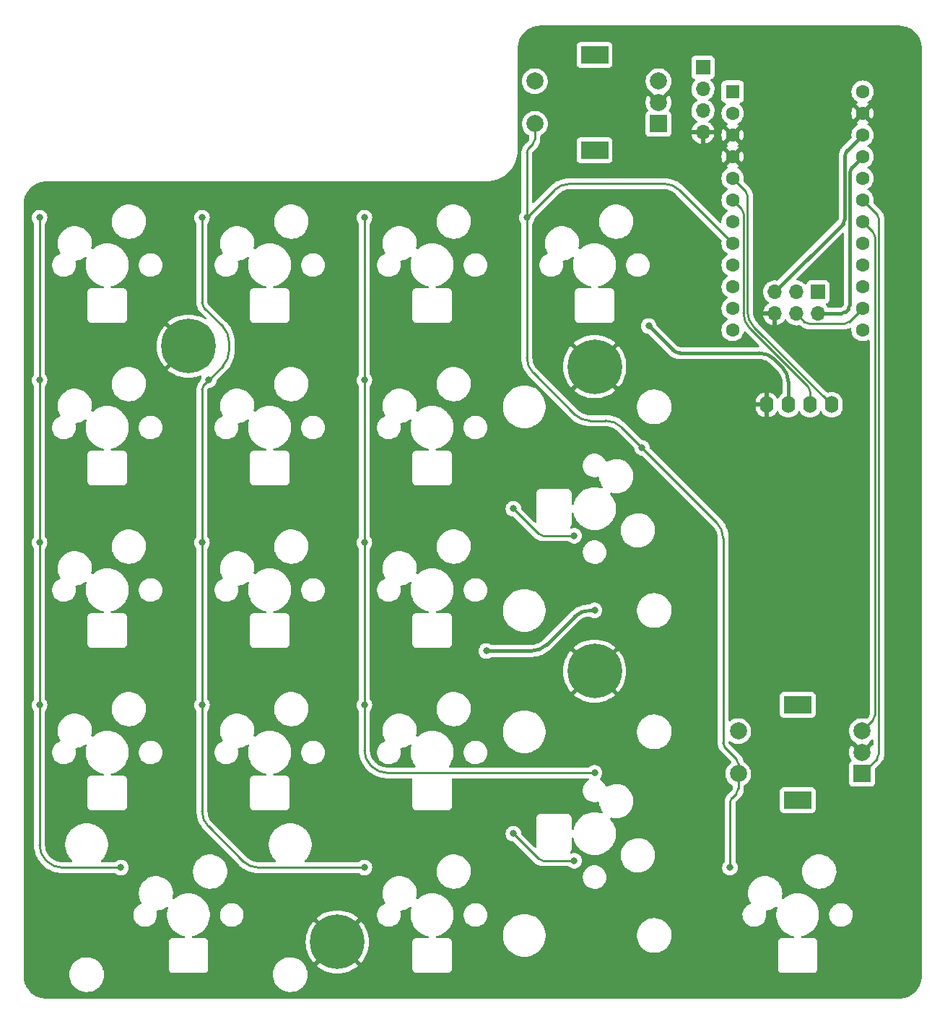
<source format=gbr>
%TF.GenerationSoftware,KiCad,Pcbnew,(6.0.0)*%
%TF.CreationDate,2022-02-03T18:26:44-05:00*%
%TF.ProjectId,numpad,6e756d70-6164-42e6-9b69-6361645f7063,rev?*%
%TF.SameCoordinates,Original*%
%TF.FileFunction,Copper,L1,Top*%
%TF.FilePolarity,Positive*%
%FSLAX46Y46*%
G04 Gerber Fmt 4.6, Leading zero omitted, Abs format (unit mm)*
G04 Created by KiCad (PCBNEW (6.0.0)) date 2022-02-03 18:26:44*
%MOMM*%
%LPD*%
G01*
G04 APERTURE LIST*
%TA.AperFunction,ComponentPad*%
%ADD10R,1.700000X1.700000*%
%TD*%
%TA.AperFunction,ComponentPad*%
%ADD11O,1.700000X1.700000*%
%TD*%
%TA.AperFunction,ComponentPad*%
%ADD12O,1.600000X2.000000*%
%TD*%
%TA.AperFunction,ComponentPad*%
%ADD13C,2.000000*%
%TD*%
%TA.AperFunction,ComponentPad*%
%ADD14R,3.200000X2.000000*%
%TD*%
%TA.AperFunction,ComponentPad*%
%ADD15R,2.000000X2.000000*%
%TD*%
%TA.AperFunction,ComponentPad*%
%ADD16R,1.600000X1.600000*%
%TD*%
%TA.AperFunction,ComponentPad*%
%ADD17C,1.600000*%
%TD*%
%TA.AperFunction,ComponentPad*%
%ADD18C,6.400000*%
%TD*%
%TA.AperFunction,ViaPad*%
%ADD19C,0.800000*%
%TD*%
%TA.AperFunction,Conductor*%
%ADD20C,0.381000*%
%TD*%
%TA.AperFunction,Conductor*%
%ADD21C,0.254000*%
%TD*%
G04 APERTURE END LIST*
D10*
%TO.P,J1,1,MISO*%
%TO.N,MISO*%
X172243750Y-92069437D03*
D11*
%TO.P,J1,2,VCC*%
%TO.N,+5V*%
X172243750Y-94609437D03*
%TO.P,J1,3,SCK*%
%TO.N,ROW1*%
X169703750Y-92069437D03*
%TO.P,J1,4,MOSI*%
%TO.N,MOSI*%
X169703750Y-94609437D03*
%TO.P,J1,5,~{RST}*%
%TO.N,RST*%
X167163750Y-92069437D03*
%TO.P,J1,6,GND*%
%TO.N,GND*%
X167163750Y-94609437D03*
%TD*%
D12*
%TO.P,OLED1,4,SDA*%
%TO.N,SDA*%
X173851800Y-105280200D03*
%TO.P,OLED1,3,SCL*%
%TO.N,SCL*%
X171311800Y-105280200D03*
%TO.P,OLED1,1,GND*%
%TO.N,GND*%
X166231800Y-105280200D03*
%TO.P,OLED1,2,VCC*%
%TO.N,+5V*%
X168771800Y-105280200D03*
%TD*%
D13*
%TO.P,ROT2,S1,S1*%
%TO.N,Net-(RD2-Pad2)*%
X162891950Y-143545050D03*
%TO.P,ROT2,S2,S2*%
%TO.N,COL3*%
X162891950Y-148545050D03*
D14*
%TO.P,ROT2,MP*%
%TO.N,N/C*%
X169891950Y-140445050D03*
X169891950Y-151645050D03*
D13*
%TO.P,ROT2,B,B*%
%TO.N,ENC_B2*%
X177391950Y-143545050D03*
%TO.P,ROT2,C,C*%
%TO.N,GND*%
X177391950Y-146045050D03*
D15*
%TO.P,ROT2,A,A*%
%TO.N,ENC_A2*%
X177391950Y-148545050D03*
%TD*%
D10*
%TO.P,J2,1,Pin_1*%
%TO.N,+5V*%
X158750000Y-65722500D03*
D11*
%TO.P,J2,2,Pin_2*%
%TO.N,TX*%
X158750000Y-68262500D03*
%TO.P,J2,3,Pin_3*%
%TO.N,RX*%
X158750000Y-70802500D03*
%TO.P,J2,4,Pin_4*%
%TO.N,GND*%
X158750000Y-73342500D03*
%TD*%
D16*
%TO.P,U1,1,TX*%
%TO.N,TX*%
X162242650Y-68575050D03*
D17*
%TO.P,U1,2,RX*%
%TO.N,RX*%
X162242650Y-71115050D03*
%TO.P,U1,3,GND*%
%TO.N,GND*%
X162242650Y-73655050D03*
%TO.P,U1,4,GND*%
X162242650Y-76195050D03*
%TO.P,U1,5,SDA*%
%TO.N,SDA*%
X162242650Y-78735050D03*
%TO.P,U1,6,SCL*%
%TO.N,SCL*%
X162242650Y-81275050D03*
%TO.P,U1,7,D4*%
%TO.N,ENC_A1*%
X162242650Y-83815050D03*
%TO.P,U1,8,C6*%
%TO.N,COL3*%
X162242650Y-86355050D03*
%TO.P,U1,9,D7*%
%TO.N,ENC_B1*%
X162242650Y-88895050D03*
%TO.P,U1,10,E6*%
%TO.N,COL0*%
X162242650Y-91435050D03*
%TO.P,U1,11,B4*%
%TO.N,COL1*%
X162242650Y-93975050D03*
%TO.P,U1,12,B5*%
%TO.N,COL2*%
X162242650Y-96515050D03*
%TO.P,U1,13,B6*%
%TO.N,ROW4*%
X177482650Y-96515050D03*
%TO.P,U1,14,B2*%
%TO.N,MOSI*%
X177482650Y-93975050D03*
%TO.P,U1,15,B3*%
%TO.N,MISO*%
X177482650Y-91435050D03*
%TO.P,U1,16,B1*%
%TO.N,ROW1*%
X177482650Y-88895050D03*
%TO.P,U1,17,F7*%
%TO.N,ROW0*%
X177482650Y-86355050D03*
%TO.P,U1,18,F6*%
%TO.N,ENC_B2*%
X177482650Y-83815050D03*
%TO.P,U1,19,F5*%
%TO.N,ENC_A2*%
X177482650Y-81275050D03*
%TO.P,U1,20,F4*%
%TO.N,BKL_DATA_IN*%
X177482650Y-78735050D03*
%TO.P,U1,21,VCC*%
%TO.N,+5V*%
X177482650Y-76195050D03*
%TO.P,U1,22,RST*%
%TO.N,RST*%
X177482650Y-73655050D03*
%TO.P,U1,23,GND*%
%TO.N,GND*%
X177482650Y-71115050D03*
%TO.P,U1,24,RAW*%
%TO.N,unconnected-(U1-Pad24)*%
X177482650Y-68575050D03*
%TD*%
D18*
%TO.P,H1,1,1*%
%TO.N,GND*%
X115882550Y-168270050D03*
%TD*%
%TO.P,H2,1,1*%
%TO.N,GND*%
X146045050Y-136520050D03*
%TD*%
%TO.P,H3,1,1*%
%TO.N,GND*%
X98420050Y-98420050D03*
%TD*%
%TO.P,H4,1,1*%
%TO.N,GND*%
X146050000Y-100806250D03*
%TD*%
D13*
%TO.P,ROT1,S1,S1*%
%TO.N,Net-(RD1-Pad2)*%
X139045050Y-67345050D03*
%TO.P,ROT1,S2,S2*%
%TO.N,COL3*%
X139045050Y-72345050D03*
D14*
%TO.P,ROT1,MP*%
%TO.N,N/C*%
X146045050Y-64245050D03*
X146045050Y-75445050D03*
D13*
%TO.P,ROT1,B,B*%
%TO.N,ENC_B1*%
X153545050Y-67345050D03*
%TO.P,ROT1,C,C*%
%TO.N,GND*%
X153545050Y-69845050D03*
D15*
%TO.P,ROT1,A,A*%
%TO.N,ENC_A1*%
X153545050Y-72345050D03*
%TD*%
D19*
%TO.N,+5V*%
X146050000Y-129381250D03*
%TO.N,GND*%
X135731250Y-84137500D03*
X82550000Y-164306250D03*
X80168750Y-80168750D03*
X115490625Y-94456250D03*
X103187500Y-111918750D03*
X125412500Y-102393750D03*
X87312500Y-140493750D03*
X119856250Y-165100000D03*
X177800000Y-132556250D03*
X87312500Y-102393750D03*
X173037500Y-99218750D03*
X141287500Y-169068750D03*
X103187500Y-92868750D03*
X106362500Y-140493750D03*
X140493750Y-125015625D03*
X115490625Y-132556250D03*
X134540625Y-94456250D03*
X123825000Y-165893750D03*
X122237500Y-169068750D03*
X153590625Y-94456250D03*
X106362500Y-82550000D03*
X173037500Y-83343750D03*
X84137500Y-92868750D03*
X96440625Y-132556250D03*
X173037500Y-88106250D03*
X115490625Y-113506250D03*
X134540625Y-151606250D03*
X172243750Y-108743750D03*
X96440625Y-151606250D03*
X93662500Y-169068750D03*
X157162500Y-92075000D03*
X125412500Y-121443750D03*
X179000000Y-77500000D03*
X134143750Y-167481250D03*
X134540625Y-132556250D03*
X122237500Y-92868750D03*
X122237500Y-130968750D03*
X103187500Y-130968750D03*
X83343750Y-96837500D03*
X124618750Y-82550000D03*
X168275000Y-159543750D03*
X106362500Y-102393750D03*
X140493750Y-163115625D03*
X141287500Y-92868750D03*
X87312500Y-82550000D03*
X122237500Y-111918750D03*
X125412500Y-159543750D03*
X84137500Y-150018750D03*
X87312500Y-121443750D03*
X83343750Y-134937500D03*
X151606250Y-115887500D03*
X165100000Y-169068750D03*
X115490625Y-151606250D03*
X142081250Y-112712500D03*
X134540625Y-113506250D03*
X151606250Y-153987500D03*
X103187500Y-150018750D03*
X125412500Y-140493750D03*
X84137500Y-111918750D03*
X83343750Y-115887500D03*
X122237500Y-150018750D03*
X177403125Y-170656250D03*
X90879425Y-96832550D03*
X84137500Y-130968750D03*
X96440625Y-113506250D03*
X142081250Y-150812500D03*
X146050000Y-69850000D03*
X161925000Y-105568750D03*
X105965625Y-170656250D03*
X134540625Y-170656250D03*
X96837500Y-159543750D03*
X106362500Y-121443750D03*
%TO.N,COL3*%
X161920050Y-159538800D03*
X138107550Y-83338800D03*
X151606250Y-110331250D03*
%TO.N,+5V*%
X133350000Y-134143750D03*
X152400000Y-96043750D03*
%TO.N,COL2*%
X119057550Y-102388800D03*
X146050000Y-148431250D03*
X119057550Y-121438800D03*
X119057550Y-140488800D03*
X119057550Y-83338800D03*
%TO.N,COL1*%
X100007550Y-140488800D03*
X100801300Y-102388800D03*
X100007550Y-83338800D03*
X100007550Y-121438800D03*
X119057550Y-159538800D03*
%TO.N,COL0*%
X90482550Y-159538800D03*
X80957550Y-83338800D03*
X80957550Y-121438800D03*
X80957550Y-102388800D03*
X80957550Y-140488800D03*
%TO.N,Net-(LED8-Pad2)*%
X143668750Y-120650000D03*
X136525000Y-117475000D03*
%TO.N,Net-(LED15-Pad2)*%
X136525000Y-155575000D03*
X143668750Y-158750000D03*
%TD*%
D20*
%TO.N,+5V*%
X168027851Y-100828801D02*
G75*
G02*
X168771800Y-102624852I-1796049J-1796050D01*
G01*
X167161749Y-99962699D02*
G75*
G03*
X165365698Y-99218750I-1796050J-1796049D01*
G01*
X155203025Y-98846775D02*
X152400000Y-96043750D01*
X165365698Y-99218750D02*
X156101051Y-99218750D01*
X168771800Y-105280200D02*
X168771800Y-102624852D01*
X155203025Y-98846775D02*
G75*
G03*
X156101051Y-99218750I898026J898024D01*
G01*
X168027851Y-100828801D02*
X167161749Y-99962699D01*
D21*
%TO.N,COL1*%
X103182549Y-97884652D02*
G75*
G03*
X102438601Y-96088601I-2539997J1D01*
G01*
X103182549Y-98955448D02*
G75*
G02*
X102438601Y-100751499I-2539997J-1D01*
G01*
X100007550Y-93341919D02*
X100007550Y-83338800D01*
X103182550Y-98955448D02*
X103182550Y-97884652D01*
X100801300Y-102388800D02*
X102438601Y-100751499D01*
X102438601Y-96088601D02*
X100230734Y-93880734D01*
X100007551Y-93341919D02*
G75*
G03*
X100230735Y-93880733I761990J-4D01*
G01*
X100007551Y-152930448D02*
G75*
G03*
X100751499Y-154726499I2539997J-1D01*
G01*
X104819851Y-158794851D02*
G75*
G03*
X106615902Y-159538800I1796050J1796049D01*
G01*
X119057550Y-159538800D02*
X106615902Y-159538800D01*
X104819851Y-158794851D02*
X100751499Y-154726499D01*
X100007550Y-152930448D02*
X100007550Y-140488800D01*
%TO.N,COL0*%
X83597152Y-159538799D02*
G75*
G02*
X81801101Y-158794851I-1J2539997D01*
G01*
X81701499Y-158695249D02*
G75*
G02*
X80957550Y-156899198I1796049J1796050D01*
G01*
X83597152Y-159538800D02*
X90482550Y-159538800D01*
X81701499Y-158695249D02*
X81801101Y-158794851D01*
X80957550Y-140488800D02*
X80957550Y-156899198D01*
%TO.N,COL2*%
X121702102Y-148431249D02*
G75*
G02*
X119906051Y-147687301I-1J2539997D01*
G01*
X119057551Y-145786698D02*
G75*
G03*
X119801499Y-147582749I2539997J-1D01*
G01*
X121702102Y-148431250D02*
X146050000Y-148431250D01*
X119801499Y-147582749D02*
X119906051Y-147687301D01*
X119057550Y-140488800D02*
X119057550Y-145786698D01*
D20*
%TO.N,+5V*%
X145514602Y-129381251D02*
G75*
G03*
X143718551Y-130125199I-1J-2539997D01*
G01*
X145514602Y-129381250D02*
X146050000Y-129381250D01*
X140443949Y-133399801D02*
X143718551Y-130125199D01*
D21*
%TO.N,COL3*%
X161126301Y-144945569D02*
G75*
G03*
X161349485Y-145484383I761990J-4D01*
G01*
X162668765Y-146803665D02*
G75*
G02*
X162891950Y-147342481I-538817J-538817D01*
G01*
X162668765Y-146803665D02*
X161349484Y-145484384D01*
X162891950Y-148545050D02*
X162891950Y-147342481D01*
X161126300Y-144945569D02*
X161126300Y-120903402D01*
X162668765Y-150852585D02*
G75*
G03*
X162891950Y-150313769I-538817J538817D01*
G01*
X162143234Y-151378116D02*
G75*
G03*
X161920050Y-151916931I538823J-538818D01*
G01*
X162668765Y-150852585D02*
X162143234Y-151378116D01*
X162891950Y-148545050D02*
X162891950Y-150313769D01*
%TO.N,MOSI*%
X171195892Y-95785961D02*
X175356108Y-95785961D01*
X169703750Y-94609450D02*
X170657077Y-95562777D01*
X175894924Y-95562776D02*
X177482650Y-93975050D01*
X175356108Y-95785961D02*
G75*
G03*
X175894924Y-95562776I-1J762002D01*
G01*
X170657077Y-95562777D02*
G75*
G03*
X171195892Y-95785961I538818J538823D01*
G01*
%TO.N,COL3*%
X138117450Y-83338800D02*
X141337301Y-80118949D01*
X138330735Y-75178115D02*
X138821866Y-74686984D01*
X160382351Y-119107351D02*
X151606250Y-110331250D01*
X138107550Y-83338800D02*
X138107550Y-99749198D01*
X145509652Y-107151300D02*
X147374198Y-107151300D01*
X138851499Y-101545249D02*
X143713601Y-106407351D01*
X156006549Y-80118949D02*
X162242650Y-86355050D01*
X151606250Y-110331250D02*
X149170249Y-107895249D01*
X161920050Y-159538800D02*
X161920050Y-151916931D01*
X143133352Y-79375000D02*
X154210498Y-79375000D01*
X139045050Y-74148169D02*
X139045050Y-72345050D01*
X138107550Y-83338800D02*
X138107550Y-75716931D01*
X138107550Y-83338800D02*
X138117450Y-83338800D01*
X154210498Y-79375001D02*
G75*
G02*
X156006549Y-80118949I1J-2539997D01*
G01*
X139045049Y-74148169D02*
G75*
G02*
X138821865Y-74686983I-761990J-4D01*
G01*
X145509652Y-107151299D02*
G75*
G02*
X143713601Y-106407351I-1J2539997D01*
G01*
X143133352Y-79375001D02*
G75*
G03*
X141337301Y-80118949I-1J-2539997D01*
G01*
X138851499Y-101545249D02*
G75*
G02*
X138107550Y-99749198I1796049J1796050D01*
G01*
X160382351Y-119107351D02*
G75*
G02*
X161126300Y-120903402I-1796049J-1796050D01*
G01*
X138107550Y-75716931D02*
G75*
G02*
X138330735Y-75178115I762002J-1D01*
G01*
X147374198Y-107151301D02*
G75*
G02*
X149170249Y-107895249I1J-2539997D01*
G01*
D20*
%TO.N,+5V*%
X172243750Y-94609450D02*
X174949919Y-94609450D01*
X133350000Y-134143750D02*
X138647898Y-134143750D01*
X176222455Y-77455245D02*
X177482650Y-76195050D01*
X175488735Y-94386265D02*
X175776086Y-94098914D01*
X175999270Y-93560099D02*
X175999270Y-77994061D01*
X176222455Y-77455245D02*
G75*
G03*
X175999270Y-77994061I538817J-538817D01*
G01*
X175488735Y-94386265D02*
G75*
G02*
X174949919Y-94609450I-538817J538817D01*
G01*
X140443949Y-133399801D02*
G75*
G02*
X138647898Y-134143750I-1796050J1796049D01*
G01*
X175776086Y-94098914D02*
G75*
G03*
X175999270Y-93560099I-538823J538818D01*
G01*
D21*
%TO.N,COL2*%
X119057550Y-102388800D02*
X119057550Y-121438800D01*
X119057550Y-121438800D02*
X119057550Y-140488800D01*
X119057550Y-83338800D02*
X119057550Y-102388800D01*
%TO.N,COL1*%
X100007550Y-121438800D02*
X100007550Y-103498181D01*
X100230735Y-102959365D02*
X100801300Y-102388800D01*
X100007550Y-140488800D02*
X100007550Y-121438800D01*
X100230735Y-102959365D02*
G75*
G03*
X100007550Y-103498181I538817J-538817D01*
G01*
%TO.N,ENC_B2*%
X178933980Y-141687389D02*
X178933980Y-85582011D01*
X178710795Y-85043195D02*
X177482650Y-83815050D01*
X177391950Y-143545050D02*
X178710796Y-142226204D01*
X178710795Y-85043195D02*
G75*
G02*
X178933980Y-85582011I-538817J-538817D01*
G01*
X178710796Y-142226204D02*
G75*
G03*
X178933980Y-141687389I-538823J538818D01*
G01*
%TO.N,COL0*%
X80957550Y-121438800D02*
X80957550Y-140488800D01*
X80957550Y-102388800D02*
X80957550Y-83338800D01*
X80957550Y-121438800D02*
X80957550Y-102388800D01*
%TO.N,SCL*%
X163517600Y-82865631D02*
X163517600Y-94535271D01*
X164261549Y-96331322D02*
X171088615Y-103158389D01*
X162242650Y-81275050D02*
X163294415Y-82326815D01*
X171311800Y-103697205D02*
X171311800Y-105280200D01*
X163517600Y-82865631D02*
G75*
G03*
X163294415Y-82326815I-762002J-1D01*
G01*
X171311800Y-103697205D02*
G75*
G03*
X171088615Y-103158389I-762002J-1D01*
G01*
X164261549Y-96331322D02*
G75*
G02*
X163517600Y-94535271I1796049J1796050D01*
G01*
%TO.N,SDA*%
X164715069Y-96143469D02*
X173851800Y-105280200D01*
X162242650Y-78735050D02*
X163747935Y-80240335D01*
X163971120Y-80779151D02*
X163971120Y-94347418D01*
X163971120Y-80779151D02*
G75*
G03*
X163747935Y-80240335I-762002J-1D01*
G01*
X164715069Y-96143469D02*
G75*
G02*
X163971120Y-94347418I1796049J1796050D01*
G01*
D20*
%TO.N,RST*%
X177482650Y-73655050D02*
X175641934Y-75495766D01*
X175418750Y-76034581D02*
X175418750Y-83498819D01*
X175195565Y-84037635D02*
X167163750Y-92069450D01*
X175641934Y-75495766D02*
G75*
G03*
X175418750Y-76034581I538823J-538818D01*
G01*
X175195565Y-84037635D02*
G75*
G03*
X175418750Y-83498819I-538817J538817D01*
G01*
D21*
%TO.N,ENC_A2*%
X179164315Y-146772685D02*
X177391950Y-148545050D01*
X179387500Y-83495531D02*
X179387500Y-146233869D01*
X177482650Y-81275050D02*
X179164316Y-82956716D01*
X179387499Y-83495531D02*
G75*
G03*
X179164315Y-82956717I-761990J4D01*
G01*
X179387500Y-146233869D02*
G75*
G02*
X179164315Y-146772685I-762002J1D01*
G01*
%TO.N,Net-(LED8-Pad2)*%
X139476815Y-120426815D02*
X136525000Y-117475000D01*
X143668750Y-120650000D02*
X140015631Y-120650000D01*
X139476815Y-120426815D02*
G75*
G03*
X140015631Y-120650000I538817J538817D01*
G01*
%TO.N,Net-(LED15-Pad2)*%
X140015631Y-158750000D02*
X143668750Y-158750000D01*
X136525000Y-155575000D02*
X139476816Y-158526816D01*
X140015631Y-158749999D02*
G75*
G02*
X139476817Y-158526815I-4J761990D01*
G01*
%TD*%
%TA.AperFunction,Conductor*%
%TO.N,GND*%
G36*
X181727357Y-60830700D02*
G01*
X181742158Y-60833005D01*
X181742161Y-60833005D01*
X181751030Y-60834386D01*
X181759932Y-60833222D01*
X181759934Y-60833222D01*
X181764262Y-60832656D01*
X181768995Y-60832037D01*
X181792393Y-60831171D01*
X182048826Y-60845572D01*
X182062858Y-60847152D01*
X182203303Y-60871015D01*
X182343743Y-60894877D01*
X182357518Y-60898021D01*
X182441965Y-60922350D01*
X182631298Y-60976896D01*
X182644619Y-60981557D01*
X182907848Y-61090590D01*
X182920571Y-61096717D01*
X183027148Y-61155620D01*
X183169927Y-61234532D01*
X183181890Y-61242049D01*
X183414258Y-61406922D01*
X183425294Y-61415722D01*
X183637737Y-61605572D01*
X183647727Y-61615562D01*
X183837578Y-61828006D01*
X183846378Y-61839042D01*
X184011251Y-62071410D01*
X184018768Y-62083373D01*
X184156581Y-62332725D01*
X184162710Y-62345452D01*
X184271743Y-62608681D01*
X184276404Y-62622002D01*
X184320959Y-62776655D01*
X184355279Y-62895782D01*
X184358423Y-62909557D01*
X184382285Y-63049997D01*
X184396683Y-63134734D01*
X184406147Y-63190437D01*
X184407729Y-63204478D01*
X184421720Y-63453617D01*
X184420418Y-63480064D01*
X184420296Y-63480851D01*
X184420296Y-63480855D01*
X184418914Y-63489730D01*
X184420078Y-63498632D01*
X184420078Y-63498635D01*
X184423036Y-63521251D01*
X184424100Y-63537589D01*
X184424100Y-172183572D01*
X184422600Y-172202956D01*
X184418914Y-172226630D01*
X184420078Y-172235532D01*
X184420078Y-172235534D01*
X184421263Y-172244592D01*
X184422129Y-172267993D01*
X184412209Y-172444653D01*
X184407729Y-172524422D01*
X184406148Y-172538458D01*
X184382285Y-172678903D01*
X184358423Y-172819343D01*
X184355279Y-172833118D01*
X184330950Y-172917565D01*
X184276404Y-173106898D01*
X184271743Y-173120219D01*
X184222784Y-173238417D01*
X184162712Y-173383444D01*
X184156581Y-173396175D01*
X184018768Y-173645527D01*
X184011251Y-173657490D01*
X183846378Y-173889858D01*
X183837578Y-173900894D01*
X183739556Y-174010581D01*
X183647728Y-174113337D01*
X183637738Y-174123327D01*
X183425294Y-174313178D01*
X183414258Y-174321978D01*
X183181890Y-174486851D01*
X183169927Y-174494368D01*
X183029353Y-174572061D01*
X182920571Y-174632183D01*
X182907848Y-174638310D01*
X182644619Y-174747343D01*
X182631298Y-174752004D01*
X182441965Y-174806550D01*
X182357518Y-174830879D01*
X182343743Y-174834023D01*
X182203303Y-174857885D01*
X182062858Y-174881748D01*
X182048826Y-174883329D01*
X181940499Y-174889412D01*
X181799683Y-174897320D01*
X181773236Y-174896018D01*
X181772449Y-174895896D01*
X181772445Y-174895896D01*
X181763570Y-174894514D01*
X181754668Y-174895678D01*
X181754665Y-174895678D01*
X181732049Y-174898636D01*
X181715711Y-174899700D01*
X81800428Y-174899700D01*
X81781043Y-174898200D01*
X81766242Y-174895895D01*
X81766239Y-174895895D01*
X81757370Y-174894514D01*
X81748468Y-174895678D01*
X81748466Y-174895678D01*
X81744138Y-174896244D01*
X81739405Y-174896863D01*
X81716007Y-174897729D01*
X81459574Y-174883328D01*
X81445542Y-174881748D01*
X81305097Y-174857885D01*
X81164657Y-174834023D01*
X81150882Y-174830879D01*
X81066435Y-174806550D01*
X80877102Y-174752004D01*
X80863781Y-174747343D01*
X80600552Y-174638310D01*
X80587829Y-174632183D01*
X80479047Y-174572061D01*
X80338473Y-174494368D01*
X80326510Y-174486851D01*
X80094142Y-174321978D01*
X80083106Y-174313178D01*
X79870662Y-174123327D01*
X79860672Y-174113337D01*
X79768844Y-174010581D01*
X79670822Y-173900894D01*
X79662022Y-173889858D01*
X79497149Y-173657490D01*
X79489632Y-173645527D01*
X79351819Y-173396175D01*
X79345688Y-173383444D01*
X79285616Y-173238417D01*
X79236657Y-173120219D01*
X79231996Y-173106898D01*
X79177450Y-172917565D01*
X79153121Y-172833118D01*
X79149977Y-172819343D01*
X79126115Y-172678903D01*
X79102252Y-172538458D01*
X79100671Y-172524422D01*
X79086680Y-172275283D01*
X79087982Y-172248836D01*
X79088104Y-172248049D01*
X79088104Y-172248045D01*
X79089486Y-172239170D01*
X79087847Y-172226630D01*
X79085364Y-172207649D01*
X79084300Y-172191311D01*
X79084300Y-172023909D01*
X84444826Y-172023909D01*
X84444979Y-172028297D01*
X84444979Y-172028303D01*
X84453350Y-172267995D01*
X84454751Y-172308128D01*
X84504135Y-172588200D01*
X84505490Y-172592371D01*
X84505492Y-172592378D01*
X84578151Y-172815999D01*
X84592017Y-172858673D01*
X84716687Y-173114283D01*
X84719142Y-173117922D01*
X84719145Y-173117928D01*
X84720696Y-173120227D01*
X84875717Y-173350055D01*
X85066013Y-173561400D01*
X85283870Y-173744204D01*
X85525048Y-173894909D01*
X85784854Y-174010581D01*
X86058229Y-174088971D01*
X86062583Y-174089583D01*
X86062588Y-174089584D01*
X86231606Y-174113337D01*
X86339854Y-174128550D01*
X86553068Y-174128550D01*
X86555254Y-174128397D01*
X86555258Y-174128397D01*
X86761365Y-174113985D01*
X86761370Y-174113984D01*
X86765750Y-174113678D01*
X87043927Y-174054549D01*
X87048056Y-174053046D01*
X87048060Y-174053045D01*
X87307024Y-173958790D01*
X87307028Y-173958788D01*
X87311169Y-173957281D01*
X87315059Y-173955213D01*
X87315065Y-173955210D01*
X87558380Y-173825837D01*
X87558386Y-173825833D01*
X87562272Y-173823767D01*
X87565832Y-173821180D01*
X87565836Y-173821178D01*
X87788788Y-173659195D01*
X87788791Y-173659192D01*
X87792351Y-173656606D01*
X87795518Y-173653548D01*
X87993760Y-173462107D01*
X87993764Y-173462103D01*
X87996925Y-173459050D01*
X88172015Y-173234946D01*
X88242023Y-173113688D01*
X88312006Y-172992475D01*
X88312009Y-172992470D01*
X88314211Y-172988655D01*
X88315861Y-172984571D01*
X88315864Y-172984565D01*
X88419097Y-172729052D01*
X88420746Y-172724971D01*
X88489547Y-172449026D01*
X88509206Y-172261987D01*
X88518815Y-172170560D01*
X88518815Y-172170557D01*
X88519274Y-172166191D01*
X88514459Y-172028303D01*
X88514306Y-172023909D01*
X108320826Y-172023909D01*
X108320979Y-172028297D01*
X108320979Y-172028303D01*
X108329350Y-172267995D01*
X108330751Y-172308128D01*
X108380135Y-172588200D01*
X108381490Y-172592371D01*
X108381492Y-172592378D01*
X108454151Y-172815999D01*
X108468017Y-172858673D01*
X108592687Y-173114283D01*
X108595142Y-173117922D01*
X108595145Y-173117928D01*
X108596696Y-173120227D01*
X108751717Y-173350055D01*
X108942013Y-173561400D01*
X109159870Y-173744204D01*
X109401048Y-173894909D01*
X109660854Y-174010581D01*
X109934229Y-174088971D01*
X109938583Y-174089583D01*
X109938588Y-174089584D01*
X110107606Y-174113337D01*
X110215854Y-174128550D01*
X110429068Y-174128550D01*
X110431254Y-174128397D01*
X110431258Y-174128397D01*
X110637365Y-174113985D01*
X110637370Y-174113984D01*
X110641750Y-174113678D01*
X110919927Y-174054549D01*
X110924056Y-174053046D01*
X110924060Y-174053045D01*
X111183024Y-173958790D01*
X111183028Y-173958788D01*
X111187169Y-173957281D01*
X111191059Y-173955213D01*
X111191065Y-173955210D01*
X111434380Y-173825837D01*
X111434386Y-173825833D01*
X111438272Y-173823767D01*
X111441832Y-173821180D01*
X111441836Y-173821178D01*
X111664788Y-173659195D01*
X111664791Y-173659192D01*
X111668351Y-173656606D01*
X111671518Y-173653548D01*
X111869760Y-173462107D01*
X111869764Y-173462103D01*
X111872925Y-173459050D01*
X112048015Y-173234946D01*
X112118023Y-173113688D01*
X112188006Y-172992475D01*
X112188009Y-172992470D01*
X112190211Y-172988655D01*
X112191861Y-172984571D01*
X112191864Y-172984565D01*
X112295097Y-172729052D01*
X112296746Y-172724971D01*
X112365547Y-172449026D01*
X112385206Y-172261987D01*
X112394815Y-172170560D01*
X112394815Y-172170557D01*
X112395274Y-172166191D01*
X112390459Y-172028303D01*
X112385503Y-171886369D01*
X112385502Y-171886363D01*
X112385349Y-171881972D01*
X112383846Y-171873443D01*
X112345295Y-171654814D01*
X112335965Y-171601900D01*
X112334610Y-171597729D01*
X112334608Y-171597722D01*
X112251464Y-171341834D01*
X112248083Y-171331427D01*
X112219062Y-171271924D01*
X112182823Y-171197625D01*
X112123413Y-171075817D01*
X112120958Y-171072178D01*
X112120955Y-171072172D01*
X112117761Y-171067436D01*
X113450309Y-171067436D01*
X113457766Y-171077803D01*
X113697485Y-171271924D01*
X113702822Y-171275801D01*
X114023235Y-171483880D01*
X114028944Y-171487177D01*
X114369361Y-171660628D01*
X114375386Y-171663310D01*
X114732052Y-171800221D01*
X114738334Y-171802262D01*
X115107366Y-171901144D01*
X115113816Y-171902515D01*
X115491179Y-171962284D01*
X115497717Y-171962970D01*
X115879249Y-171982966D01*
X115885851Y-171982966D01*
X116267383Y-171962970D01*
X116273921Y-171962284D01*
X116651284Y-171902515D01*
X116657734Y-171901144D01*
X117026766Y-171802262D01*
X117033048Y-171800221D01*
X117389714Y-171663310D01*
X117395739Y-171660628D01*
X117736156Y-171487177D01*
X117741865Y-171483880D01*
X118062278Y-171275801D01*
X118067615Y-171271924D01*
X118306385Y-171078572D01*
X118314850Y-171066317D01*
X118308516Y-171055226D01*
X115895362Y-168642072D01*
X115881418Y-168634458D01*
X115879585Y-168634589D01*
X115872970Y-168638840D01*
X113457450Y-171054360D01*
X113450309Y-171067436D01*
X112117761Y-171067436D01*
X111966842Y-170843691D01*
X111964383Y-170840045D01*
X111774087Y-170628700D01*
X111556230Y-170445896D01*
X111315052Y-170295191D01*
X111055246Y-170179519D01*
X110781871Y-170101129D01*
X110777517Y-170100517D01*
X110777512Y-170100516D01*
X110603883Y-170076115D01*
X110500246Y-170061550D01*
X110287032Y-170061550D01*
X110284846Y-170061703D01*
X110284842Y-170061703D01*
X110078735Y-170076115D01*
X110078730Y-170076116D01*
X110074350Y-170076422D01*
X109796173Y-170135551D01*
X109792044Y-170137054D01*
X109792040Y-170137055D01*
X109533076Y-170231310D01*
X109533072Y-170231312D01*
X109528931Y-170232819D01*
X109525041Y-170234887D01*
X109525035Y-170234890D01*
X109281720Y-170364263D01*
X109281714Y-170364267D01*
X109277828Y-170366333D01*
X109274268Y-170368920D01*
X109274264Y-170368922D01*
X109051312Y-170530905D01*
X109047749Y-170533494D01*
X109044585Y-170536550D01*
X109044582Y-170536552D01*
X108846340Y-170727993D01*
X108846336Y-170727997D01*
X108843175Y-170731050D01*
X108668085Y-170955154D01*
X108665882Y-170958970D01*
X108596139Y-171079769D01*
X108525889Y-171201445D01*
X108524239Y-171205529D01*
X108524236Y-171205535D01*
X108469168Y-171341834D01*
X108419354Y-171465129D01*
X108418290Y-171469398D01*
X108418289Y-171469400D01*
X108394272Y-171565729D01*
X108350553Y-171741074D01*
X108350094Y-171745442D01*
X108350093Y-171745447D01*
X108332167Y-171916002D01*
X108320826Y-172023909D01*
X88514306Y-172023909D01*
X88509503Y-171886369D01*
X88509502Y-171886363D01*
X88509349Y-171881972D01*
X88507846Y-171873443D01*
X88469295Y-171654814D01*
X88459965Y-171601900D01*
X88458610Y-171597729D01*
X88458608Y-171597722D01*
X88375464Y-171341834D01*
X88372083Y-171331427D01*
X88343062Y-171271924D01*
X88306823Y-171197625D01*
X88247413Y-171075817D01*
X88244958Y-171072178D01*
X88244955Y-171072172D01*
X88090842Y-170843691D01*
X88088383Y-170840045D01*
X87898087Y-170628700D01*
X87680230Y-170445896D01*
X87439052Y-170295191D01*
X87179246Y-170179519D01*
X86905871Y-170101129D01*
X86901517Y-170100517D01*
X86901512Y-170100516D01*
X86727883Y-170076115D01*
X86624246Y-170061550D01*
X86411032Y-170061550D01*
X86408846Y-170061703D01*
X86408842Y-170061703D01*
X86202735Y-170076115D01*
X86202730Y-170076116D01*
X86198350Y-170076422D01*
X85920173Y-170135551D01*
X85916044Y-170137054D01*
X85916040Y-170137055D01*
X85657076Y-170231310D01*
X85657072Y-170231312D01*
X85652931Y-170232819D01*
X85649041Y-170234887D01*
X85649035Y-170234890D01*
X85405720Y-170364263D01*
X85405714Y-170364267D01*
X85401828Y-170366333D01*
X85398268Y-170368920D01*
X85398264Y-170368922D01*
X85175312Y-170530905D01*
X85171749Y-170533494D01*
X85168585Y-170536550D01*
X85168582Y-170536552D01*
X84970340Y-170727993D01*
X84970336Y-170727997D01*
X84967175Y-170731050D01*
X84792085Y-170955154D01*
X84789882Y-170958970D01*
X84720139Y-171079769D01*
X84649889Y-171201445D01*
X84648239Y-171205529D01*
X84648236Y-171205535D01*
X84593168Y-171341834D01*
X84543354Y-171465129D01*
X84542290Y-171469398D01*
X84542289Y-171469400D01*
X84518272Y-171565729D01*
X84474553Y-171741074D01*
X84474094Y-171745442D01*
X84474093Y-171745447D01*
X84456167Y-171916002D01*
X84444826Y-172023909D01*
X79084300Y-172023909D01*
X79084300Y-165029643D01*
X91953089Y-165029643D01*
X91961898Y-165264266D01*
X91962993Y-165269484D01*
X92006149Y-165475162D01*
X92010112Y-165494051D01*
X92096352Y-165712427D01*
X92099121Y-165716990D01*
X92213761Y-165905910D01*
X92218154Y-165913150D01*
X92372035Y-166090482D01*
X92376167Y-166093870D01*
X92549466Y-166235967D01*
X92549472Y-166235971D01*
X92553594Y-166239351D01*
X92558230Y-166241990D01*
X92558233Y-166241992D01*
X92669458Y-166305305D01*
X92757640Y-166355501D01*
X92978339Y-166435611D01*
X92983588Y-166436560D01*
X92983591Y-166436561D01*
X93030432Y-166445031D01*
X93209380Y-166477390D01*
X93213519Y-166477585D01*
X93213526Y-166477586D01*
X93232490Y-166478480D01*
X93232499Y-166478480D01*
X93233979Y-166478550D01*
X93399000Y-166478550D01*
X93480349Y-166471647D01*
X93568687Y-166464152D01*
X93568691Y-166464151D01*
X93573998Y-166463701D01*
X93579153Y-166462363D01*
X93579159Y-166462362D01*
X93756873Y-166416236D01*
X93801256Y-166404717D01*
X93806122Y-166402525D01*
X93806125Y-166402524D01*
X94010467Y-166310474D01*
X94010470Y-166310473D01*
X94015328Y-166308284D01*
X94210091Y-166177162D01*
X94223110Y-166164743D01*
X94376120Y-166018778D01*
X94379977Y-166015099D01*
X94520128Y-165826729D01*
X94544226Y-165779333D01*
X94624119Y-165622194D01*
X94624119Y-165622193D01*
X94626537Y-165617438D01*
X94696161Y-165393210D01*
X94699743Y-165366182D01*
X94726311Y-165165740D01*
X94726311Y-165165737D01*
X94727011Y-165160457D01*
X94718202Y-164925834D01*
X94705740Y-164866442D01*
X94672423Y-164707652D01*
X94678010Y-164636876D01*
X94720975Y-164580355D01*
X94786948Y-164556085D01*
X94820405Y-164553746D01*
X94885878Y-164549168D01*
X94885884Y-164549167D01*
X94890262Y-164548861D01*
X95165020Y-164490459D01*
X95169149Y-164488956D01*
X95169153Y-164488955D01*
X95424831Y-164395896D01*
X95424835Y-164395894D01*
X95428976Y-164394387D01*
X95676992Y-164262514D01*
X95852167Y-164135243D01*
X95919034Y-164111384D01*
X95988185Y-164127465D01*
X96037666Y-164178379D01*
X96051765Y-164247962D01*
X96043379Y-164283562D01*
X96031062Y-164314672D01*
X96029607Y-164318348D01*
X95951110Y-164624075D01*
X95911550Y-164937229D01*
X95911550Y-165252871D01*
X95951110Y-165566025D01*
X96029607Y-165871752D01*
X96031060Y-165875421D01*
X96031060Y-165875422D01*
X96137418Y-166144050D01*
X96145803Y-166165229D01*
X96147709Y-166168697D01*
X96147710Y-166168698D01*
X96294448Y-166435611D01*
X96297866Y-166441829D01*
X96483396Y-166697190D01*
X96699468Y-166927283D01*
X96942675Y-167128482D01*
X97209181Y-167297612D01*
X97212760Y-167299296D01*
X97212767Y-167299300D01*
X97491194Y-167430317D01*
X97491198Y-167430319D01*
X97494784Y-167432006D01*
X97794978Y-167529545D01*
X97872960Y-167544421D01*
X97901063Y-167549782D01*
X97964229Y-167582194D01*
X97999845Y-167643612D01*
X97996601Y-167714534D01*
X97955529Y-167772444D01*
X97889669Y-167798956D01*
X97877453Y-167799550D01*
X96628752Y-167799550D01*
X96627982Y-167799548D01*
X96627128Y-167799543D01*
X96550398Y-167799074D01*
X96541769Y-167801540D01*
X96541764Y-167801541D01*
X96522002Y-167807189D01*
X96505241Y-167810767D01*
X96484898Y-167813680D01*
X96484888Y-167813683D01*
X96476005Y-167814955D01*
X96452655Y-167825571D01*
X96435143Y-167832014D01*
X96427107Y-167834311D01*
X96410485Y-167839062D01*
X96385502Y-167854824D01*
X96370436Y-167862954D01*
X96343540Y-167875183D01*
X96324111Y-167891924D01*
X96309103Y-167903029D01*
X96287419Y-167916710D01*
X96281477Y-167923438D01*
X96267869Y-167938846D01*
X96255677Y-167950890D01*
X96233303Y-167970169D01*
X96228424Y-167977697D01*
X96228421Y-167977700D01*
X96219354Y-167991689D01*
X96208064Y-168006563D01*
X96191094Y-168025778D01*
X96178540Y-168052516D01*
X96170226Y-168067485D01*
X96154157Y-168092277D01*
X96151585Y-168100877D01*
X96146811Y-168116840D01*
X96140149Y-168134286D01*
X96129251Y-168157498D01*
X96124708Y-168186678D01*
X96120924Y-168203399D01*
X96115036Y-168223086D01*
X96115035Y-168223089D01*
X96112463Y-168231691D01*
X96112408Y-168240666D01*
X96112408Y-168240667D01*
X96112253Y-168266096D01*
X96112220Y-168266878D01*
X96112050Y-168267973D01*
X96112050Y-168298848D01*
X96112048Y-168299618D01*
X96111574Y-168377202D01*
X96111958Y-168378546D01*
X96112050Y-168379891D01*
X96112050Y-171398848D01*
X96112048Y-171399618D01*
X96111574Y-171477202D01*
X96114040Y-171485831D01*
X96114041Y-171485836D01*
X96119689Y-171505598D01*
X96123267Y-171522359D01*
X96126180Y-171542702D01*
X96126183Y-171542712D01*
X96127455Y-171551595D01*
X96138071Y-171574945D01*
X96144514Y-171592457D01*
X96151562Y-171617115D01*
X96167324Y-171642098D01*
X96175454Y-171657164D01*
X96187683Y-171684060D01*
X96204424Y-171703489D01*
X96215529Y-171718497D01*
X96229210Y-171740181D01*
X96235938Y-171746123D01*
X96251346Y-171759731D01*
X96263390Y-171771923D01*
X96282669Y-171794297D01*
X96290197Y-171799176D01*
X96290200Y-171799179D01*
X96304189Y-171808246D01*
X96319063Y-171819536D01*
X96338278Y-171836506D01*
X96346404Y-171840321D01*
X96346405Y-171840322D01*
X96352071Y-171842982D01*
X96365016Y-171849060D01*
X96379985Y-171857374D01*
X96404777Y-171873443D01*
X96421700Y-171878504D01*
X96429340Y-171880789D01*
X96446786Y-171887451D01*
X96469998Y-171898349D01*
X96499180Y-171902893D01*
X96515899Y-171906676D01*
X96535586Y-171912564D01*
X96535589Y-171912565D01*
X96544191Y-171915137D01*
X96553166Y-171915192D01*
X96553167Y-171915192D01*
X96559860Y-171915233D01*
X96578606Y-171915347D01*
X96579378Y-171915380D01*
X96580473Y-171915550D01*
X96611348Y-171915550D01*
X96612118Y-171915552D01*
X96685766Y-171916002D01*
X96685767Y-171916002D01*
X96689702Y-171916026D01*
X96691046Y-171915642D01*
X96692391Y-171915550D01*
X100211348Y-171915550D01*
X100212119Y-171915552D01*
X100289702Y-171916026D01*
X100298331Y-171913560D01*
X100298336Y-171913559D01*
X100318098Y-171907911D01*
X100334859Y-171904333D01*
X100355202Y-171901420D01*
X100355212Y-171901417D01*
X100364095Y-171900145D01*
X100387445Y-171889529D01*
X100404957Y-171883086D01*
X100420987Y-171878504D01*
X100429615Y-171876038D01*
X100454598Y-171860276D01*
X100469664Y-171852146D01*
X100496560Y-171839917D01*
X100515989Y-171823176D01*
X100530997Y-171812071D01*
X100545089Y-171803180D01*
X100552681Y-171798390D01*
X100572232Y-171776253D01*
X100584424Y-171764209D01*
X100599999Y-171750789D01*
X100600000Y-171750787D01*
X100606797Y-171744931D01*
X100611676Y-171737403D01*
X100611679Y-171737400D01*
X100620746Y-171723411D01*
X100632036Y-171708537D01*
X100643062Y-171696052D01*
X100649006Y-171689322D01*
X100661560Y-171662584D01*
X100669874Y-171647615D01*
X100685943Y-171622823D01*
X100693289Y-171598259D01*
X100699951Y-171580814D01*
X100707033Y-171565729D01*
X100710849Y-171557602D01*
X100715393Y-171528420D01*
X100719176Y-171511701D01*
X100725064Y-171492014D01*
X100725065Y-171492011D01*
X100727637Y-171483409D01*
X100727847Y-171448994D01*
X100727880Y-171448222D01*
X100728050Y-171447127D01*
X100728050Y-171416252D01*
X100728052Y-171415482D01*
X100728502Y-171341834D01*
X100728502Y-171341833D01*
X100728526Y-171337898D01*
X100728142Y-171336554D01*
X100728050Y-171335209D01*
X100728050Y-168316252D01*
X100728052Y-168315482D01*
X100728309Y-168273351D01*
X112169634Y-168273351D01*
X112189630Y-168654883D01*
X112190316Y-168661421D01*
X112250085Y-169038784D01*
X112251456Y-169045234D01*
X112350338Y-169414266D01*
X112352379Y-169420548D01*
X112489290Y-169777214D01*
X112491972Y-169783239D01*
X112665422Y-170123653D01*
X112668719Y-170129363D01*
X112876803Y-170449785D01*
X112880673Y-170455111D01*
X113074028Y-170693885D01*
X113086283Y-170702350D01*
X113097374Y-170696016D01*
X115510528Y-168282862D01*
X115516906Y-168271182D01*
X116246958Y-168271182D01*
X116247089Y-168273015D01*
X116251340Y-168279630D01*
X118666860Y-170695150D01*
X118679936Y-170702291D01*
X118690303Y-170694834D01*
X118884427Y-170455111D01*
X118888297Y-170449785D01*
X119096381Y-170129363D01*
X119099678Y-170123653D01*
X119273128Y-169783239D01*
X119275810Y-169777214D01*
X119412721Y-169420548D01*
X119414762Y-169414266D01*
X119513644Y-169045234D01*
X119515015Y-169038784D01*
X119574784Y-168661421D01*
X119575470Y-168654883D01*
X119595466Y-168273351D01*
X119595466Y-168266749D01*
X119575470Y-167885217D01*
X119574784Y-167878679D01*
X119515015Y-167501316D01*
X119513644Y-167494866D01*
X119414762Y-167125834D01*
X119412721Y-167119552D01*
X119275810Y-166762886D01*
X119273128Y-166756861D01*
X119099678Y-166416447D01*
X119096381Y-166410737D01*
X118888295Y-166090312D01*
X118884427Y-166084989D01*
X118691072Y-165846215D01*
X118678817Y-165837750D01*
X118667726Y-165844084D01*
X116254572Y-168257238D01*
X116246958Y-168271182D01*
X115516906Y-168271182D01*
X115518142Y-168268918D01*
X115518011Y-168267085D01*
X115513760Y-168260470D01*
X113098240Y-165844950D01*
X113085164Y-165837809D01*
X113074797Y-165845266D01*
X112880673Y-166084989D01*
X112876805Y-166090312D01*
X112668719Y-166410737D01*
X112665422Y-166416447D01*
X112491972Y-166756861D01*
X112489290Y-166762886D01*
X112352379Y-167119552D01*
X112350338Y-167125834D01*
X112251456Y-167494866D01*
X112250085Y-167501316D01*
X112190316Y-167878679D01*
X112189630Y-167885217D01*
X112169634Y-168266749D01*
X112169634Y-168273351D01*
X100728309Y-168273351D01*
X100728471Y-168246872D01*
X100728526Y-168237898D01*
X100726060Y-168229269D01*
X100726059Y-168229264D01*
X100720411Y-168209502D01*
X100716833Y-168192741D01*
X100713920Y-168172398D01*
X100713917Y-168172388D01*
X100712645Y-168163505D01*
X100702029Y-168140155D01*
X100695586Y-168122643D01*
X100691004Y-168106613D01*
X100688538Y-168097985D01*
X100672776Y-168073002D01*
X100664646Y-168057936D01*
X100652417Y-168031040D01*
X100635676Y-168011611D01*
X100624571Y-167996603D01*
X100615680Y-167982511D01*
X100610890Y-167974919D01*
X100588753Y-167955368D01*
X100576709Y-167943176D01*
X100563289Y-167927601D01*
X100563287Y-167927600D01*
X100557431Y-167920803D01*
X100549903Y-167915924D01*
X100549900Y-167915921D01*
X100535911Y-167906854D01*
X100521037Y-167895564D01*
X100508552Y-167884538D01*
X100501822Y-167878594D01*
X100493696Y-167874779D01*
X100493695Y-167874778D01*
X100488029Y-167872118D01*
X100475084Y-167866040D01*
X100460115Y-167857726D01*
X100435323Y-167841657D01*
X100410759Y-167834311D01*
X100393314Y-167827649D01*
X100388877Y-167825566D01*
X100370102Y-167816751D01*
X100340920Y-167812207D01*
X100324201Y-167808424D01*
X100304514Y-167802536D01*
X100304511Y-167802535D01*
X100295909Y-167799963D01*
X100286934Y-167799908D01*
X100286933Y-167799908D01*
X100280240Y-167799867D01*
X100261494Y-167799753D01*
X100260722Y-167799720D01*
X100259627Y-167799550D01*
X100228752Y-167799550D01*
X100227982Y-167799548D01*
X100154334Y-167799098D01*
X100154333Y-167799098D01*
X100150398Y-167799074D01*
X100149054Y-167799458D01*
X100147709Y-167799550D01*
X98962647Y-167799550D01*
X98894526Y-167779548D01*
X98848033Y-167725892D01*
X98837929Y-167655618D01*
X98867423Y-167591038D01*
X98927149Y-167552654D01*
X98939037Y-167549782D01*
X98967140Y-167544421D01*
X99045122Y-167529545D01*
X99345316Y-167432006D01*
X99348902Y-167430319D01*
X99348906Y-167430317D01*
X99627333Y-167299300D01*
X99627340Y-167299296D01*
X99630919Y-167297612D01*
X99897425Y-167128482D01*
X100140632Y-166927283D01*
X100356704Y-166697190D01*
X100542234Y-166441829D01*
X100545653Y-166435611D01*
X100692390Y-166168698D01*
X100692391Y-166168697D01*
X100694297Y-166165229D01*
X100702683Y-166144050D01*
X100809040Y-165875422D01*
X100809040Y-165875421D01*
X100810493Y-165871752D01*
X100888990Y-165566025D01*
X100928550Y-165252871D01*
X100928550Y-165029643D01*
X102113089Y-165029643D01*
X102121898Y-165264266D01*
X102122993Y-165269484D01*
X102166149Y-165475162D01*
X102170112Y-165494051D01*
X102256352Y-165712427D01*
X102259121Y-165716990D01*
X102373761Y-165905910D01*
X102378154Y-165913150D01*
X102532035Y-166090482D01*
X102536167Y-166093870D01*
X102709466Y-166235967D01*
X102709472Y-166235971D01*
X102713594Y-166239351D01*
X102718230Y-166241990D01*
X102718233Y-166241992D01*
X102829458Y-166305305D01*
X102917640Y-166355501D01*
X103138339Y-166435611D01*
X103143588Y-166436560D01*
X103143591Y-166436561D01*
X103190432Y-166445031D01*
X103369380Y-166477390D01*
X103373519Y-166477585D01*
X103373526Y-166477586D01*
X103392490Y-166478480D01*
X103392499Y-166478480D01*
X103393979Y-166478550D01*
X103559000Y-166478550D01*
X103640349Y-166471647D01*
X103728687Y-166464152D01*
X103728691Y-166464151D01*
X103733998Y-166463701D01*
X103739153Y-166462363D01*
X103739159Y-166462362D01*
X103916873Y-166416236D01*
X103961256Y-166404717D01*
X103966122Y-166402525D01*
X103966125Y-166402524D01*
X104170467Y-166310474D01*
X104170470Y-166310473D01*
X104175328Y-166308284D01*
X104370091Y-166177162D01*
X104383110Y-166164743D01*
X104536120Y-166018778D01*
X104539977Y-166015099D01*
X104680128Y-165826729D01*
X104704226Y-165779333D01*
X104784119Y-165622194D01*
X104784119Y-165622193D01*
X104786537Y-165617438D01*
X104831143Y-165473783D01*
X113450250Y-165473783D01*
X113456584Y-165484874D01*
X115869738Y-167898028D01*
X115883682Y-167905642D01*
X115885515Y-167905511D01*
X115892130Y-167901260D01*
X118307650Y-165485740D01*
X118314791Y-165472664D01*
X118307334Y-165462297D01*
X118067615Y-165268176D01*
X118062278Y-165264299D01*
X117741865Y-165056220D01*
X117736156Y-165052923D01*
X117690466Y-165029643D01*
X120528089Y-165029643D01*
X120536898Y-165264266D01*
X120537993Y-165269484D01*
X120581149Y-165475162D01*
X120585112Y-165494051D01*
X120671352Y-165712427D01*
X120674121Y-165716990D01*
X120788761Y-165905910D01*
X120793154Y-165913150D01*
X120947035Y-166090482D01*
X120951167Y-166093870D01*
X121124466Y-166235967D01*
X121124472Y-166235971D01*
X121128594Y-166239351D01*
X121133230Y-166241990D01*
X121133233Y-166241992D01*
X121244458Y-166305305D01*
X121332640Y-166355501D01*
X121553339Y-166435611D01*
X121558588Y-166436560D01*
X121558591Y-166436561D01*
X121605432Y-166445031D01*
X121784380Y-166477390D01*
X121788519Y-166477585D01*
X121788526Y-166477586D01*
X121807490Y-166478480D01*
X121807499Y-166478480D01*
X121808979Y-166478550D01*
X121974000Y-166478550D01*
X122055349Y-166471647D01*
X122143687Y-166464152D01*
X122143691Y-166464151D01*
X122148998Y-166463701D01*
X122154153Y-166462363D01*
X122154159Y-166462362D01*
X122331873Y-166416236D01*
X122376256Y-166404717D01*
X122381122Y-166402525D01*
X122381125Y-166402524D01*
X122585467Y-166310474D01*
X122585470Y-166310473D01*
X122590328Y-166308284D01*
X122785091Y-166177162D01*
X122798110Y-166164743D01*
X122951120Y-166018778D01*
X122954977Y-166015099D01*
X123095128Y-165826729D01*
X123119226Y-165779333D01*
X123199119Y-165622194D01*
X123199119Y-165622193D01*
X123201537Y-165617438D01*
X123271161Y-165393210D01*
X123274743Y-165366182D01*
X123301311Y-165165740D01*
X123301311Y-165165737D01*
X123302011Y-165160457D01*
X123293202Y-164925834D01*
X123280740Y-164866442D01*
X123247423Y-164707652D01*
X123253010Y-164636876D01*
X123295975Y-164580355D01*
X123361948Y-164556085D01*
X123395405Y-164553746D01*
X123460878Y-164549168D01*
X123460884Y-164549167D01*
X123465262Y-164548861D01*
X123740020Y-164490459D01*
X123744149Y-164488956D01*
X123744153Y-164488955D01*
X123999831Y-164395896D01*
X123999835Y-164395894D01*
X124003976Y-164394387D01*
X124251992Y-164262514D01*
X124427167Y-164135243D01*
X124494034Y-164111384D01*
X124563185Y-164127465D01*
X124612666Y-164178379D01*
X124626765Y-164247962D01*
X124618379Y-164283562D01*
X124606062Y-164314672D01*
X124604607Y-164318348D01*
X124526110Y-164624075D01*
X124486550Y-164937229D01*
X124486550Y-165252871D01*
X124526110Y-165566025D01*
X124604607Y-165871752D01*
X124606060Y-165875421D01*
X124606060Y-165875422D01*
X124712418Y-166144050D01*
X124720803Y-166165229D01*
X124722709Y-166168697D01*
X124722710Y-166168698D01*
X124869448Y-166435611D01*
X124872866Y-166441829D01*
X125058396Y-166697190D01*
X125274468Y-166927283D01*
X125517675Y-167128482D01*
X125784181Y-167297612D01*
X125787760Y-167299296D01*
X125787767Y-167299300D01*
X126066194Y-167430317D01*
X126066198Y-167430319D01*
X126069784Y-167432006D01*
X126369978Y-167529545D01*
X126447960Y-167544421D01*
X126476063Y-167549782D01*
X126539229Y-167582194D01*
X126574845Y-167643612D01*
X126571601Y-167714534D01*
X126530529Y-167772444D01*
X126464669Y-167798956D01*
X126452453Y-167799550D01*
X125203752Y-167799550D01*
X125202982Y-167799548D01*
X125202128Y-167799543D01*
X125125398Y-167799074D01*
X125116769Y-167801540D01*
X125116764Y-167801541D01*
X125097002Y-167807189D01*
X125080241Y-167810767D01*
X125059898Y-167813680D01*
X125059888Y-167813683D01*
X125051005Y-167814955D01*
X125027655Y-167825571D01*
X125010143Y-167832014D01*
X125002107Y-167834311D01*
X124985485Y-167839062D01*
X124960502Y-167854824D01*
X124945436Y-167862954D01*
X124918540Y-167875183D01*
X124899111Y-167891924D01*
X124884103Y-167903029D01*
X124862419Y-167916710D01*
X124856477Y-167923438D01*
X124842869Y-167938846D01*
X124830677Y-167950890D01*
X124808303Y-167970169D01*
X124803424Y-167977697D01*
X124803421Y-167977700D01*
X124794354Y-167991689D01*
X124783064Y-168006563D01*
X124766094Y-168025778D01*
X124753540Y-168052516D01*
X124745226Y-168067485D01*
X124729157Y-168092277D01*
X124726585Y-168100877D01*
X124721811Y-168116840D01*
X124715149Y-168134286D01*
X124704251Y-168157498D01*
X124699708Y-168186678D01*
X124695924Y-168203399D01*
X124690036Y-168223086D01*
X124690035Y-168223089D01*
X124687463Y-168231691D01*
X124687408Y-168240666D01*
X124687408Y-168240667D01*
X124687253Y-168266096D01*
X124687220Y-168266878D01*
X124687050Y-168267973D01*
X124687050Y-168298848D01*
X124687048Y-168299618D01*
X124686574Y-168377202D01*
X124686958Y-168378546D01*
X124687050Y-168379891D01*
X124687050Y-171398848D01*
X124687048Y-171399618D01*
X124686574Y-171477202D01*
X124689040Y-171485831D01*
X124689041Y-171485836D01*
X124694689Y-171505598D01*
X124698267Y-171522359D01*
X124701180Y-171542702D01*
X124701183Y-171542712D01*
X124702455Y-171551595D01*
X124713071Y-171574945D01*
X124719514Y-171592457D01*
X124726562Y-171617115D01*
X124742324Y-171642098D01*
X124750454Y-171657164D01*
X124762683Y-171684060D01*
X124779424Y-171703489D01*
X124790529Y-171718497D01*
X124804210Y-171740181D01*
X124810938Y-171746123D01*
X124826346Y-171759731D01*
X124838390Y-171771923D01*
X124857669Y-171794297D01*
X124865197Y-171799176D01*
X124865200Y-171799179D01*
X124879189Y-171808246D01*
X124894063Y-171819536D01*
X124913278Y-171836506D01*
X124921404Y-171840321D01*
X124921405Y-171840322D01*
X124927071Y-171842982D01*
X124940016Y-171849060D01*
X124954985Y-171857374D01*
X124979777Y-171873443D01*
X124996700Y-171878504D01*
X125004340Y-171880789D01*
X125021786Y-171887451D01*
X125044998Y-171898349D01*
X125074180Y-171902893D01*
X125090899Y-171906676D01*
X125110586Y-171912564D01*
X125110589Y-171912565D01*
X125119191Y-171915137D01*
X125128166Y-171915192D01*
X125128167Y-171915192D01*
X125134860Y-171915233D01*
X125153606Y-171915347D01*
X125154378Y-171915380D01*
X125155473Y-171915550D01*
X125186348Y-171915550D01*
X125187118Y-171915552D01*
X125260766Y-171916002D01*
X125260767Y-171916002D01*
X125264702Y-171916026D01*
X125266046Y-171915642D01*
X125267391Y-171915550D01*
X128786348Y-171915550D01*
X128787119Y-171915552D01*
X128864702Y-171916026D01*
X128873331Y-171913560D01*
X128873336Y-171913559D01*
X128893098Y-171907911D01*
X128909859Y-171904333D01*
X128930202Y-171901420D01*
X128930212Y-171901417D01*
X128939095Y-171900145D01*
X128962445Y-171889529D01*
X128979957Y-171883086D01*
X128995987Y-171878504D01*
X129004615Y-171876038D01*
X129029598Y-171860276D01*
X129044664Y-171852146D01*
X129071560Y-171839917D01*
X129090989Y-171823176D01*
X129105997Y-171812071D01*
X129120089Y-171803180D01*
X129127681Y-171798390D01*
X129147232Y-171776253D01*
X129159424Y-171764209D01*
X129174999Y-171750789D01*
X129175000Y-171750787D01*
X129181797Y-171744931D01*
X129186676Y-171737403D01*
X129186679Y-171737400D01*
X129195746Y-171723411D01*
X129207036Y-171708537D01*
X129218062Y-171696052D01*
X129224006Y-171689322D01*
X129236560Y-171662584D01*
X129244874Y-171647615D01*
X129260943Y-171622823D01*
X129268289Y-171598259D01*
X129274951Y-171580814D01*
X129282033Y-171565729D01*
X129285849Y-171557602D01*
X129290393Y-171528420D01*
X129294176Y-171511701D01*
X129300064Y-171492014D01*
X129300065Y-171492011D01*
X129302637Y-171483409D01*
X129302847Y-171448994D01*
X129302880Y-171448222D01*
X129303050Y-171447127D01*
X129303050Y-171416252D01*
X129303052Y-171415482D01*
X129303502Y-171341834D01*
X129303502Y-171341833D01*
X129303526Y-171337898D01*
X129303142Y-171336554D01*
X129303050Y-171335209D01*
X129303050Y-168316252D01*
X129303052Y-168315482D01*
X129303471Y-168246872D01*
X129303526Y-168237898D01*
X129301060Y-168229269D01*
X129301059Y-168229264D01*
X129295411Y-168209502D01*
X129291833Y-168192741D01*
X129288920Y-168172398D01*
X129288917Y-168172388D01*
X129287645Y-168163505D01*
X129277029Y-168140155D01*
X129270586Y-168122643D01*
X129266004Y-168106613D01*
X129263538Y-168097985D01*
X129247776Y-168073002D01*
X129239646Y-168057936D01*
X129227417Y-168031040D01*
X129210676Y-168011611D01*
X129199571Y-167996603D01*
X129190680Y-167982511D01*
X129185890Y-167974919D01*
X129163753Y-167955368D01*
X129151709Y-167943176D01*
X129138289Y-167927601D01*
X129138287Y-167927600D01*
X129132431Y-167920803D01*
X129124903Y-167915924D01*
X129124900Y-167915921D01*
X129110911Y-167906854D01*
X129096037Y-167895564D01*
X129083552Y-167884538D01*
X129076822Y-167878594D01*
X129068696Y-167874779D01*
X129068695Y-167874778D01*
X129063029Y-167872118D01*
X129050084Y-167866040D01*
X129035115Y-167857726D01*
X129010323Y-167841657D01*
X128985759Y-167834311D01*
X128968314Y-167827649D01*
X128963877Y-167825566D01*
X128945102Y-167816751D01*
X128915920Y-167812207D01*
X128899201Y-167808424D01*
X128879514Y-167802536D01*
X128879511Y-167802535D01*
X128870909Y-167799963D01*
X128861934Y-167799908D01*
X128861933Y-167799908D01*
X128855240Y-167799867D01*
X128836494Y-167799753D01*
X128835722Y-167799720D01*
X128834627Y-167799550D01*
X128803752Y-167799550D01*
X128802982Y-167799548D01*
X128729334Y-167799098D01*
X128729333Y-167799098D01*
X128725398Y-167799074D01*
X128724054Y-167799458D01*
X128722709Y-167799550D01*
X127537647Y-167799550D01*
X127469526Y-167779548D01*
X127423033Y-167725892D01*
X127414403Y-167665871D01*
X135296550Y-167665871D01*
X135336110Y-167979025D01*
X135414607Y-168284752D01*
X135416060Y-168288421D01*
X135416060Y-168288422D01*
X135451211Y-168377202D01*
X135530803Y-168578229D01*
X135532709Y-168581697D01*
X135532710Y-168581698D01*
X135632413Y-168763055D01*
X135682866Y-168854829D01*
X135868396Y-169110190D01*
X136084468Y-169340283D01*
X136327675Y-169541482D01*
X136594181Y-169710612D01*
X136597760Y-169712296D01*
X136597767Y-169712300D01*
X136876194Y-169843317D01*
X136876198Y-169843319D01*
X136879784Y-169845006D01*
X137179978Y-169942545D01*
X137490030Y-170001691D01*
X137726212Y-170016550D01*
X137883888Y-170016550D01*
X138120070Y-170001691D01*
X138430122Y-169942545D01*
X138730316Y-169845006D01*
X138733902Y-169843319D01*
X138733906Y-169843317D01*
X139012333Y-169712300D01*
X139012340Y-169712296D01*
X139015919Y-169710612D01*
X139282425Y-169541482D01*
X139525632Y-169340283D01*
X139741704Y-169110190D01*
X139927234Y-168854829D01*
X139977688Y-168763055D01*
X140077390Y-168581698D01*
X140077391Y-168581697D01*
X140079297Y-168578229D01*
X140158890Y-168377202D01*
X140194040Y-168288422D01*
X140194040Y-168288421D01*
X140195493Y-168284752D01*
X140273990Y-167979025D01*
X140313550Y-167665871D01*
X140313550Y-167436909D01*
X151007826Y-167436909D01*
X151007979Y-167441297D01*
X151007979Y-167441303D01*
X151017521Y-167714534D01*
X151017751Y-167721128D01*
X151018513Y-167725451D01*
X151018514Y-167725458D01*
X151044915Y-167875183D01*
X151067135Y-168001200D01*
X151068490Y-168005371D01*
X151068492Y-168005378D01*
X151127400Y-168186678D01*
X151155017Y-168271673D01*
X151156945Y-168275626D01*
X151156947Y-168275631D01*
X151204567Y-168373266D01*
X151279687Y-168527283D01*
X151282142Y-168530922D01*
X151282145Y-168530928D01*
X151311572Y-168574555D01*
X151438717Y-168763055D01*
X151629013Y-168974400D01*
X151846870Y-169157204D01*
X152088048Y-169307909D01*
X152347854Y-169423581D01*
X152621229Y-169501971D01*
X152625583Y-169502583D01*
X152625588Y-169502584D01*
X152795820Y-169526508D01*
X152902854Y-169541550D01*
X153116068Y-169541550D01*
X153118254Y-169541397D01*
X153118258Y-169541397D01*
X153324365Y-169526985D01*
X153324370Y-169526984D01*
X153328750Y-169526678D01*
X153606927Y-169467549D01*
X153611056Y-169466046D01*
X153611060Y-169466045D01*
X153870024Y-169371790D01*
X153870028Y-169371788D01*
X153874169Y-169370281D01*
X153878059Y-169368213D01*
X153878065Y-169368210D01*
X154121380Y-169238837D01*
X154121386Y-169238833D01*
X154125272Y-169236767D01*
X154128832Y-169234180D01*
X154128836Y-169234178D01*
X154351788Y-169072195D01*
X154351791Y-169072192D01*
X154355351Y-169069606D01*
X154451010Y-168977229D01*
X154556760Y-168875107D01*
X154556764Y-168875103D01*
X154559925Y-168872050D01*
X154735015Y-168647946D01*
X154804680Y-168527283D01*
X154875006Y-168405475D01*
X154875009Y-168405470D01*
X154877211Y-168401655D01*
X154878861Y-168397571D01*
X154878864Y-168397565D01*
X154973430Y-168163505D01*
X154983746Y-168137971D01*
X154991565Y-168106613D01*
X155048416Y-167878594D01*
X155052547Y-167862026D01*
X155053305Y-167854819D01*
X155081815Y-167583560D01*
X155081815Y-167583557D01*
X155082274Y-167579191D01*
X155082121Y-167574797D01*
X155072503Y-167299369D01*
X155072502Y-167299363D01*
X155072349Y-167294972D01*
X155042993Y-167128482D01*
X155023727Y-167019223D01*
X155022965Y-167014900D01*
X155021610Y-167010729D01*
X155021608Y-167010722D01*
X154936444Y-166748616D01*
X154935083Y-166744427D01*
X154913452Y-166700076D01*
X154869823Y-166610625D01*
X154810413Y-166488817D01*
X154807958Y-166485178D01*
X154807955Y-166485172D01*
X154653842Y-166256691D01*
X154651383Y-166253045D01*
X154461087Y-166041700D01*
X154243230Y-165858896D01*
X154002052Y-165708191D01*
X153742246Y-165592519D01*
X153468871Y-165514129D01*
X153464517Y-165513517D01*
X153464512Y-165513516D01*
X153288813Y-165488824D01*
X153187246Y-165474550D01*
X152974032Y-165474550D01*
X152971846Y-165474703D01*
X152971842Y-165474703D01*
X152765735Y-165489115D01*
X152765730Y-165489116D01*
X152761350Y-165489422D01*
X152483173Y-165548551D01*
X152479044Y-165550054D01*
X152479040Y-165550055D01*
X152220076Y-165644310D01*
X152220072Y-165644312D01*
X152215931Y-165645819D01*
X152212041Y-165647887D01*
X152212035Y-165647890D01*
X151968720Y-165777263D01*
X151968714Y-165777267D01*
X151964828Y-165779333D01*
X151961268Y-165781920D01*
X151961264Y-165781922D01*
X151780643Y-165913150D01*
X151734749Y-165946494D01*
X151731585Y-165949550D01*
X151731582Y-165949552D01*
X151533340Y-166140993D01*
X151533336Y-166140997D01*
X151530175Y-166144050D01*
X151527468Y-166147515D01*
X151527466Y-166147517D01*
X151514008Y-166164743D01*
X151355085Y-166368154D01*
X151333975Y-166404717D01*
X151283139Y-166492769D01*
X151212889Y-166614445D01*
X151211239Y-166618529D01*
X151211236Y-166618535D01*
X151155349Y-166756861D01*
X151106354Y-166878129D01*
X151037553Y-167154074D01*
X151037094Y-167158442D01*
X151037093Y-167158447D01*
X151016936Y-167350229D01*
X151007826Y-167436909D01*
X140313550Y-167436909D01*
X140313550Y-167350229D01*
X140273990Y-167037075D01*
X140195493Y-166731348D01*
X140095403Y-166478550D01*
X140080752Y-166441545D01*
X140080750Y-166441540D01*
X140079297Y-166437871D01*
X140077390Y-166434402D01*
X139929143Y-166164743D01*
X139929141Y-166164740D01*
X139927234Y-166161271D01*
X139741704Y-165905910D01*
X139525632Y-165675817D01*
X139282425Y-165474618D01*
X139015919Y-165305488D01*
X139012340Y-165303804D01*
X139012333Y-165303800D01*
X138733906Y-165172783D01*
X138733902Y-165172781D01*
X138730316Y-165171094D01*
X138430122Y-165073555D01*
X138199929Y-165029643D01*
X163390589Y-165029643D01*
X163399398Y-165264266D01*
X163400493Y-165269484D01*
X163443649Y-165475162D01*
X163447612Y-165494051D01*
X163533852Y-165712427D01*
X163536621Y-165716990D01*
X163651261Y-165905910D01*
X163655654Y-165913150D01*
X163809535Y-166090482D01*
X163813667Y-166093870D01*
X163986966Y-166235967D01*
X163986972Y-166235971D01*
X163991094Y-166239351D01*
X163995730Y-166241990D01*
X163995733Y-166241992D01*
X164106958Y-166305305D01*
X164195140Y-166355501D01*
X164415839Y-166435611D01*
X164421088Y-166436560D01*
X164421091Y-166436561D01*
X164467932Y-166445031D01*
X164646880Y-166477390D01*
X164651019Y-166477585D01*
X164651026Y-166477586D01*
X164669990Y-166478480D01*
X164669999Y-166478480D01*
X164671479Y-166478550D01*
X164836500Y-166478550D01*
X164917849Y-166471647D01*
X165006187Y-166464152D01*
X165006191Y-166464151D01*
X165011498Y-166463701D01*
X165016653Y-166462363D01*
X165016659Y-166462362D01*
X165194373Y-166416236D01*
X165238756Y-166404717D01*
X165243622Y-166402525D01*
X165243625Y-166402524D01*
X165447967Y-166310474D01*
X165447970Y-166310473D01*
X165452828Y-166308284D01*
X165647591Y-166177162D01*
X165660610Y-166164743D01*
X165813620Y-166018778D01*
X165817477Y-166015099D01*
X165957628Y-165826729D01*
X165981726Y-165779333D01*
X166061619Y-165622194D01*
X166061619Y-165622193D01*
X166064037Y-165617438D01*
X166133661Y-165393210D01*
X166137243Y-165366182D01*
X166163811Y-165165740D01*
X166163811Y-165165737D01*
X166164511Y-165160457D01*
X166155702Y-164925834D01*
X166143240Y-164866442D01*
X166109923Y-164707652D01*
X166115510Y-164636876D01*
X166158475Y-164580355D01*
X166224448Y-164556085D01*
X166257905Y-164553746D01*
X166323378Y-164549168D01*
X166323384Y-164549167D01*
X166327762Y-164548861D01*
X166602520Y-164490459D01*
X166606649Y-164488956D01*
X166606653Y-164488955D01*
X166862331Y-164395896D01*
X166862335Y-164395894D01*
X166866476Y-164394387D01*
X167114492Y-164262514D01*
X167289667Y-164135243D01*
X167356534Y-164111384D01*
X167425685Y-164127465D01*
X167475166Y-164178379D01*
X167489265Y-164247962D01*
X167480879Y-164283562D01*
X167468562Y-164314672D01*
X167467107Y-164318348D01*
X167388610Y-164624075D01*
X167349050Y-164937229D01*
X167349050Y-165252871D01*
X167388610Y-165566025D01*
X167467107Y-165871752D01*
X167468560Y-165875421D01*
X167468560Y-165875422D01*
X167574918Y-166144050D01*
X167583303Y-166165229D01*
X167585209Y-166168697D01*
X167585210Y-166168698D01*
X167731948Y-166435611D01*
X167735366Y-166441829D01*
X167920896Y-166697190D01*
X168136968Y-166927283D01*
X168380175Y-167128482D01*
X168646681Y-167297612D01*
X168650260Y-167299296D01*
X168650267Y-167299300D01*
X168928694Y-167430317D01*
X168928698Y-167430319D01*
X168932284Y-167432006D01*
X169232478Y-167529545D01*
X169310460Y-167544421D01*
X169338563Y-167549782D01*
X169401729Y-167582194D01*
X169437345Y-167643612D01*
X169434101Y-167714534D01*
X169393029Y-167772444D01*
X169327169Y-167798956D01*
X169314953Y-167799550D01*
X168066252Y-167799550D01*
X168065482Y-167799548D01*
X168064628Y-167799543D01*
X167987898Y-167799074D01*
X167979269Y-167801540D01*
X167979264Y-167801541D01*
X167959502Y-167807189D01*
X167942741Y-167810767D01*
X167922398Y-167813680D01*
X167922388Y-167813683D01*
X167913505Y-167814955D01*
X167890155Y-167825571D01*
X167872643Y-167832014D01*
X167864607Y-167834311D01*
X167847985Y-167839062D01*
X167823002Y-167854824D01*
X167807936Y-167862954D01*
X167781040Y-167875183D01*
X167761611Y-167891924D01*
X167746603Y-167903029D01*
X167724919Y-167916710D01*
X167718977Y-167923438D01*
X167705369Y-167938846D01*
X167693177Y-167950890D01*
X167670803Y-167970169D01*
X167665924Y-167977697D01*
X167665921Y-167977700D01*
X167656854Y-167991689D01*
X167645564Y-168006563D01*
X167628594Y-168025778D01*
X167616040Y-168052516D01*
X167607726Y-168067485D01*
X167591657Y-168092277D01*
X167589085Y-168100877D01*
X167584311Y-168116840D01*
X167577649Y-168134286D01*
X167566751Y-168157498D01*
X167562208Y-168186678D01*
X167558424Y-168203399D01*
X167552536Y-168223086D01*
X167552535Y-168223089D01*
X167549963Y-168231691D01*
X167549908Y-168240666D01*
X167549908Y-168240667D01*
X167549753Y-168266096D01*
X167549720Y-168266878D01*
X167549550Y-168267973D01*
X167549550Y-168298848D01*
X167549548Y-168299618D01*
X167549074Y-168377202D01*
X167549458Y-168378546D01*
X167549550Y-168379891D01*
X167549550Y-171398848D01*
X167549548Y-171399618D01*
X167549074Y-171477202D01*
X167551540Y-171485831D01*
X167551541Y-171485836D01*
X167557189Y-171505598D01*
X167560767Y-171522359D01*
X167563680Y-171542702D01*
X167563683Y-171542712D01*
X167564955Y-171551595D01*
X167575571Y-171574945D01*
X167582014Y-171592457D01*
X167589062Y-171617115D01*
X167604824Y-171642098D01*
X167612954Y-171657164D01*
X167625183Y-171684060D01*
X167641924Y-171703489D01*
X167653029Y-171718497D01*
X167666710Y-171740181D01*
X167673438Y-171746123D01*
X167688846Y-171759731D01*
X167700890Y-171771923D01*
X167720169Y-171794297D01*
X167727697Y-171799176D01*
X167727700Y-171799179D01*
X167741689Y-171808246D01*
X167756563Y-171819536D01*
X167775778Y-171836506D01*
X167783904Y-171840321D01*
X167783905Y-171840322D01*
X167789571Y-171842982D01*
X167802516Y-171849060D01*
X167817485Y-171857374D01*
X167842277Y-171873443D01*
X167859200Y-171878504D01*
X167866840Y-171880789D01*
X167884286Y-171887451D01*
X167907498Y-171898349D01*
X167936680Y-171902893D01*
X167953399Y-171906676D01*
X167973086Y-171912564D01*
X167973089Y-171912565D01*
X167981691Y-171915137D01*
X167990666Y-171915192D01*
X167990667Y-171915192D01*
X167997360Y-171915233D01*
X168016106Y-171915347D01*
X168016878Y-171915380D01*
X168017973Y-171915550D01*
X168048848Y-171915550D01*
X168049618Y-171915552D01*
X168123266Y-171916002D01*
X168123267Y-171916002D01*
X168127202Y-171916026D01*
X168128546Y-171915642D01*
X168129891Y-171915550D01*
X171648848Y-171915550D01*
X171649619Y-171915552D01*
X171727202Y-171916026D01*
X171735831Y-171913560D01*
X171735836Y-171913559D01*
X171755598Y-171907911D01*
X171772359Y-171904333D01*
X171792702Y-171901420D01*
X171792712Y-171901417D01*
X171801595Y-171900145D01*
X171824945Y-171889529D01*
X171842457Y-171883086D01*
X171858487Y-171878504D01*
X171867115Y-171876038D01*
X171892098Y-171860276D01*
X171907164Y-171852146D01*
X171934060Y-171839917D01*
X171953489Y-171823176D01*
X171968497Y-171812071D01*
X171982589Y-171803180D01*
X171990181Y-171798390D01*
X172009732Y-171776253D01*
X172021924Y-171764209D01*
X172037499Y-171750789D01*
X172037500Y-171750787D01*
X172044297Y-171744931D01*
X172049176Y-171737403D01*
X172049179Y-171737400D01*
X172058246Y-171723411D01*
X172069536Y-171708537D01*
X172080562Y-171696052D01*
X172086506Y-171689322D01*
X172099060Y-171662584D01*
X172107374Y-171647615D01*
X172123443Y-171622823D01*
X172130789Y-171598259D01*
X172137451Y-171580814D01*
X172144533Y-171565729D01*
X172148349Y-171557602D01*
X172152893Y-171528420D01*
X172156676Y-171511701D01*
X172162564Y-171492014D01*
X172162565Y-171492011D01*
X172165137Y-171483409D01*
X172165347Y-171448994D01*
X172165380Y-171448222D01*
X172165550Y-171447127D01*
X172165550Y-171416252D01*
X172165552Y-171415482D01*
X172166002Y-171341834D01*
X172166002Y-171341833D01*
X172166026Y-171337898D01*
X172165642Y-171336554D01*
X172165550Y-171335209D01*
X172165550Y-168316252D01*
X172165552Y-168315482D01*
X172165971Y-168246872D01*
X172166026Y-168237898D01*
X172163560Y-168229269D01*
X172163559Y-168229264D01*
X172157911Y-168209502D01*
X172154333Y-168192741D01*
X172151420Y-168172398D01*
X172151417Y-168172388D01*
X172150145Y-168163505D01*
X172139529Y-168140155D01*
X172133086Y-168122643D01*
X172128504Y-168106613D01*
X172126038Y-168097985D01*
X172110276Y-168073002D01*
X172102146Y-168057936D01*
X172089917Y-168031040D01*
X172073176Y-168011611D01*
X172062071Y-167996603D01*
X172053180Y-167982511D01*
X172048390Y-167974919D01*
X172026253Y-167955368D01*
X172014209Y-167943176D01*
X172000789Y-167927601D01*
X172000787Y-167927600D01*
X171994931Y-167920803D01*
X171987403Y-167915924D01*
X171987400Y-167915921D01*
X171973411Y-167906854D01*
X171958537Y-167895564D01*
X171946052Y-167884538D01*
X171939322Y-167878594D01*
X171931196Y-167874779D01*
X171931195Y-167874778D01*
X171925529Y-167872118D01*
X171912584Y-167866040D01*
X171897615Y-167857726D01*
X171872823Y-167841657D01*
X171848259Y-167834311D01*
X171830814Y-167827649D01*
X171826377Y-167825566D01*
X171807602Y-167816751D01*
X171778420Y-167812207D01*
X171761701Y-167808424D01*
X171742014Y-167802536D01*
X171742011Y-167802535D01*
X171733409Y-167799963D01*
X171724434Y-167799908D01*
X171724433Y-167799908D01*
X171717740Y-167799867D01*
X171698994Y-167799753D01*
X171698222Y-167799720D01*
X171697127Y-167799550D01*
X171666252Y-167799550D01*
X171665482Y-167799548D01*
X171591834Y-167799098D01*
X171591833Y-167799098D01*
X171587898Y-167799074D01*
X171586554Y-167799458D01*
X171585209Y-167799550D01*
X170400147Y-167799550D01*
X170332026Y-167779548D01*
X170285533Y-167725892D01*
X170275429Y-167655618D01*
X170304923Y-167591038D01*
X170364649Y-167552654D01*
X170376537Y-167549782D01*
X170404640Y-167544421D01*
X170482622Y-167529545D01*
X170782816Y-167432006D01*
X170786402Y-167430319D01*
X170786406Y-167430317D01*
X171064833Y-167299300D01*
X171064840Y-167299296D01*
X171068419Y-167297612D01*
X171334925Y-167128482D01*
X171578132Y-166927283D01*
X171794204Y-166697190D01*
X171979734Y-166441829D01*
X171983153Y-166435611D01*
X172129890Y-166168698D01*
X172129891Y-166168697D01*
X172131797Y-166165229D01*
X172140183Y-166144050D01*
X172246540Y-165875422D01*
X172246540Y-165875421D01*
X172247993Y-165871752D01*
X172326490Y-165566025D01*
X172366050Y-165252871D01*
X172366050Y-165029643D01*
X173550589Y-165029643D01*
X173559398Y-165264266D01*
X173560493Y-165269484D01*
X173603649Y-165475162D01*
X173607612Y-165494051D01*
X173693852Y-165712427D01*
X173696621Y-165716990D01*
X173811261Y-165905910D01*
X173815654Y-165913150D01*
X173969535Y-166090482D01*
X173973667Y-166093870D01*
X174146966Y-166235967D01*
X174146972Y-166235971D01*
X174151094Y-166239351D01*
X174155730Y-166241990D01*
X174155733Y-166241992D01*
X174266958Y-166305305D01*
X174355140Y-166355501D01*
X174575839Y-166435611D01*
X174581088Y-166436560D01*
X174581091Y-166436561D01*
X174627932Y-166445031D01*
X174806880Y-166477390D01*
X174811019Y-166477585D01*
X174811026Y-166477586D01*
X174829990Y-166478480D01*
X174829999Y-166478480D01*
X174831479Y-166478550D01*
X174996500Y-166478550D01*
X175077849Y-166471647D01*
X175166187Y-166464152D01*
X175166191Y-166464151D01*
X175171498Y-166463701D01*
X175176653Y-166462363D01*
X175176659Y-166462362D01*
X175354373Y-166416236D01*
X175398756Y-166404717D01*
X175403622Y-166402525D01*
X175403625Y-166402524D01*
X175607967Y-166310474D01*
X175607970Y-166310473D01*
X175612828Y-166308284D01*
X175807591Y-166177162D01*
X175820610Y-166164743D01*
X175973620Y-166018778D01*
X175977477Y-166015099D01*
X176117628Y-165826729D01*
X176141726Y-165779333D01*
X176221619Y-165622194D01*
X176221619Y-165622193D01*
X176224037Y-165617438D01*
X176293661Y-165393210D01*
X176297243Y-165366182D01*
X176323811Y-165165740D01*
X176323811Y-165165737D01*
X176324511Y-165160457D01*
X176315702Y-164925834D01*
X176297908Y-164841028D01*
X176268585Y-164701276D01*
X176268584Y-164701273D01*
X176267488Y-164696049D01*
X176181248Y-164477673D01*
X176082340Y-164314678D01*
X176062214Y-164281511D01*
X176062212Y-164281508D01*
X176059446Y-164276950D01*
X175905565Y-164099618D01*
X175895488Y-164091356D01*
X175728134Y-163954133D01*
X175728128Y-163954129D01*
X175724006Y-163950749D01*
X175719370Y-163948110D01*
X175719367Y-163948108D01*
X175524603Y-163837242D01*
X175519960Y-163834599D01*
X175299261Y-163754489D01*
X175294012Y-163753540D01*
X175294009Y-163753539D01*
X175212935Y-163738879D01*
X175068220Y-163712710D01*
X175064081Y-163712515D01*
X175064074Y-163712514D01*
X175045110Y-163711620D01*
X175045101Y-163711620D01*
X175043621Y-163711550D01*
X174878600Y-163711550D01*
X174797251Y-163718453D01*
X174708913Y-163725948D01*
X174708909Y-163725949D01*
X174703602Y-163726399D01*
X174698447Y-163727737D01*
X174698441Y-163727738D01*
X174520727Y-163773864D01*
X174476344Y-163785383D01*
X174471478Y-163787575D01*
X174471475Y-163787576D01*
X174267133Y-163879626D01*
X174267130Y-163879627D01*
X174262272Y-163881816D01*
X174067509Y-164012938D01*
X174063652Y-164016617D01*
X174063650Y-164016619D01*
X173993395Y-164083640D01*
X173897623Y-164175001D01*
X173757472Y-164363371D01*
X173755056Y-164368122D01*
X173755054Y-164368126D01*
X173693622Y-164488955D01*
X173651063Y-164572662D01*
X173581439Y-164796890D01*
X173580738Y-164802179D01*
X173552510Y-165015153D01*
X173550589Y-165029643D01*
X172366050Y-165029643D01*
X172366050Y-164937229D01*
X172326490Y-164624075D01*
X172247993Y-164318348D01*
X172225887Y-164262514D01*
X172133252Y-164028545D01*
X172133250Y-164028540D01*
X172131797Y-164024871D01*
X172129890Y-164021402D01*
X171981643Y-163751743D01*
X171981641Y-163751740D01*
X171979734Y-163748271D01*
X171794204Y-163492910D01*
X171578132Y-163262817D01*
X171334925Y-163061618D01*
X171068419Y-162892488D01*
X171064840Y-162890804D01*
X171064833Y-162890800D01*
X170786406Y-162759783D01*
X170786402Y-162759781D01*
X170782816Y-162758094D01*
X170482622Y-162660555D01*
X170172570Y-162601409D01*
X169936388Y-162586550D01*
X169778712Y-162586550D01*
X169542530Y-162601409D01*
X169232478Y-162660555D01*
X168932284Y-162758094D01*
X168928698Y-162759781D01*
X168928694Y-162759783D01*
X168650267Y-162890800D01*
X168650260Y-162890804D01*
X168646681Y-162892488D01*
X168380175Y-163061618D01*
X168377123Y-163064143D01*
X168185451Y-163222708D01*
X168120213Y-163250718D01*
X168050188Y-163239011D01*
X167997608Y-163191304D01*
X167979168Y-163122745D01*
X167982878Y-163095141D01*
X168029303Y-162908943D01*
X168029304Y-162908938D01*
X168030367Y-162904674D01*
X168031826Y-162890800D01*
X168059269Y-162629686D01*
X168059269Y-162629683D01*
X168059728Y-162625317D01*
X168059575Y-162620923D01*
X168050079Y-162348989D01*
X168050078Y-162348983D01*
X168049925Y-162344592D01*
X168026158Y-162209799D01*
X168001910Y-162072286D01*
X168001148Y-162067963D01*
X167914347Y-161800815D01*
X167911300Y-161794566D01*
X167840238Y-161648870D01*
X167791210Y-161548348D01*
X167788755Y-161544709D01*
X167788752Y-161544703D01*
X167708485Y-161425703D01*
X167634135Y-161315474D01*
X167446179Y-161106728D01*
X167231000Y-160926171D01*
X166992786Y-160777319D01*
X166736175Y-160663068D01*
X166466160Y-160585643D01*
X166461810Y-160585032D01*
X166461807Y-160585031D01*
X166358860Y-160570563D01*
X166187998Y-160546550D01*
X165977404Y-160546550D01*
X165975218Y-160546703D01*
X165975214Y-160546703D01*
X165771723Y-160560932D01*
X165771718Y-160560933D01*
X165767338Y-160561239D01*
X165492580Y-160619641D01*
X165488451Y-160621144D01*
X165488447Y-160621145D01*
X165232769Y-160714204D01*
X165232765Y-160714206D01*
X165228624Y-160715713D01*
X164980608Y-160847586D01*
X164977049Y-160850172D01*
X164977047Y-160850173D01*
X164835098Y-160953305D01*
X164753358Y-161012692D01*
X164750194Y-161015748D01*
X164750191Y-161015750D01*
X164661414Y-161101481D01*
X164551298Y-161207819D01*
X164378362Y-161429168D01*
X164376166Y-161432972D01*
X164376161Y-161432979D01*
X164302828Y-161559997D01*
X164237914Y-161672431D01*
X164132688Y-161932874D01*
X164131623Y-161937147D01*
X164131622Y-161937149D01*
X164097929Y-162072286D01*
X164064733Y-162205426D01*
X164035372Y-162484783D01*
X164035525Y-162489171D01*
X164035525Y-162489177D01*
X164041553Y-162661782D01*
X164045175Y-162765508D01*
X164045937Y-162769831D01*
X164045938Y-162769838D01*
X164069714Y-162904674D01*
X164093952Y-163042137D01*
X164180753Y-163309285D01*
X164303890Y-163561752D01*
X164306349Y-163565397D01*
X164338884Y-163613633D01*
X164360394Y-163681293D01*
X164341910Y-163749841D01*
X164286176Y-163798973D01*
X164107133Y-163879626D01*
X164107130Y-163879627D01*
X164102272Y-163881816D01*
X163907509Y-164012938D01*
X163903652Y-164016617D01*
X163903650Y-164016619D01*
X163833395Y-164083640D01*
X163737623Y-164175001D01*
X163597472Y-164363371D01*
X163595056Y-164368122D01*
X163595054Y-164368126D01*
X163533622Y-164488955D01*
X163491063Y-164572662D01*
X163421439Y-164796890D01*
X163420738Y-164802179D01*
X163392510Y-165015153D01*
X163390589Y-165029643D01*
X138199929Y-165029643D01*
X138120070Y-165014409D01*
X137883888Y-164999550D01*
X137726212Y-164999550D01*
X137490030Y-165014409D01*
X137179978Y-165073555D01*
X136879784Y-165171094D01*
X136876198Y-165172781D01*
X136876194Y-165172783D01*
X136597767Y-165303800D01*
X136597760Y-165303804D01*
X136594181Y-165305488D01*
X136327675Y-165474618D01*
X136084468Y-165675817D01*
X135868396Y-165905910D01*
X135682866Y-166161271D01*
X135680959Y-166164740D01*
X135680957Y-166164743D01*
X135532710Y-166434402D01*
X135530803Y-166437871D01*
X135529350Y-166441540D01*
X135529348Y-166441545D01*
X135514697Y-166478550D01*
X135414607Y-166731348D01*
X135336110Y-167037075D01*
X135296550Y-167350229D01*
X135296550Y-167665871D01*
X127414403Y-167665871D01*
X127412929Y-167655618D01*
X127442423Y-167591038D01*
X127502149Y-167552654D01*
X127514037Y-167549782D01*
X127542140Y-167544421D01*
X127620122Y-167529545D01*
X127920316Y-167432006D01*
X127923902Y-167430319D01*
X127923906Y-167430317D01*
X128202333Y-167299300D01*
X128202340Y-167299296D01*
X128205919Y-167297612D01*
X128472425Y-167128482D01*
X128715632Y-166927283D01*
X128931704Y-166697190D01*
X129117234Y-166441829D01*
X129120653Y-166435611D01*
X129267390Y-166168698D01*
X129267391Y-166168697D01*
X129269297Y-166165229D01*
X129277683Y-166144050D01*
X129384040Y-165875422D01*
X129384040Y-165875421D01*
X129385493Y-165871752D01*
X129463990Y-165566025D01*
X129503550Y-165252871D01*
X129503550Y-165029643D01*
X130688089Y-165029643D01*
X130696898Y-165264266D01*
X130697993Y-165269484D01*
X130741149Y-165475162D01*
X130745112Y-165494051D01*
X130831352Y-165712427D01*
X130834121Y-165716990D01*
X130948761Y-165905910D01*
X130953154Y-165913150D01*
X131107035Y-166090482D01*
X131111167Y-166093870D01*
X131284466Y-166235967D01*
X131284472Y-166235971D01*
X131288594Y-166239351D01*
X131293230Y-166241990D01*
X131293233Y-166241992D01*
X131404458Y-166305305D01*
X131492640Y-166355501D01*
X131713339Y-166435611D01*
X131718588Y-166436560D01*
X131718591Y-166436561D01*
X131765432Y-166445031D01*
X131944380Y-166477390D01*
X131948519Y-166477585D01*
X131948526Y-166477586D01*
X131967490Y-166478480D01*
X131967499Y-166478480D01*
X131968979Y-166478550D01*
X132134000Y-166478550D01*
X132215349Y-166471647D01*
X132303687Y-166464152D01*
X132303691Y-166464151D01*
X132308998Y-166463701D01*
X132314153Y-166462363D01*
X132314159Y-166462362D01*
X132491873Y-166416236D01*
X132536256Y-166404717D01*
X132541122Y-166402525D01*
X132541125Y-166402524D01*
X132745467Y-166310474D01*
X132745470Y-166310473D01*
X132750328Y-166308284D01*
X132945091Y-166177162D01*
X132958110Y-166164743D01*
X133111120Y-166018778D01*
X133114977Y-166015099D01*
X133255128Y-165826729D01*
X133279226Y-165779333D01*
X133359119Y-165622194D01*
X133359119Y-165622193D01*
X133361537Y-165617438D01*
X133431161Y-165393210D01*
X133434743Y-165366182D01*
X133461311Y-165165740D01*
X133461311Y-165165737D01*
X133462011Y-165160457D01*
X133453202Y-164925834D01*
X133435408Y-164841028D01*
X133406085Y-164701276D01*
X133406084Y-164701273D01*
X133404988Y-164696049D01*
X133318748Y-164477673D01*
X133219840Y-164314678D01*
X133199714Y-164281511D01*
X133199712Y-164281508D01*
X133196946Y-164276950D01*
X133043065Y-164099618D01*
X133032988Y-164091356D01*
X132865634Y-163954133D01*
X132865628Y-163954129D01*
X132861506Y-163950749D01*
X132856870Y-163948110D01*
X132856867Y-163948108D01*
X132662103Y-163837242D01*
X132657460Y-163834599D01*
X132436761Y-163754489D01*
X132431512Y-163753540D01*
X132431509Y-163753539D01*
X132350435Y-163738879D01*
X132205720Y-163712710D01*
X132201581Y-163712515D01*
X132201574Y-163712514D01*
X132182610Y-163711620D01*
X132182601Y-163711620D01*
X132181121Y-163711550D01*
X132016100Y-163711550D01*
X131934751Y-163718453D01*
X131846413Y-163725948D01*
X131846409Y-163725949D01*
X131841102Y-163726399D01*
X131835947Y-163727737D01*
X131835941Y-163727738D01*
X131658227Y-163773864D01*
X131613844Y-163785383D01*
X131608978Y-163787575D01*
X131608975Y-163787576D01*
X131404633Y-163879626D01*
X131404630Y-163879627D01*
X131399772Y-163881816D01*
X131205009Y-164012938D01*
X131201152Y-164016617D01*
X131201150Y-164016619D01*
X131130895Y-164083640D01*
X131035123Y-164175001D01*
X130894972Y-164363371D01*
X130892556Y-164368122D01*
X130892554Y-164368126D01*
X130831122Y-164488955D01*
X130788563Y-164572662D01*
X130718939Y-164796890D01*
X130718238Y-164802179D01*
X130690010Y-165015153D01*
X130688089Y-165029643D01*
X129503550Y-165029643D01*
X129503550Y-164937229D01*
X129463990Y-164624075D01*
X129385493Y-164318348D01*
X129363387Y-164262514D01*
X129270752Y-164028545D01*
X129270750Y-164028540D01*
X129269297Y-164024871D01*
X129267390Y-164021402D01*
X129119143Y-163751743D01*
X129119141Y-163751740D01*
X129117234Y-163748271D01*
X128931704Y-163492910D01*
X128715632Y-163262817D01*
X128472425Y-163061618D01*
X128205919Y-162892488D01*
X128202340Y-162890804D01*
X128202333Y-162890800D01*
X127923906Y-162759783D01*
X127923902Y-162759781D01*
X127920316Y-162758094D01*
X127620122Y-162660555D01*
X127310070Y-162601409D01*
X127073888Y-162586550D01*
X126916212Y-162586550D01*
X126680030Y-162601409D01*
X126369978Y-162660555D01*
X126069784Y-162758094D01*
X126066198Y-162759781D01*
X126066194Y-162759783D01*
X125787767Y-162890800D01*
X125787760Y-162890804D01*
X125784181Y-162892488D01*
X125517675Y-163061618D01*
X125514623Y-163064143D01*
X125322951Y-163222708D01*
X125257713Y-163250718D01*
X125187688Y-163239011D01*
X125135108Y-163191304D01*
X125116668Y-163122745D01*
X125120378Y-163095141D01*
X125166803Y-162908943D01*
X125166804Y-162908938D01*
X125167867Y-162904674D01*
X125169326Y-162890800D01*
X125196769Y-162629686D01*
X125196769Y-162629683D01*
X125197228Y-162625317D01*
X125197075Y-162620923D01*
X125187579Y-162348989D01*
X125187578Y-162348983D01*
X125187425Y-162344592D01*
X125163658Y-162209799D01*
X125139410Y-162072286D01*
X125138648Y-162067963D01*
X125051847Y-161800815D01*
X125048800Y-161794566D01*
X124977738Y-161648870D01*
X124928710Y-161548348D01*
X124926255Y-161544709D01*
X124926252Y-161544703D01*
X124845985Y-161425703D01*
X124771635Y-161315474D01*
X124583679Y-161106728D01*
X124368500Y-160926171D01*
X124130286Y-160777319D01*
X123873675Y-160663068D01*
X123603660Y-160585643D01*
X123599310Y-160585032D01*
X123599307Y-160585031D01*
X123496360Y-160570563D01*
X123325498Y-160546550D01*
X123114904Y-160546550D01*
X123112718Y-160546703D01*
X123112714Y-160546703D01*
X122909223Y-160560932D01*
X122909218Y-160560933D01*
X122904838Y-160561239D01*
X122630080Y-160619641D01*
X122625951Y-160621144D01*
X122625947Y-160621145D01*
X122370269Y-160714204D01*
X122370265Y-160714206D01*
X122366124Y-160715713D01*
X122118108Y-160847586D01*
X122114549Y-160850172D01*
X122114547Y-160850173D01*
X121972598Y-160953305D01*
X121890858Y-161012692D01*
X121887694Y-161015748D01*
X121887691Y-161015750D01*
X121798914Y-161101481D01*
X121688798Y-161207819D01*
X121515862Y-161429168D01*
X121513666Y-161432972D01*
X121513661Y-161432979D01*
X121440328Y-161559997D01*
X121375414Y-161672431D01*
X121270188Y-161932874D01*
X121269123Y-161937147D01*
X121269122Y-161937149D01*
X121235429Y-162072286D01*
X121202233Y-162205426D01*
X121172872Y-162484783D01*
X121173025Y-162489171D01*
X121173025Y-162489177D01*
X121179053Y-162661782D01*
X121182675Y-162765508D01*
X121183437Y-162769831D01*
X121183438Y-162769838D01*
X121207214Y-162904674D01*
X121231452Y-163042137D01*
X121318253Y-163309285D01*
X121441390Y-163561752D01*
X121443849Y-163565397D01*
X121476384Y-163613633D01*
X121497894Y-163681293D01*
X121479410Y-163749841D01*
X121423676Y-163798973D01*
X121244633Y-163879626D01*
X121244630Y-163879627D01*
X121239772Y-163881816D01*
X121045009Y-164012938D01*
X121041152Y-164016617D01*
X121041150Y-164016619D01*
X120970895Y-164083640D01*
X120875123Y-164175001D01*
X120734972Y-164363371D01*
X120732556Y-164368122D01*
X120732554Y-164368126D01*
X120671122Y-164488955D01*
X120628563Y-164572662D01*
X120558939Y-164796890D01*
X120558238Y-164802179D01*
X120530010Y-165015153D01*
X120528089Y-165029643D01*
X117690466Y-165029643D01*
X117395739Y-164879472D01*
X117389714Y-164876790D01*
X117033048Y-164739879D01*
X117026766Y-164737838D01*
X116657734Y-164638956D01*
X116651284Y-164637585D01*
X116273921Y-164577816D01*
X116267383Y-164577130D01*
X115885851Y-164557134D01*
X115879249Y-164557134D01*
X115497717Y-164577130D01*
X115491179Y-164577816D01*
X115113816Y-164637585D01*
X115107366Y-164638956D01*
X114738334Y-164737838D01*
X114732052Y-164739879D01*
X114375386Y-164876790D01*
X114369361Y-164879472D01*
X114028947Y-165052922D01*
X114023237Y-165056219D01*
X113702815Y-165264303D01*
X113697489Y-165268173D01*
X113458715Y-165461528D01*
X113450250Y-165473783D01*
X104831143Y-165473783D01*
X104856161Y-165393210D01*
X104859743Y-165366182D01*
X104886311Y-165165740D01*
X104886311Y-165165737D01*
X104887011Y-165160457D01*
X104878202Y-164925834D01*
X104860408Y-164841028D01*
X104831085Y-164701276D01*
X104831084Y-164701273D01*
X104829988Y-164696049D01*
X104743748Y-164477673D01*
X104644840Y-164314678D01*
X104624714Y-164281511D01*
X104624712Y-164281508D01*
X104621946Y-164276950D01*
X104468065Y-164099618D01*
X104457988Y-164091356D01*
X104290634Y-163954133D01*
X104290628Y-163954129D01*
X104286506Y-163950749D01*
X104281870Y-163948110D01*
X104281867Y-163948108D01*
X104087103Y-163837242D01*
X104082460Y-163834599D01*
X103861761Y-163754489D01*
X103856512Y-163753540D01*
X103856509Y-163753539D01*
X103775435Y-163738879D01*
X103630720Y-163712710D01*
X103626581Y-163712515D01*
X103626574Y-163712514D01*
X103607610Y-163711620D01*
X103607601Y-163711620D01*
X103606121Y-163711550D01*
X103441100Y-163711550D01*
X103359751Y-163718453D01*
X103271413Y-163725948D01*
X103271409Y-163725949D01*
X103266102Y-163726399D01*
X103260947Y-163727737D01*
X103260941Y-163727738D01*
X103083227Y-163773864D01*
X103038844Y-163785383D01*
X103033978Y-163787575D01*
X103033975Y-163787576D01*
X102829633Y-163879626D01*
X102829630Y-163879627D01*
X102824772Y-163881816D01*
X102630009Y-164012938D01*
X102626152Y-164016617D01*
X102626150Y-164016619D01*
X102555895Y-164083640D01*
X102460123Y-164175001D01*
X102319972Y-164363371D01*
X102317556Y-164368122D01*
X102317554Y-164368126D01*
X102256122Y-164488955D01*
X102213563Y-164572662D01*
X102143939Y-164796890D01*
X102143238Y-164802179D01*
X102115010Y-165015153D01*
X102113089Y-165029643D01*
X100928550Y-165029643D01*
X100928550Y-164937229D01*
X100888990Y-164624075D01*
X100810493Y-164318348D01*
X100788387Y-164262514D01*
X100695752Y-164028545D01*
X100695750Y-164028540D01*
X100694297Y-164024871D01*
X100692390Y-164021402D01*
X100544143Y-163751743D01*
X100544141Y-163751740D01*
X100542234Y-163748271D01*
X100356704Y-163492910D01*
X100140632Y-163262817D01*
X99897425Y-163061618D01*
X99630919Y-162892488D01*
X99627340Y-162890804D01*
X99627333Y-162890800D01*
X99348906Y-162759783D01*
X99348902Y-162759781D01*
X99345316Y-162758094D01*
X99045122Y-162660555D01*
X98735070Y-162601409D01*
X98498888Y-162586550D01*
X98341212Y-162586550D01*
X98105030Y-162601409D01*
X97794978Y-162660555D01*
X97494784Y-162758094D01*
X97491198Y-162759781D01*
X97491194Y-162759783D01*
X97212767Y-162890800D01*
X97212760Y-162890804D01*
X97209181Y-162892488D01*
X96942675Y-163061618D01*
X96939623Y-163064143D01*
X96747951Y-163222708D01*
X96682713Y-163250718D01*
X96612688Y-163239011D01*
X96560108Y-163191304D01*
X96541668Y-163122745D01*
X96545378Y-163095141D01*
X96591803Y-162908943D01*
X96591804Y-162908938D01*
X96592867Y-162904674D01*
X96594326Y-162890800D01*
X96621769Y-162629686D01*
X96621769Y-162629683D01*
X96622228Y-162625317D01*
X96622075Y-162620923D01*
X96612579Y-162348989D01*
X96612578Y-162348983D01*
X96612425Y-162344592D01*
X96588658Y-162209799D01*
X96564410Y-162072286D01*
X96563648Y-162067963D01*
X96476847Y-161800815D01*
X96473800Y-161794566D01*
X96402738Y-161648870D01*
X96353710Y-161548348D01*
X96351255Y-161544709D01*
X96351252Y-161544703D01*
X96270985Y-161425703D01*
X96196635Y-161315474D01*
X96008679Y-161106728D01*
X95793500Y-160926171D01*
X95555286Y-160777319D01*
X95298675Y-160663068D01*
X95028660Y-160585643D01*
X95024310Y-160585032D01*
X95024307Y-160585031D01*
X94921360Y-160570563D01*
X94750498Y-160546550D01*
X94539904Y-160546550D01*
X94537718Y-160546703D01*
X94537714Y-160546703D01*
X94334223Y-160560932D01*
X94334218Y-160560933D01*
X94329838Y-160561239D01*
X94055080Y-160619641D01*
X94050951Y-160621144D01*
X94050947Y-160621145D01*
X93795269Y-160714204D01*
X93795265Y-160714206D01*
X93791124Y-160715713D01*
X93543108Y-160847586D01*
X93539549Y-160850172D01*
X93539547Y-160850173D01*
X93397598Y-160953305D01*
X93315858Y-161012692D01*
X93312694Y-161015748D01*
X93312691Y-161015750D01*
X93223914Y-161101481D01*
X93113798Y-161207819D01*
X92940862Y-161429168D01*
X92938666Y-161432972D01*
X92938661Y-161432979D01*
X92865328Y-161559997D01*
X92800414Y-161672431D01*
X92695188Y-161932874D01*
X92694123Y-161937147D01*
X92694122Y-161937149D01*
X92660429Y-162072286D01*
X92627233Y-162205426D01*
X92597872Y-162484783D01*
X92598025Y-162489171D01*
X92598025Y-162489177D01*
X92604053Y-162661782D01*
X92607675Y-162765508D01*
X92608437Y-162769831D01*
X92608438Y-162769838D01*
X92632214Y-162904674D01*
X92656452Y-163042137D01*
X92743253Y-163309285D01*
X92866390Y-163561752D01*
X92868849Y-163565397D01*
X92901384Y-163613633D01*
X92922894Y-163681293D01*
X92904410Y-163749841D01*
X92848676Y-163798973D01*
X92669633Y-163879626D01*
X92669630Y-163879627D01*
X92664772Y-163881816D01*
X92470009Y-164012938D01*
X92466152Y-164016617D01*
X92466150Y-164016619D01*
X92395895Y-164083640D01*
X92300123Y-164175001D01*
X92159972Y-164363371D01*
X92157556Y-164368122D01*
X92157554Y-164368126D01*
X92096122Y-164488955D01*
X92053563Y-164572662D01*
X91983939Y-164796890D01*
X91983238Y-164802179D01*
X91955010Y-165015153D01*
X91953089Y-165029643D01*
X79084300Y-165029643D01*
X79084300Y-140488800D01*
X80044046Y-140488800D01*
X80064008Y-140678728D01*
X80123023Y-140860356D01*
X80218510Y-141025744D01*
X80222928Y-141030651D01*
X80222929Y-141030652D01*
X80289686Y-141104793D01*
X80320404Y-141168800D01*
X80322050Y-141189103D01*
X80322050Y-156845054D01*
X80320793Y-156862808D01*
X80317522Y-156885791D01*
X80317382Y-156899198D01*
X80318253Y-156906391D01*
X80319014Y-156915350D01*
X80319244Y-156920031D01*
X80332818Y-157196345D01*
X80333529Y-157210827D01*
X80379310Y-157519454D01*
X80380060Y-157522448D01*
X80442723Y-157772612D01*
X80455121Y-157822109D01*
X80456158Y-157825008D01*
X80456161Y-157825017D01*
X80485936Y-157908232D01*
X80560232Y-158115875D01*
X80622414Y-158247347D01*
X80684418Y-158378444D01*
X80693631Y-158397924D01*
X80695214Y-158400565D01*
X80845799Y-158651799D01*
X80854034Y-158665539D01*
X80855877Y-158668024D01*
X81029570Y-158902222D01*
X81039895Y-158916144D01*
X81091293Y-158972853D01*
X81195078Y-159087362D01*
X81193945Y-159088389D01*
X81196241Y-159090165D01*
X81196997Y-159089480D01*
X81200843Y-159093723D01*
X81200845Y-159093724D01*
X81203179Y-159096300D01*
X81203187Y-159096310D01*
X81226724Y-159122279D01*
X81234125Y-159131243D01*
X81239451Y-159138337D01*
X81248832Y-159147916D01*
X81252074Y-159150458D01*
X81252075Y-159150459D01*
X81273441Y-159167212D01*
X81284789Y-159177271D01*
X81313446Y-159205928D01*
X81325111Y-159219370D01*
X81339053Y-159237939D01*
X81341943Y-159240890D01*
X81345546Y-159244570D01*
X81345554Y-159244577D01*
X81348434Y-159247518D01*
X81351678Y-159250062D01*
X81351685Y-159250068D01*
X81354149Y-159252000D01*
X81361014Y-159257790D01*
X81398596Y-159291852D01*
X81580207Y-159456455D01*
X81582693Y-159458299D01*
X81582697Y-159458302D01*
X81717626Y-159558372D01*
X81830811Y-159642316D01*
X81833451Y-159643899D01*
X81833461Y-159643905D01*
X82075942Y-159789241D01*
X82098427Y-159802718D01*
X82101206Y-159804032D01*
X82101209Y-159804034D01*
X82377683Y-159934797D01*
X82377692Y-159934801D01*
X82380475Y-159936117D01*
X82538918Y-159992808D01*
X82671337Y-160040189D01*
X82671345Y-160040191D01*
X82674242Y-160041228D01*
X82789210Y-160070026D01*
X82973893Y-160116287D01*
X82973897Y-160116288D01*
X82976896Y-160117039D01*
X82979958Y-160117493D01*
X82979962Y-160117494D01*
X83082857Y-160132757D01*
X83285523Y-160162820D01*
X83288607Y-160162972D01*
X83288612Y-160162972D01*
X83516318Y-160174158D01*
X83516243Y-160175691D01*
X83519157Y-160175319D01*
X83519207Y-160174300D01*
X83520322Y-160174355D01*
X83524937Y-160174582D01*
X83524939Y-160174582D01*
X83546236Y-160175628D01*
X83563369Y-160176470D01*
X83574931Y-160177574D01*
X83579660Y-160178247D01*
X83579665Y-160178247D01*
X83583745Y-160178828D01*
X83591285Y-160178907D01*
X83593031Y-160178925D01*
X83593032Y-160178925D01*
X83597152Y-160178968D01*
X83601241Y-160178473D01*
X83601244Y-160178473D01*
X83617794Y-160176470D01*
X83628183Y-160175213D01*
X83643318Y-160174300D01*
X89776151Y-160174300D01*
X89844272Y-160194302D01*
X89861458Y-160208909D01*
X89861970Y-160208340D01*
X89866882Y-160212763D01*
X89871297Y-160217666D01*
X90025798Y-160329918D01*
X90031826Y-160332602D01*
X90031828Y-160332603D01*
X90113450Y-160368943D01*
X90200262Y-160407594D01*
X90293663Y-160427447D01*
X90380606Y-160445928D01*
X90380611Y-160445928D01*
X90387063Y-160447300D01*
X90578037Y-160447300D01*
X90584489Y-160445928D01*
X90584494Y-160445928D01*
X90671437Y-160427447D01*
X90764838Y-160407594D01*
X90851650Y-160368943D01*
X90933272Y-160332603D01*
X90933274Y-160332602D01*
X90939302Y-160329918D01*
X91093803Y-160217666D01*
X91128773Y-160178828D01*
X91217171Y-160080652D01*
X91217172Y-160080651D01*
X91221590Y-160075744D01*
X91297201Y-159944783D01*
X98947872Y-159944783D01*
X98948025Y-159949171D01*
X98948025Y-159949177D01*
X98957230Y-160212755D01*
X98957675Y-160225508D01*
X98958437Y-160229831D01*
X98958438Y-160229838D01*
X98982214Y-160364674D01*
X99006452Y-160502137D01*
X99093253Y-160769285D01*
X99095181Y-160773238D01*
X99095183Y-160773243D01*
X99097171Y-160777319D01*
X99216390Y-161021752D01*
X99218845Y-161025391D01*
X99218848Y-161025397D01*
X99271803Y-161103906D01*
X99373465Y-161254626D01*
X99561421Y-161463372D01*
X99776600Y-161643929D01*
X100014814Y-161792781D01*
X100271425Y-161907032D01*
X100541440Y-161984457D01*
X100545790Y-161985068D01*
X100545793Y-161985069D01*
X100648740Y-161999537D01*
X100819602Y-162023550D01*
X101030196Y-162023550D01*
X101032382Y-162023397D01*
X101032386Y-162023397D01*
X101235877Y-162009168D01*
X101235882Y-162009167D01*
X101240262Y-162008861D01*
X101515020Y-161950459D01*
X101519149Y-161948956D01*
X101519153Y-161948955D01*
X101774831Y-161855896D01*
X101774835Y-161855894D01*
X101778976Y-161854387D01*
X102026992Y-161722514D01*
X102095926Y-161672431D01*
X102250679Y-161559997D01*
X102250682Y-161559994D01*
X102254242Y-161557408D01*
X102259532Y-161552300D01*
X102387038Y-161429168D01*
X102456302Y-161362281D01*
X102629238Y-161140932D01*
X102631434Y-161137128D01*
X102631439Y-161137121D01*
X102767485Y-160901481D01*
X102769686Y-160897669D01*
X102874912Y-160637226D01*
X102875978Y-160632951D01*
X102941803Y-160368943D01*
X102941804Y-160368938D01*
X102942867Y-160364674D01*
X102954810Y-160251049D01*
X102971769Y-160089686D01*
X102971769Y-160089683D01*
X102972228Y-160085317D01*
X102972075Y-160080923D01*
X102962579Y-159808989D01*
X102962578Y-159808983D01*
X102962425Y-159804592D01*
X102950349Y-159736101D01*
X102921346Y-159571619D01*
X102913648Y-159527963D01*
X102826847Y-159260815D01*
X102823899Y-159254769D01*
X102759278Y-159122279D01*
X102703710Y-159008348D01*
X102701255Y-159004709D01*
X102701252Y-159004703D01*
X102606916Y-158864845D01*
X102546635Y-158775474D01*
X102525106Y-158751563D01*
X102361616Y-158569990D01*
X102358679Y-158566728D01*
X102143500Y-158386171D01*
X101905286Y-158237319D01*
X101648675Y-158123068D01*
X101378660Y-158045643D01*
X101374310Y-158045032D01*
X101374307Y-158045031D01*
X101271360Y-158030563D01*
X101100498Y-158006550D01*
X100889904Y-158006550D01*
X100887718Y-158006703D01*
X100887714Y-158006703D01*
X100684223Y-158020932D01*
X100684218Y-158020933D01*
X100679838Y-158021239D01*
X100405080Y-158079641D01*
X100400951Y-158081144D01*
X100400947Y-158081145D01*
X100145269Y-158174204D01*
X100145265Y-158174206D01*
X100141124Y-158175713D01*
X99893108Y-158307586D01*
X99889549Y-158310172D01*
X99889547Y-158310173D01*
X99683223Y-158460076D01*
X99665858Y-158472692D01*
X99662694Y-158475748D01*
X99662691Y-158475750D01*
X99581874Y-158553794D01*
X99463798Y-158667819D01*
X99290862Y-158889168D01*
X99288666Y-158892972D01*
X99288661Y-158892979D01*
X99176435Y-159087362D01*
X99150414Y-159132431D01*
X99045188Y-159392874D01*
X99044123Y-159397147D01*
X99044122Y-159397149D01*
X98978960Y-159658500D01*
X98977233Y-159665426D01*
X98976774Y-159669794D01*
X98976773Y-159669799D01*
X98948673Y-159937158D01*
X98947872Y-159944783D01*
X91297201Y-159944783D01*
X91301603Y-159937158D01*
X91313773Y-159916079D01*
X91313774Y-159916078D01*
X91317077Y-159910356D01*
X91376092Y-159728728D01*
X91383618Y-159657128D01*
X91395364Y-159545365D01*
X91396054Y-159538800D01*
X91387807Y-159460337D01*
X91376782Y-159355435D01*
X91376782Y-159355433D01*
X91376092Y-159348872D01*
X91317077Y-159167244D01*
X91304217Y-159144969D01*
X91224891Y-159007574D01*
X91221590Y-159001856D01*
X91216751Y-158996481D01*
X91098225Y-158864845D01*
X91098224Y-158864844D01*
X91093803Y-158859934D01*
X90957609Y-158760983D01*
X90944644Y-158751563D01*
X90944643Y-158751562D01*
X90939302Y-158747682D01*
X90933274Y-158744998D01*
X90933272Y-158744997D01*
X90770869Y-158672691D01*
X90770868Y-158672691D01*
X90764838Y-158670006D01*
X90671437Y-158650153D01*
X90584494Y-158631672D01*
X90584489Y-158631672D01*
X90578037Y-158630300D01*
X90387063Y-158630300D01*
X90380611Y-158631672D01*
X90380606Y-158631672D01*
X90293663Y-158650153D01*
X90200262Y-158670006D01*
X90194232Y-158672691D01*
X90194231Y-158672691D01*
X90031828Y-158744997D01*
X90031826Y-158744998D01*
X90025798Y-158747682D01*
X90020457Y-158751562D01*
X90020456Y-158751563D01*
X89929556Y-158817606D01*
X89871297Y-158859934D01*
X89866882Y-158864837D01*
X89861970Y-158869260D01*
X89860329Y-158867438D01*
X89809340Y-158898850D01*
X89776151Y-158903300D01*
X88290474Y-158903300D01*
X88222353Y-158883298D01*
X88175860Y-158829642D01*
X88165756Y-158759368D01*
X88195250Y-158694788D01*
X88201794Y-158687976D01*
X88202632Y-158687283D01*
X88205334Y-158684405D01*
X88205340Y-158684400D01*
X88298173Y-158585543D01*
X88418704Y-158457190D01*
X88604234Y-158201829D01*
X88613659Y-158184686D01*
X88754390Y-157928698D01*
X88754391Y-157928697D01*
X88756297Y-157925229D01*
X88766448Y-157899592D01*
X88871040Y-157635422D01*
X88871040Y-157635421D01*
X88872493Y-157631752D01*
X88950990Y-157326025D01*
X88990550Y-157012871D01*
X88990550Y-156697229D01*
X88950990Y-156384075D01*
X88872493Y-156078348D01*
X88843991Y-156006360D01*
X88757752Y-155788545D01*
X88757750Y-155788540D01*
X88756297Y-155784871D01*
X88741725Y-155758365D01*
X88606143Y-155511743D01*
X88606141Y-155511740D01*
X88604234Y-155508271D01*
X88418704Y-155252910D01*
X88239473Y-155062049D01*
X88205347Y-155025708D01*
X88205346Y-155025707D01*
X88202632Y-155022817D01*
X88198171Y-155019126D01*
X87962477Y-154824143D01*
X87959425Y-154821618D01*
X87692919Y-154652488D01*
X87689340Y-154650804D01*
X87689333Y-154650800D01*
X87410906Y-154519783D01*
X87410902Y-154519781D01*
X87407316Y-154518094D01*
X87351232Y-154499871D01*
X87277763Y-154476000D01*
X87107122Y-154420555D01*
X86797070Y-154361409D01*
X86560888Y-154346550D01*
X86403212Y-154346550D01*
X86167030Y-154361409D01*
X85856978Y-154420555D01*
X85686337Y-154476000D01*
X85612869Y-154499871D01*
X85556784Y-154518094D01*
X85553198Y-154519781D01*
X85553194Y-154519783D01*
X85274767Y-154650800D01*
X85274760Y-154650804D01*
X85271181Y-154652488D01*
X85004675Y-154821618D01*
X85001623Y-154824143D01*
X84765930Y-155019126D01*
X84761468Y-155022817D01*
X84758754Y-155025707D01*
X84758753Y-155025708D01*
X84724627Y-155062049D01*
X84545396Y-155252910D01*
X84359866Y-155508271D01*
X84357959Y-155511740D01*
X84357957Y-155511743D01*
X84222375Y-155758365D01*
X84207803Y-155784871D01*
X84206350Y-155788540D01*
X84206348Y-155788545D01*
X84120109Y-156006360D01*
X84091607Y-156078348D01*
X84013110Y-156384075D01*
X83973550Y-156697229D01*
X83973550Y-157012871D01*
X84013110Y-157326025D01*
X84091607Y-157631752D01*
X84093060Y-157635421D01*
X84093060Y-157635422D01*
X84197653Y-157899592D01*
X84207803Y-157925229D01*
X84209709Y-157928697D01*
X84209710Y-157928698D01*
X84350442Y-158184686D01*
X84359866Y-158201829D01*
X84545396Y-158457190D01*
X84665927Y-158585543D01*
X84758760Y-158684400D01*
X84758766Y-158684405D01*
X84760102Y-158685828D01*
X84760103Y-158685830D01*
X84761468Y-158687283D01*
X84761139Y-158687592D01*
X84795845Y-158746667D01*
X84793005Y-158817606D01*
X84752263Y-158875749D01*
X84686554Y-158902635D01*
X84673626Y-158903300D01*
X83647305Y-158903300D01*
X83630859Y-158902222D01*
X83611387Y-158899658D01*
X83611383Y-158899658D01*
X83603856Y-158898667D01*
X83586038Y-158900634D01*
X83563977Y-158901124D01*
X83356808Y-158887546D01*
X83340467Y-158885395D01*
X83206764Y-158858800D01*
X83112326Y-158840015D01*
X83096416Y-158835752D01*
X82876151Y-158760982D01*
X82860927Y-158754676D01*
X82652310Y-158651798D01*
X82638036Y-158643557D01*
X82444636Y-158514331D01*
X82431561Y-158504298D01*
X82280868Y-158372144D01*
X82263982Y-158354114D01*
X82258484Y-158346949D01*
X82230946Y-158324887D01*
X82220631Y-158315648D01*
X82186334Y-158281351D01*
X82175466Y-158268959D01*
X82163507Y-158253374D01*
X82163505Y-158253372D01*
X82158882Y-158247347D01*
X82152958Y-158242601D01*
X82152955Y-158242598D01*
X82144890Y-158236137D01*
X82128939Y-158220881D01*
X81992051Y-158064790D01*
X81982018Y-158051714D01*
X81852792Y-157858314D01*
X81844551Y-157844040D01*
X81741673Y-157635424D01*
X81735366Y-157620197D01*
X81660599Y-157399941D01*
X81656333Y-157384021D01*
X81610954Y-157155883D01*
X81608803Y-157139543D01*
X81595695Y-156939554D01*
X81596503Y-156914867D01*
X81596692Y-156913435D01*
X81596692Y-156913428D01*
X81597683Y-156905902D01*
X81593811Y-156870830D01*
X81593050Y-156857003D01*
X81593050Y-145979643D01*
X82428089Y-145979643D01*
X82436898Y-146214266D01*
X82444386Y-146249951D01*
X82480883Y-146423894D01*
X82485112Y-146444051D01*
X82571352Y-146662427D01*
X82574121Y-146666990D01*
X82656556Y-146802838D01*
X82693154Y-146863150D01*
X82847035Y-147040482D01*
X82851167Y-147043870D01*
X83024466Y-147185967D01*
X83024472Y-147185971D01*
X83028594Y-147189351D01*
X83033230Y-147191990D01*
X83033233Y-147191992D01*
X83153539Y-147260474D01*
X83232640Y-147305501D01*
X83453339Y-147385611D01*
X83458588Y-147386560D01*
X83458591Y-147386561D01*
X83514927Y-147396748D01*
X83684380Y-147427390D01*
X83688519Y-147427585D01*
X83688526Y-147427586D01*
X83707490Y-147428480D01*
X83707499Y-147428480D01*
X83708979Y-147428550D01*
X83874000Y-147428550D01*
X83955349Y-147421647D01*
X84043687Y-147414152D01*
X84043691Y-147414151D01*
X84048998Y-147413701D01*
X84054153Y-147412363D01*
X84054159Y-147412362D01*
X84271085Y-147356059D01*
X84271084Y-147356059D01*
X84276256Y-147354717D01*
X84281122Y-147352525D01*
X84281125Y-147352524D01*
X84485467Y-147260474D01*
X84485470Y-147260473D01*
X84490328Y-147258284D01*
X84685091Y-147127162D01*
X84696043Y-147116715D01*
X84780188Y-147036444D01*
X84854977Y-146965099D01*
X84995128Y-146776729D01*
X84998643Y-146769817D01*
X85099119Y-146572194D01*
X85099119Y-146572193D01*
X85101537Y-146567438D01*
X85171161Y-146343210D01*
X85188252Y-146214266D01*
X85201311Y-146115740D01*
X85201311Y-146115737D01*
X85202011Y-146110457D01*
X85201671Y-146101387D01*
X85197300Y-145984973D01*
X85193202Y-145875834D01*
X85177786Y-145802364D01*
X85147423Y-145657652D01*
X85153010Y-145586876D01*
X85195975Y-145530355D01*
X85261948Y-145506085D01*
X85295405Y-145503746D01*
X85360878Y-145499168D01*
X85360884Y-145499167D01*
X85365262Y-145498861D01*
X85640020Y-145440459D01*
X85644149Y-145438956D01*
X85644153Y-145438955D01*
X85899831Y-145345896D01*
X85899835Y-145345894D01*
X85903976Y-145344387D01*
X86151992Y-145212514D01*
X86192702Y-145182937D01*
X86267794Y-145128379D01*
X86327167Y-145085243D01*
X86394034Y-145061384D01*
X86463185Y-145077465D01*
X86512666Y-145128379D01*
X86526765Y-145197962D01*
X86518379Y-145233562D01*
X86516988Y-145237076D01*
X86504607Y-145268348D01*
X86426110Y-145574075D01*
X86386550Y-145887229D01*
X86386550Y-146202871D01*
X86426110Y-146516025D01*
X86504607Y-146821752D01*
X86506060Y-146825421D01*
X86506060Y-146825422D01*
X86615179Y-147101024D01*
X86620803Y-147115229D01*
X86622709Y-147118697D01*
X86622710Y-147118698D01*
X86769448Y-147385611D01*
X86772866Y-147391829D01*
X86958396Y-147647190D01*
X87174468Y-147877283D01*
X87177519Y-147879807D01*
X87177520Y-147879808D01*
X87201957Y-147900024D01*
X87417675Y-148078482D01*
X87653225Y-148227967D01*
X87674270Y-148241322D01*
X87684181Y-148247612D01*
X87687760Y-148249296D01*
X87687767Y-148249300D01*
X87966194Y-148380317D01*
X87966198Y-148380319D01*
X87969784Y-148382006D01*
X88269978Y-148479545D01*
X88347960Y-148494421D01*
X88376063Y-148499782D01*
X88439229Y-148532194D01*
X88474845Y-148593612D01*
X88471601Y-148664534D01*
X88430529Y-148722444D01*
X88364669Y-148748956D01*
X88352453Y-148749550D01*
X87103752Y-148749550D01*
X87102982Y-148749548D01*
X87102128Y-148749543D01*
X87025398Y-148749074D01*
X87016769Y-148751540D01*
X87016764Y-148751541D01*
X86997002Y-148757189D01*
X86980241Y-148760767D01*
X86959898Y-148763680D01*
X86959888Y-148763683D01*
X86951005Y-148764955D01*
X86927655Y-148775571D01*
X86910143Y-148782014D01*
X86902107Y-148784311D01*
X86885485Y-148789062D01*
X86860502Y-148804824D01*
X86845436Y-148812954D01*
X86818540Y-148825183D01*
X86799111Y-148841924D01*
X86784103Y-148853029D01*
X86762419Y-148866710D01*
X86756477Y-148873438D01*
X86742869Y-148888846D01*
X86730677Y-148900890D01*
X86708303Y-148920169D01*
X86703424Y-148927697D01*
X86703421Y-148927700D01*
X86694354Y-148941689D01*
X86683064Y-148956563D01*
X86666094Y-148975778D01*
X86653540Y-149002516D01*
X86645226Y-149017485D01*
X86629157Y-149042277D01*
X86626585Y-149050877D01*
X86621811Y-149066840D01*
X86615149Y-149084286D01*
X86604251Y-149107498D01*
X86599708Y-149136678D01*
X86595924Y-149153399D01*
X86590036Y-149173086D01*
X86590035Y-149173089D01*
X86587463Y-149181691D01*
X86587408Y-149190666D01*
X86587408Y-149190667D01*
X86587253Y-149216096D01*
X86587220Y-149216878D01*
X86587050Y-149217973D01*
X86587050Y-149248848D01*
X86587048Y-149249618D01*
X86586574Y-149327202D01*
X86586958Y-149328546D01*
X86587050Y-149329891D01*
X86587050Y-152348848D01*
X86587048Y-152349618D01*
X86586574Y-152427202D01*
X86589040Y-152435831D01*
X86589041Y-152435836D01*
X86594689Y-152455598D01*
X86598267Y-152472359D01*
X86601180Y-152492702D01*
X86601183Y-152492712D01*
X86602455Y-152501595D01*
X86613071Y-152524945D01*
X86619514Y-152542457D01*
X86626562Y-152567115D01*
X86642324Y-152592098D01*
X86650454Y-152607164D01*
X86662683Y-152634060D01*
X86679424Y-152653489D01*
X86690529Y-152668497D01*
X86704210Y-152690181D01*
X86710938Y-152696123D01*
X86726346Y-152709731D01*
X86738390Y-152721923D01*
X86757669Y-152744297D01*
X86765197Y-152749176D01*
X86765200Y-152749179D01*
X86779189Y-152758246D01*
X86794063Y-152769536D01*
X86813278Y-152786506D01*
X86821404Y-152790321D01*
X86821405Y-152790322D01*
X86827071Y-152792982D01*
X86840016Y-152799060D01*
X86854985Y-152807374D01*
X86879777Y-152823443D01*
X86896700Y-152828504D01*
X86904340Y-152830789D01*
X86921786Y-152837451D01*
X86944998Y-152848349D01*
X86974180Y-152852893D01*
X86990899Y-152856676D01*
X87010586Y-152862564D01*
X87010589Y-152862565D01*
X87019191Y-152865137D01*
X87028166Y-152865192D01*
X87028167Y-152865192D01*
X87034860Y-152865233D01*
X87053606Y-152865347D01*
X87054378Y-152865380D01*
X87055473Y-152865550D01*
X87086348Y-152865550D01*
X87087118Y-152865552D01*
X87160766Y-152866002D01*
X87160767Y-152866002D01*
X87164702Y-152866026D01*
X87166046Y-152865642D01*
X87167391Y-152865550D01*
X90686348Y-152865550D01*
X90687119Y-152865552D01*
X90764702Y-152866026D01*
X90773331Y-152863560D01*
X90773336Y-152863559D01*
X90793098Y-152857911D01*
X90809859Y-152854333D01*
X90830202Y-152851420D01*
X90830212Y-152851417D01*
X90839095Y-152850145D01*
X90862445Y-152839529D01*
X90879957Y-152833086D01*
X90895987Y-152828504D01*
X90904615Y-152826038D01*
X90929598Y-152810276D01*
X90944664Y-152802146D01*
X90971560Y-152789917D01*
X90990989Y-152773176D01*
X91005997Y-152762071D01*
X91020089Y-152753180D01*
X91027681Y-152748390D01*
X91047232Y-152726253D01*
X91059424Y-152714209D01*
X91074999Y-152700789D01*
X91075000Y-152700787D01*
X91081797Y-152694931D01*
X91086676Y-152687403D01*
X91086679Y-152687400D01*
X91095746Y-152673411D01*
X91107036Y-152658537D01*
X91118062Y-152646052D01*
X91124006Y-152639322D01*
X91136560Y-152612584D01*
X91144874Y-152597615D01*
X91160943Y-152572823D01*
X91168289Y-152548259D01*
X91174951Y-152530814D01*
X91182033Y-152515729D01*
X91185849Y-152507602D01*
X91190393Y-152478420D01*
X91194176Y-152461701D01*
X91200064Y-152442014D01*
X91200065Y-152442011D01*
X91202637Y-152433409D01*
X91202847Y-152398994D01*
X91202880Y-152398222D01*
X91203050Y-152397127D01*
X91203050Y-152366252D01*
X91203052Y-152365482D01*
X91203502Y-152291834D01*
X91203502Y-152291833D01*
X91203526Y-152287898D01*
X91203142Y-152286554D01*
X91203050Y-152285209D01*
X91203050Y-149266252D01*
X91203052Y-149265482D01*
X91203471Y-149196872D01*
X91203526Y-149187898D01*
X91201060Y-149179269D01*
X91201059Y-149179264D01*
X91195411Y-149159502D01*
X91191833Y-149142741D01*
X91188920Y-149122398D01*
X91188917Y-149122388D01*
X91187645Y-149113505D01*
X91177029Y-149090155D01*
X91170586Y-149072643D01*
X91166004Y-149056613D01*
X91163538Y-149047985D01*
X91147776Y-149023002D01*
X91139646Y-149007936D01*
X91127417Y-148981040D01*
X91110676Y-148961611D01*
X91099571Y-148946603D01*
X91090680Y-148932511D01*
X91085890Y-148924919D01*
X91063753Y-148905368D01*
X91051709Y-148893176D01*
X91038289Y-148877601D01*
X91038287Y-148877600D01*
X91032431Y-148870803D01*
X91024903Y-148865924D01*
X91024900Y-148865921D01*
X91010911Y-148856854D01*
X90996037Y-148845564D01*
X90983552Y-148834538D01*
X90976822Y-148828594D01*
X90968696Y-148824779D01*
X90968695Y-148824778D01*
X90963029Y-148822118D01*
X90950084Y-148816040D01*
X90935115Y-148807726D01*
X90910323Y-148791657D01*
X90885759Y-148784311D01*
X90868314Y-148777649D01*
X90863877Y-148775566D01*
X90845102Y-148766751D01*
X90815920Y-148762207D01*
X90799201Y-148758424D01*
X90779514Y-148752536D01*
X90779511Y-148752535D01*
X90770909Y-148749963D01*
X90761934Y-148749908D01*
X90761933Y-148749908D01*
X90755240Y-148749867D01*
X90736494Y-148749753D01*
X90735722Y-148749720D01*
X90734627Y-148749550D01*
X90703752Y-148749550D01*
X90702982Y-148749548D01*
X90629334Y-148749098D01*
X90629333Y-148749098D01*
X90625398Y-148749074D01*
X90624054Y-148749458D01*
X90622709Y-148749550D01*
X89437647Y-148749550D01*
X89369526Y-148729548D01*
X89323033Y-148675892D01*
X89312929Y-148605618D01*
X89342423Y-148541038D01*
X89402149Y-148502654D01*
X89414037Y-148499782D01*
X89442140Y-148494421D01*
X89520122Y-148479545D01*
X89820316Y-148382006D01*
X89823902Y-148380319D01*
X89823906Y-148380317D01*
X90102333Y-148249300D01*
X90102340Y-148249296D01*
X90105919Y-148247612D01*
X90115831Y-148241322D01*
X90136875Y-148227967D01*
X90372425Y-148078482D01*
X90588143Y-147900024D01*
X90612580Y-147879808D01*
X90612581Y-147879807D01*
X90615632Y-147877283D01*
X90831704Y-147647190D01*
X91017234Y-147391829D01*
X91020653Y-147385611D01*
X91167390Y-147118698D01*
X91167391Y-147118697D01*
X91169297Y-147115229D01*
X91174922Y-147101024D01*
X91284040Y-146825422D01*
X91284040Y-146825421D01*
X91285493Y-146821752D01*
X91363990Y-146516025D01*
X91403550Y-146202871D01*
X91403550Y-145979643D01*
X92588089Y-145979643D01*
X92596898Y-146214266D01*
X92604386Y-146249951D01*
X92640883Y-146423894D01*
X92645112Y-146444051D01*
X92731352Y-146662427D01*
X92734121Y-146666990D01*
X92816556Y-146802838D01*
X92853154Y-146863150D01*
X93007035Y-147040482D01*
X93011167Y-147043870D01*
X93184466Y-147185967D01*
X93184472Y-147185971D01*
X93188594Y-147189351D01*
X93193230Y-147191990D01*
X93193233Y-147191992D01*
X93313539Y-147260474D01*
X93392640Y-147305501D01*
X93613339Y-147385611D01*
X93618588Y-147386560D01*
X93618591Y-147386561D01*
X93674927Y-147396748D01*
X93844380Y-147427390D01*
X93848519Y-147427585D01*
X93848526Y-147427586D01*
X93867490Y-147428480D01*
X93867499Y-147428480D01*
X93868979Y-147428550D01*
X94034000Y-147428550D01*
X94115349Y-147421647D01*
X94203687Y-147414152D01*
X94203691Y-147414151D01*
X94208998Y-147413701D01*
X94214153Y-147412363D01*
X94214159Y-147412362D01*
X94431085Y-147356059D01*
X94431084Y-147356059D01*
X94436256Y-147354717D01*
X94441122Y-147352525D01*
X94441125Y-147352524D01*
X94645467Y-147260474D01*
X94645470Y-147260473D01*
X94650328Y-147258284D01*
X94845091Y-147127162D01*
X94856043Y-147116715D01*
X94940188Y-147036444D01*
X95014977Y-146965099D01*
X95155128Y-146776729D01*
X95158643Y-146769817D01*
X95259119Y-146572194D01*
X95259119Y-146572193D01*
X95261537Y-146567438D01*
X95331161Y-146343210D01*
X95348252Y-146214266D01*
X95361311Y-146115740D01*
X95361311Y-146115737D01*
X95362011Y-146110457D01*
X95361671Y-146101387D01*
X95357300Y-145984973D01*
X95353202Y-145875834D01*
X95328547Y-145758330D01*
X95306085Y-145651276D01*
X95306084Y-145651273D01*
X95304988Y-145646049D01*
X95218748Y-145427673D01*
X95149388Y-145313371D01*
X95099714Y-145231511D01*
X95099712Y-145231508D01*
X95096946Y-145226950D01*
X94943065Y-145049618D01*
X94893306Y-145008818D01*
X94765634Y-144904133D01*
X94765628Y-144904129D01*
X94761506Y-144900749D01*
X94756870Y-144898110D01*
X94756867Y-144898108D01*
X94562103Y-144787242D01*
X94557460Y-144784599D01*
X94336761Y-144704489D01*
X94331512Y-144703540D01*
X94331509Y-144703539D01*
X94250435Y-144688879D01*
X94105720Y-144662710D01*
X94101581Y-144662515D01*
X94101574Y-144662514D01*
X94082610Y-144661620D01*
X94082601Y-144661620D01*
X94081121Y-144661550D01*
X93916100Y-144661550D01*
X93834751Y-144668453D01*
X93746413Y-144675948D01*
X93746409Y-144675949D01*
X93741102Y-144676399D01*
X93735947Y-144677737D01*
X93735941Y-144677738D01*
X93564170Y-144722321D01*
X93513844Y-144735383D01*
X93508978Y-144737575D01*
X93508975Y-144737576D01*
X93304633Y-144829626D01*
X93304630Y-144829627D01*
X93299772Y-144831816D01*
X93105009Y-144962938D01*
X93101152Y-144966617D01*
X93101150Y-144966619D01*
X93067094Y-144999107D01*
X92935123Y-145125001D01*
X92794972Y-145313371D01*
X92792556Y-145318122D01*
X92792554Y-145318126D01*
X92702993Y-145494281D01*
X92688563Y-145522662D01*
X92618939Y-145746890D01*
X92618238Y-145752179D01*
X92598363Y-145902132D01*
X92588089Y-145979643D01*
X91403550Y-145979643D01*
X91403550Y-145887229D01*
X91363990Y-145574075D01*
X91285493Y-145268348D01*
X91263387Y-145212514D01*
X91170752Y-144978545D01*
X91170750Y-144978540D01*
X91169297Y-144974871D01*
X91166471Y-144969731D01*
X91019143Y-144701743D01*
X91019141Y-144701740D01*
X91017234Y-144698271D01*
X90831704Y-144442910D01*
X90615632Y-144212817D01*
X90372425Y-144011618D01*
X90105919Y-143842488D01*
X90102340Y-143840804D01*
X90102333Y-143840800D01*
X89823906Y-143709783D01*
X89823902Y-143709781D01*
X89820316Y-143708094D01*
X89520122Y-143610555D01*
X89210070Y-143551409D01*
X88973888Y-143536550D01*
X88816212Y-143536550D01*
X88580030Y-143551409D01*
X88269978Y-143610555D01*
X87969784Y-143708094D01*
X87966198Y-143709781D01*
X87966194Y-143709783D01*
X87687767Y-143840800D01*
X87687760Y-143840804D01*
X87684181Y-143842488D01*
X87417675Y-144011618D01*
X87414623Y-144014143D01*
X87222951Y-144172708D01*
X87157713Y-144200718D01*
X87087688Y-144189011D01*
X87035108Y-144141304D01*
X87016668Y-144072745D01*
X87020378Y-144045141D01*
X87066803Y-143858943D01*
X87066804Y-143858938D01*
X87067867Y-143854674D01*
X87068416Y-143849458D01*
X87096769Y-143579686D01*
X87096769Y-143579683D01*
X87097228Y-143575317D01*
X87097075Y-143570923D01*
X87087579Y-143298989D01*
X87087578Y-143298983D01*
X87087425Y-143294592D01*
X87084513Y-143278074D01*
X87039410Y-143022286D01*
X87038648Y-143017963D01*
X86951847Y-142750815D01*
X86948800Y-142744566D01*
X86886468Y-142616769D01*
X86828710Y-142498348D01*
X86826255Y-142494709D01*
X86826252Y-142494703D01*
X86740386Y-142367402D01*
X86671635Y-142265474D01*
X86483679Y-142056728D01*
X86268500Y-141876171D01*
X86030286Y-141727319D01*
X85773675Y-141613068D01*
X85572443Y-141555366D01*
X85507887Y-141536855D01*
X85507886Y-141536855D01*
X85503660Y-141535643D01*
X85499310Y-141535032D01*
X85499307Y-141535031D01*
X85396360Y-141520563D01*
X85225498Y-141496550D01*
X85014904Y-141496550D01*
X85012718Y-141496703D01*
X85012714Y-141496703D01*
X84809223Y-141510932D01*
X84809218Y-141510933D01*
X84804838Y-141511239D01*
X84530080Y-141569641D01*
X84525951Y-141571144D01*
X84525947Y-141571145D01*
X84270269Y-141664204D01*
X84270265Y-141664206D01*
X84266124Y-141665713D01*
X84018108Y-141797586D01*
X84014549Y-141800172D01*
X84014547Y-141800173D01*
X83803441Y-141953550D01*
X83790858Y-141962692D01*
X83787694Y-141965748D01*
X83787691Y-141965750D01*
X83718805Y-142032273D01*
X83588798Y-142157819D01*
X83470828Y-142308814D01*
X83425055Y-142367402D01*
X83415862Y-142379168D01*
X83413666Y-142382972D01*
X83413661Y-142382979D01*
X83340328Y-142509997D01*
X83275414Y-142622431D01*
X83170188Y-142882874D01*
X83169123Y-142887147D01*
X83169122Y-142887149D01*
X83105276Y-143143223D01*
X83102233Y-143155426D01*
X83101774Y-143159794D01*
X83101773Y-143159799D01*
X83073331Y-143430414D01*
X83072872Y-143434783D01*
X83073025Y-143439171D01*
X83073025Y-143439177D01*
X83082245Y-143703191D01*
X83082675Y-143715508D01*
X83083437Y-143719831D01*
X83083438Y-143719838D01*
X83107214Y-143854674D01*
X83131452Y-143992137D01*
X83218253Y-144259285D01*
X83220181Y-144263238D01*
X83220183Y-144263243D01*
X83275363Y-144376378D01*
X83341390Y-144511752D01*
X83356212Y-144533726D01*
X83376384Y-144563633D01*
X83397894Y-144631293D01*
X83379410Y-144699841D01*
X83323677Y-144748973D01*
X83248634Y-144782777D01*
X83144633Y-144829626D01*
X83144630Y-144829627D01*
X83139772Y-144831816D01*
X82945009Y-144962938D01*
X82941152Y-144966617D01*
X82941150Y-144966619D01*
X82907094Y-144999107D01*
X82775123Y-145125001D01*
X82634972Y-145313371D01*
X82632556Y-145318122D01*
X82632554Y-145318126D01*
X82542993Y-145494281D01*
X82528563Y-145522662D01*
X82458939Y-145746890D01*
X82458238Y-145752179D01*
X82438363Y-145902132D01*
X82428089Y-145979643D01*
X81593050Y-145979643D01*
X81593050Y-141189103D01*
X81613052Y-141120982D01*
X81625414Y-141104793D01*
X81692171Y-141030652D01*
X81692172Y-141030651D01*
X81696590Y-141025744D01*
X81772201Y-140894783D01*
X89422872Y-140894783D01*
X89423025Y-140899171D01*
X89423025Y-140899177D01*
X89432441Y-141168800D01*
X89432675Y-141175508D01*
X89433437Y-141179831D01*
X89433438Y-141179838D01*
X89457214Y-141314674D01*
X89481452Y-141452137D01*
X89568253Y-141719285D01*
X89570181Y-141723238D01*
X89570183Y-141723243D01*
X89592414Y-141768823D01*
X89691390Y-141971752D01*
X89693845Y-141975391D01*
X89693848Y-141975397D01*
X89700814Y-141985724D01*
X89848465Y-142204626D01*
X90036421Y-142413372D01*
X90251600Y-142593929D01*
X90489814Y-142742781D01*
X90623534Y-142802317D01*
X90734400Y-142851678D01*
X90746425Y-142857032D01*
X91016440Y-142934457D01*
X91020790Y-142935068D01*
X91020793Y-142935069D01*
X91123740Y-142949537D01*
X91294602Y-142973550D01*
X91505196Y-142973550D01*
X91507382Y-142973397D01*
X91507386Y-142973397D01*
X91710877Y-142959168D01*
X91710882Y-142959167D01*
X91715262Y-142958861D01*
X91990020Y-142900459D01*
X91994149Y-142898956D01*
X91994153Y-142898955D01*
X92249831Y-142805896D01*
X92249835Y-142805894D01*
X92253976Y-142804387D01*
X92501992Y-142672514D01*
X92505553Y-142669927D01*
X92725679Y-142509997D01*
X92725682Y-142509994D01*
X92729242Y-142507408D01*
X92734532Y-142502300D01*
X92864237Y-142377045D01*
X92931302Y-142312281D01*
X93093900Y-142104164D01*
X93101531Y-142094397D01*
X93101532Y-142094396D01*
X93104238Y-142090932D01*
X93106434Y-142087128D01*
X93106439Y-142087121D01*
X93242485Y-141851481D01*
X93244686Y-141847669D01*
X93349912Y-141587226D01*
X93350978Y-141582951D01*
X93416803Y-141318943D01*
X93416804Y-141318938D01*
X93417867Y-141314674D01*
X93419748Y-141296783D01*
X93446769Y-141039686D01*
X93446769Y-141039683D01*
X93447228Y-141035317D01*
X93447075Y-141030923D01*
X93437579Y-140758989D01*
X93437578Y-140758983D01*
X93437425Y-140754592D01*
X93413658Y-140619799D01*
X93389410Y-140482286D01*
X93388648Y-140477963D01*
X93301847Y-140210815D01*
X93272744Y-140151144D01*
X93223520Y-140050221D01*
X93178710Y-139958348D01*
X93176255Y-139954709D01*
X93176252Y-139954703D01*
X93064144Y-139788497D01*
X93021635Y-139725474D01*
X92833679Y-139516728D01*
X92618500Y-139336171D01*
X92380286Y-139187319D01*
X92123675Y-139073068D01*
X91853660Y-138995643D01*
X91849310Y-138995032D01*
X91849307Y-138995031D01*
X91746360Y-138980563D01*
X91575498Y-138956550D01*
X91364904Y-138956550D01*
X91362718Y-138956703D01*
X91362714Y-138956703D01*
X91159223Y-138970932D01*
X91159218Y-138970933D01*
X91154838Y-138971239D01*
X90880080Y-139029641D01*
X90875951Y-139031144D01*
X90875947Y-139031145D01*
X90620269Y-139124204D01*
X90620265Y-139124206D01*
X90616124Y-139125713D01*
X90368108Y-139257586D01*
X90364549Y-139260172D01*
X90364547Y-139260173D01*
X90171633Y-139400333D01*
X90140858Y-139422692D01*
X89938798Y-139617819D01*
X89765862Y-139839168D01*
X89763666Y-139842972D01*
X89763661Y-139842979D01*
X89649844Y-140040118D01*
X89625414Y-140082431D01*
X89520188Y-140342874D01*
X89519123Y-140347147D01*
X89519122Y-140347149D01*
X89482168Y-140495365D01*
X89452233Y-140615426D01*
X89451774Y-140619794D01*
X89451773Y-140619799D01*
X89444920Y-140685006D01*
X89422872Y-140894783D01*
X81772201Y-140894783D01*
X81792077Y-140860356D01*
X81851092Y-140678728D01*
X81871054Y-140488800D01*
X81851092Y-140298872D01*
X81792077Y-140117244D01*
X81696590Y-139951856D01*
X81625414Y-139872807D01*
X81594696Y-139808800D01*
X81593050Y-139788497D01*
X81593050Y-126929643D01*
X82428089Y-126929643D01*
X82436898Y-127164266D01*
X82437993Y-127169484D01*
X82481149Y-127375162D01*
X82485112Y-127394051D01*
X82571352Y-127612427D01*
X82574121Y-127616990D01*
X82688761Y-127805910D01*
X82693154Y-127813150D01*
X82847035Y-127990482D01*
X82851167Y-127993870D01*
X83024466Y-128135967D01*
X83024472Y-128135971D01*
X83028594Y-128139351D01*
X83033230Y-128141990D01*
X83033233Y-128141992D01*
X83144458Y-128205305D01*
X83232640Y-128255501D01*
X83453339Y-128335611D01*
X83458588Y-128336560D01*
X83458591Y-128336561D01*
X83505432Y-128345031D01*
X83684380Y-128377390D01*
X83688519Y-128377585D01*
X83688526Y-128377586D01*
X83707490Y-128378480D01*
X83707499Y-128378480D01*
X83708979Y-128378550D01*
X83874000Y-128378550D01*
X83955349Y-128371647D01*
X84043687Y-128364152D01*
X84043691Y-128364151D01*
X84048998Y-128363701D01*
X84054153Y-128362363D01*
X84054159Y-128362362D01*
X84271085Y-128306059D01*
X84271084Y-128306059D01*
X84276256Y-128304717D01*
X84281122Y-128302525D01*
X84281125Y-128302524D01*
X84485467Y-128210474D01*
X84485470Y-128210473D01*
X84490328Y-128208284D01*
X84685091Y-128077162D01*
X84698110Y-128064743D01*
X84851120Y-127918778D01*
X84854977Y-127915099D01*
X84995128Y-127726729D01*
X85019226Y-127679333D01*
X85099119Y-127522194D01*
X85099119Y-127522193D01*
X85101537Y-127517438D01*
X85171161Y-127293210D01*
X85174743Y-127266182D01*
X85201311Y-127065740D01*
X85201311Y-127065737D01*
X85202011Y-127060457D01*
X85193202Y-126825834D01*
X85180740Y-126766442D01*
X85147423Y-126607652D01*
X85153010Y-126536876D01*
X85195975Y-126480355D01*
X85261948Y-126456085D01*
X85295405Y-126453746D01*
X85360878Y-126449168D01*
X85360884Y-126449167D01*
X85365262Y-126448861D01*
X85640020Y-126390459D01*
X85644149Y-126388956D01*
X85644153Y-126388955D01*
X85899831Y-126295896D01*
X85899835Y-126295894D01*
X85903976Y-126294387D01*
X86151992Y-126162514D01*
X86327167Y-126035243D01*
X86394034Y-126011384D01*
X86463185Y-126027465D01*
X86512666Y-126078379D01*
X86526765Y-126147962D01*
X86518379Y-126183562D01*
X86506062Y-126214672D01*
X86504607Y-126218348D01*
X86426110Y-126524075D01*
X86386550Y-126837229D01*
X86386550Y-127152871D01*
X86426110Y-127466025D01*
X86504607Y-127771752D01*
X86506060Y-127775421D01*
X86506060Y-127775422D01*
X86612418Y-128044050D01*
X86620803Y-128065229D01*
X86622709Y-128068697D01*
X86622710Y-128068698D01*
X86769448Y-128335611D01*
X86772866Y-128341829D01*
X86958396Y-128597190D01*
X87093120Y-128740656D01*
X87165029Y-128817231D01*
X87174468Y-128827283D01*
X87417675Y-129028482D01*
X87653225Y-129177967D01*
X87674270Y-129191322D01*
X87684181Y-129197612D01*
X87687760Y-129199296D01*
X87687767Y-129199300D01*
X87966194Y-129330317D01*
X87966198Y-129330319D01*
X87969784Y-129332006D01*
X88269978Y-129429545D01*
X88347960Y-129444421D01*
X88376063Y-129449782D01*
X88439229Y-129482194D01*
X88474845Y-129543612D01*
X88471601Y-129614534D01*
X88430529Y-129672444D01*
X88364669Y-129698956D01*
X88352453Y-129699550D01*
X87103752Y-129699550D01*
X87102982Y-129699548D01*
X87102128Y-129699543D01*
X87025398Y-129699074D01*
X87016769Y-129701540D01*
X87016764Y-129701541D01*
X86997002Y-129707189D01*
X86980241Y-129710767D01*
X86959898Y-129713680D01*
X86959888Y-129713683D01*
X86951005Y-129714955D01*
X86927655Y-129725571D01*
X86910143Y-129732014D01*
X86902107Y-129734311D01*
X86885485Y-129739062D01*
X86860502Y-129754824D01*
X86845436Y-129762954D01*
X86818540Y-129775183D01*
X86799111Y-129791924D01*
X86784103Y-129803029D01*
X86762419Y-129816710D01*
X86756477Y-129823438D01*
X86742869Y-129838846D01*
X86730677Y-129850890D01*
X86708303Y-129870169D01*
X86703424Y-129877697D01*
X86703421Y-129877700D01*
X86694354Y-129891689D01*
X86683064Y-129906563D01*
X86666094Y-129925778D01*
X86653540Y-129952516D01*
X86645226Y-129967485D01*
X86629157Y-129992277D01*
X86626585Y-130000877D01*
X86621811Y-130016840D01*
X86615149Y-130034286D01*
X86604251Y-130057498D01*
X86600258Y-130083145D01*
X86599708Y-130086678D01*
X86595924Y-130103399D01*
X86590036Y-130123086D01*
X86590035Y-130123089D01*
X86587463Y-130131691D01*
X86587408Y-130140666D01*
X86587408Y-130140667D01*
X86587253Y-130166096D01*
X86587220Y-130166878D01*
X86587050Y-130167973D01*
X86587050Y-130198848D01*
X86587048Y-130199618D01*
X86586574Y-130277202D01*
X86586958Y-130278546D01*
X86587050Y-130279891D01*
X86587050Y-133298848D01*
X86587048Y-133299618D01*
X86586574Y-133377202D01*
X86589040Y-133385831D01*
X86589041Y-133385836D01*
X86594689Y-133405598D01*
X86598267Y-133422359D01*
X86601180Y-133442702D01*
X86601183Y-133442712D01*
X86602455Y-133451595D01*
X86613071Y-133474945D01*
X86619514Y-133492457D01*
X86626562Y-133517115D01*
X86642324Y-133542098D01*
X86650454Y-133557164D01*
X86662683Y-133584060D01*
X86679424Y-133603489D01*
X86690529Y-133618497D01*
X86704210Y-133640181D01*
X86710938Y-133646123D01*
X86726346Y-133659731D01*
X86738390Y-133671923D01*
X86757669Y-133694297D01*
X86765197Y-133699176D01*
X86765200Y-133699179D01*
X86779189Y-133708246D01*
X86794063Y-133719536D01*
X86813278Y-133736506D01*
X86821404Y-133740321D01*
X86821405Y-133740322D01*
X86827071Y-133742982D01*
X86840016Y-133749060D01*
X86854985Y-133757374D01*
X86879777Y-133773443D01*
X86896700Y-133778504D01*
X86904340Y-133780789D01*
X86921786Y-133787451D01*
X86944998Y-133798349D01*
X86974180Y-133802893D01*
X86990899Y-133806676D01*
X87010586Y-133812564D01*
X87010589Y-133812565D01*
X87019191Y-133815137D01*
X87028166Y-133815192D01*
X87028167Y-133815192D01*
X87034860Y-133815233D01*
X87053606Y-133815347D01*
X87054378Y-133815380D01*
X87055473Y-133815550D01*
X87086348Y-133815550D01*
X87087118Y-133815552D01*
X87160766Y-133816002D01*
X87160767Y-133816002D01*
X87164702Y-133816026D01*
X87166046Y-133815642D01*
X87167391Y-133815550D01*
X90686348Y-133815550D01*
X90687119Y-133815552D01*
X90764702Y-133816026D01*
X90773331Y-133813560D01*
X90773336Y-133813559D01*
X90793098Y-133807911D01*
X90809859Y-133804333D01*
X90830202Y-133801420D01*
X90830212Y-133801417D01*
X90839095Y-133800145D01*
X90862445Y-133789529D01*
X90879957Y-133783086D01*
X90895987Y-133778504D01*
X90904615Y-133776038D01*
X90929598Y-133760276D01*
X90944664Y-133752146D01*
X90971560Y-133739917D01*
X90990989Y-133723176D01*
X91005997Y-133712071D01*
X91020089Y-133703180D01*
X91027681Y-133698390D01*
X91047232Y-133676253D01*
X91059424Y-133664209D01*
X91074999Y-133650789D01*
X91075000Y-133650787D01*
X91081797Y-133644931D01*
X91086676Y-133637403D01*
X91086679Y-133637400D01*
X91095746Y-133623411D01*
X91107036Y-133608537D01*
X91118062Y-133596052D01*
X91124006Y-133589322D01*
X91136560Y-133562584D01*
X91144874Y-133547615D01*
X91160943Y-133522823D01*
X91168289Y-133498259D01*
X91174951Y-133480814D01*
X91182033Y-133465729D01*
X91185849Y-133457602D01*
X91190393Y-133428420D01*
X91194176Y-133411701D01*
X91200064Y-133392014D01*
X91200065Y-133392011D01*
X91202637Y-133383409D01*
X91202847Y-133348994D01*
X91202880Y-133348222D01*
X91203050Y-133347127D01*
X91203050Y-133316252D01*
X91203052Y-133315482D01*
X91203502Y-133241834D01*
X91203502Y-133241833D01*
X91203526Y-133237898D01*
X91203142Y-133236554D01*
X91203050Y-133235209D01*
X91203050Y-130216252D01*
X91203052Y-130215482D01*
X91203471Y-130146872D01*
X91203526Y-130137898D01*
X91201060Y-130129269D01*
X91201059Y-130129264D01*
X91195411Y-130109502D01*
X91191833Y-130092741D01*
X91188920Y-130072398D01*
X91188917Y-130072388D01*
X91187645Y-130063505D01*
X91177029Y-130040155D01*
X91170586Y-130022643D01*
X91166004Y-130006613D01*
X91163538Y-129997985D01*
X91147776Y-129973002D01*
X91139646Y-129957936D01*
X91127417Y-129931040D01*
X91110676Y-129911611D01*
X91099571Y-129896603D01*
X91090680Y-129882511D01*
X91085890Y-129874919D01*
X91063753Y-129855368D01*
X91051709Y-129843176D01*
X91038289Y-129827601D01*
X91038287Y-129827600D01*
X91032431Y-129820803D01*
X91024903Y-129815924D01*
X91024900Y-129815921D01*
X91010911Y-129806854D01*
X90996037Y-129795564D01*
X90983552Y-129784538D01*
X90976822Y-129778594D01*
X90968696Y-129774779D01*
X90968695Y-129774778D01*
X90963029Y-129772118D01*
X90950084Y-129766040D01*
X90935115Y-129757726D01*
X90910323Y-129741657D01*
X90885759Y-129734311D01*
X90868314Y-129727649D01*
X90863877Y-129725566D01*
X90845102Y-129716751D01*
X90815920Y-129712207D01*
X90799201Y-129708424D01*
X90779514Y-129702536D01*
X90779511Y-129702535D01*
X90770909Y-129699963D01*
X90761934Y-129699908D01*
X90761933Y-129699908D01*
X90755240Y-129699867D01*
X90736494Y-129699753D01*
X90735722Y-129699720D01*
X90734627Y-129699550D01*
X90703752Y-129699550D01*
X90702982Y-129699548D01*
X90629334Y-129699098D01*
X90629333Y-129699098D01*
X90625398Y-129699074D01*
X90624054Y-129699458D01*
X90622709Y-129699550D01*
X89437647Y-129699550D01*
X89369526Y-129679548D01*
X89323033Y-129625892D01*
X89312929Y-129555618D01*
X89342423Y-129491038D01*
X89402149Y-129452654D01*
X89414037Y-129449782D01*
X89442140Y-129444421D01*
X89520122Y-129429545D01*
X89820316Y-129332006D01*
X89823902Y-129330319D01*
X89823906Y-129330317D01*
X90102333Y-129199300D01*
X90102340Y-129199296D01*
X90105919Y-129197612D01*
X90115831Y-129191322D01*
X90136875Y-129177967D01*
X90372425Y-129028482D01*
X90615632Y-128827283D01*
X90625072Y-128817231D01*
X90696980Y-128740656D01*
X90831704Y-128597190D01*
X91017234Y-128341829D01*
X91020653Y-128335611D01*
X91167390Y-128068698D01*
X91167391Y-128068697D01*
X91169297Y-128065229D01*
X91177683Y-128044050D01*
X91284040Y-127775422D01*
X91284040Y-127775421D01*
X91285493Y-127771752D01*
X91363990Y-127466025D01*
X91403550Y-127152871D01*
X91403550Y-126929643D01*
X92588089Y-126929643D01*
X92596898Y-127164266D01*
X92597993Y-127169484D01*
X92641149Y-127375162D01*
X92645112Y-127394051D01*
X92731352Y-127612427D01*
X92734121Y-127616990D01*
X92848761Y-127805910D01*
X92853154Y-127813150D01*
X93007035Y-127990482D01*
X93011167Y-127993870D01*
X93184466Y-128135967D01*
X93184472Y-128135971D01*
X93188594Y-128139351D01*
X93193230Y-128141990D01*
X93193233Y-128141992D01*
X93304458Y-128205305D01*
X93392640Y-128255501D01*
X93613339Y-128335611D01*
X93618588Y-128336560D01*
X93618591Y-128336561D01*
X93665432Y-128345031D01*
X93844380Y-128377390D01*
X93848519Y-128377585D01*
X93848526Y-128377586D01*
X93867490Y-128378480D01*
X93867499Y-128378480D01*
X93868979Y-128378550D01*
X94034000Y-128378550D01*
X94115349Y-128371647D01*
X94203687Y-128364152D01*
X94203691Y-128364151D01*
X94208998Y-128363701D01*
X94214153Y-128362363D01*
X94214159Y-128362362D01*
X94431085Y-128306059D01*
X94431084Y-128306059D01*
X94436256Y-128304717D01*
X94441122Y-128302525D01*
X94441125Y-128302524D01*
X94645467Y-128210474D01*
X94645470Y-128210473D01*
X94650328Y-128208284D01*
X94845091Y-128077162D01*
X94858110Y-128064743D01*
X95011120Y-127918778D01*
X95014977Y-127915099D01*
X95155128Y-127726729D01*
X95179226Y-127679333D01*
X95259119Y-127522194D01*
X95259119Y-127522193D01*
X95261537Y-127517438D01*
X95331161Y-127293210D01*
X95334743Y-127266182D01*
X95361311Y-127065740D01*
X95361311Y-127065737D01*
X95362011Y-127060457D01*
X95353202Y-126825834D01*
X95335408Y-126741028D01*
X95306085Y-126601276D01*
X95306084Y-126601273D01*
X95304988Y-126596049D01*
X95218748Y-126377673D01*
X95119840Y-126214678D01*
X95099714Y-126181511D01*
X95099712Y-126181508D01*
X95096946Y-126176950D01*
X94943065Y-125999618D01*
X94932988Y-125991356D01*
X94765634Y-125854133D01*
X94765628Y-125854129D01*
X94761506Y-125850749D01*
X94756870Y-125848110D01*
X94756867Y-125848108D01*
X94562103Y-125737242D01*
X94557460Y-125734599D01*
X94336761Y-125654489D01*
X94331512Y-125653540D01*
X94331509Y-125653539D01*
X94250435Y-125638879D01*
X94105720Y-125612710D01*
X94101581Y-125612515D01*
X94101574Y-125612514D01*
X94082610Y-125611620D01*
X94082601Y-125611620D01*
X94081121Y-125611550D01*
X93916100Y-125611550D01*
X93834751Y-125618453D01*
X93746413Y-125625948D01*
X93746409Y-125625949D01*
X93741102Y-125626399D01*
X93735947Y-125627737D01*
X93735941Y-125627738D01*
X93558227Y-125673864D01*
X93513844Y-125685383D01*
X93508978Y-125687575D01*
X93508975Y-125687576D01*
X93304633Y-125779626D01*
X93304630Y-125779627D01*
X93299772Y-125781816D01*
X93105009Y-125912938D01*
X93101152Y-125916617D01*
X93101150Y-125916619D01*
X93030895Y-125983640D01*
X92935123Y-126075001D01*
X92794972Y-126263371D01*
X92792556Y-126268122D01*
X92792554Y-126268126D01*
X92731122Y-126388955D01*
X92688563Y-126472662D01*
X92618939Y-126696890D01*
X92618238Y-126702179D01*
X92590010Y-126915153D01*
X92588089Y-126929643D01*
X91403550Y-126929643D01*
X91403550Y-126837229D01*
X91363990Y-126524075D01*
X91285493Y-126218348D01*
X91263387Y-126162514D01*
X91170752Y-125928545D01*
X91170750Y-125928540D01*
X91169297Y-125924871D01*
X91167390Y-125921402D01*
X91019143Y-125651743D01*
X91019141Y-125651740D01*
X91017234Y-125648271D01*
X90831704Y-125392910D01*
X90615632Y-125162817D01*
X90372425Y-124961618D01*
X90105919Y-124792488D01*
X90102340Y-124790804D01*
X90102333Y-124790800D01*
X89823906Y-124659783D01*
X89823902Y-124659781D01*
X89820316Y-124658094D01*
X89520122Y-124560555D01*
X89210070Y-124501409D01*
X88973888Y-124486550D01*
X88816212Y-124486550D01*
X88580030Y-124501409D01*
X88269978Y-124560555D01*
X87969784Y-124658094D01*
X87966198Y-124659781D01*
X87966194Y-124659783D01*
X87687767Y-124790800D01*
X87687760Y-124790804D01*
X87684181Y-124792488D01*
X87417675Y-124961618D01*
X87414623Y-124964143D01*
X87222951Y-125122708D01*
X87157713Y-125150718D01*
X87087688Y-125139011D01*
X87035108Y-125091304D01*
X87016668Y-125022745D01*
X87020378Y-124995141D01*
X87066803Y-124808943D01*
X87066804Y-124808938D01*
X87067867Y-124804674D01*
X87069326Y-124790800D01*
X87096769Y-124529686D01*
X87096769Y-124529683D01*
X87097228Y-124525317D01*
X87097075Y-124520923D01*
X87087579Y-124248989D01*
X87087578Y-124248983D01*
X87087425Y-124244592D01*
X87063658Y-124109799D01*
X87039410Y-123972286D01*
X87038648Y-123967963D01*
X86951847Y-123700815D01*
X86948800Y-123694566D01*
X86877738Y-123548870D01*
X86828710Y-123448348D01*
X86826255Y-123444709D01*
X86826252Y-123444703D01*
X86745985Y-123325703D01*
X86671635Y-123215474D01*
X86483679Y-123006728D01*
X86268500Y-122826171D01*
X86030286Y-122677319D01*
X85773675Y-122563068D01*
X85503660Y-122485643D01*
X85499310Y-122485032D01*
X85499307Y-122485031D01*
X85396360Y-122470563D01*
X85225498Y-122446550D01*
X85014904Y-122446550D01*
X85012718Y-122446703D01*
X85012714Y-122446703D01*
X84809223Y-122460932D01*
X84809218Y-122460933D01*
X84804838Y-122461239D01*
X84530080Y-122519641D01*
X84525951Y-122521144D01*
X84525947Y-122521145D01*
X84270269Y-122614204D01*
X84270265Y-122614206D01*
X84266124Y-122615713D01*
X84018108Y-122747586D01*
X84014549Y-122750172D01*
X84014547Y-122750173D01*
X83872598Y-122853305D01*
X83790858Y-122912692D01*
X83787694Y-122915748D01*
X83787691Y-122915750D01*
X83698914Y-123001481D01*
X83588798Y-123107819D01*
X83415862Y-123329168D01*
X83413666Y-123332972D01*
X83413661Y-123332979D01*
X83340328Y-123459997D01*
X83275414Y-123572431D01*
X83170188Y-123832874D01*
X83169123Y-123837147D01*
X83169122Y-123837149D01*
X83135429Y-123972286D01*
X83102233Y-124105426D01*
X83072872Y-124384783D01*
X83073025Y-124389171D01*
X83073025Y-124389177D01*
X83079053Y-124561782D01*
X83082675Y-124665508D01*
X83083437Y-124669831D01*
X83083438Y-124669838D01*
X83107214Y-124804674D01*
X83131452Y-124942137D01*
X83218253Y-125209285D01*
X83341390Y-125461752D01*
X83343849Y-125465397D01*
X83376384Y-125513633D01*
X83397894Y-125581293D01*
X83379410Y-125649841D01*
X83323676Y-125698973D01*
X83144633Y-125779626D01*
X83144630Y-125779627D01*
X83139772Y-125781816D01*
X82945009Y-125912938D01*
X82941152Y-125916617D01*
X82941150Y-125916619D01*
X82870895Y-125983640D01*
X82775123Y-126075001D01*
X82634972Y-126263371D01*
X82632556Y-126268122D01*
X82632554Y-126268126D01*
X82571122Y-126388955D01*
X82528563Y-126472662D01*
X82458939Y-126696890D01*
X82458238Y-126702179D01*
X82430010Y-126915153D01*
X82428089Y-126929643D01*
X81593050Y-126929643D01*
X81593050Y-122139103D01*
X81613052Y-122070982D01*
X81625414Y-122054793D01*
X81692171Y-121980652D01*
X81692172Y-121980651D01*
X81696590Y-121975744D01*
X81772201Y-121844783D01*
X89422872Y-121844783D01*
X89423025Y-121849171D01*
X89423025Y-121849177D01*
X89432441Y-122118800D01*
X89432675Y-122125508D01*
X89433437Y-122129831D01*
X89433438Y-122129838D01*
X89457214Y-122264674D01*
X89481452Y-122402137D01*
X89568253Y-122669285D01*
X89570181Y-122673238D01*
X89570183Y-122673243D01*
X89572171Y-122677319D01*
X89691390Y-122921752D01*
X89693845Y-122925391D01*
X89693848Y-122925397D01*
X89746803Y-123003906D01*
X89848465Y-123154626D01*
X90036421Y-123363372D01*
X90251600Y-123543929D01*
X90489814Y-123692781D01*
X90746425Y-123807032D01*
X91016440Y-123884457D01*
X91020790Y-123885068D01*
X91020793Y-123885069D01*
X91123740Y-123899537D01*
X91294602Y-123923550D01*
X91505196Y-123923550D01*
X91507382Y-123923397D01*
X91507386Y-123923397D01*
X91710877Y-123909168D01*
X91710882Y-123909167D01*
X91715262Y-123908861D01*
X91990020Y-123850459D01*
X91994149Y-123848956D01*
X91994153Y-123848955D01*
X92249831Y-123755896D01*
X92249835Y-123755894D01*
X92253976Y-123754387D01*
X92501992Y-123622514D01*
X92570926Y-123572431D01*
X92725679Y-123459997D01*
X92725682Y-123459994D01*
X92729242Y-123457408D01*
X92734532Y-123452300D01*
X92862038Y-123329168D01*
X92931302Y-123262281D01*
X93104238Y-123040932D01*
X93106434Y-123037128D01*
X93106439Y-123037121D01*
X93242485Y-122801481D01*
X93244686Y-122797669D01*
X93349912Y-122537226D01*
X93350978Y-122532951D01*
X93416803Y-122268943D01*
X93416804Y-122268938D01*
X93417867Y-122264674D01*
X93429810Y-122151049D01*
X93446769Y-121989686D01*
X93446769Y-121989683D01*
X93447228Y-121985317D01*
X93447075Y-121980923D01*
X93437579Y-121708989D01*
X93437578Y-121708983D01*
X93437425Y-121704592D01*
X93425349Y-121636101D01*
X93396346Y-121471619D01*
X93388648Y-121427963D01*
X93301847Y-121160815D01*
X93273500Y-121102694D01*
X93236717Y-121027279D01*
X93178710Y-120908348D01*
X93176255Y-120904709D01*
X93176252Y-120904703D01*
X93084208Y-120768243D01*
X93021635Y-120675474D01*
X92833679Y-120466728D01*
X92618500Y-120286171D01*
X92380286Y-120137319D01*
X92123675Y-120023068D01*
X91877615Y-119952512D01*
X91857887Y-119946855D01*
X91857886Y-119946855D01*
X91853660Y-119945643D01*
X91849310Y-119945032D01*
X91849307Y-119945031D01*
X91746360Y-119930563D01*
X91575498Y-119906550D01*
X91364904Y-119906550D01*
X91362718Y-119906703D01*
X91362714Y-119906703D01*
X91159223Y-119920932D01*
X91159218Y-119920933D01*
X91154838Y-119921239D01*
X90880080Y-119979641D01*
X90875951Y-119981144D01*
X90875947Y-119981145D01*
X90620269Y-120074204D01*
X90620265Y-120074206D01*
X90616124Y-120075713D01*
X90368108Y-120207586D01*
X90364549Y-120210172D01*
X90364547Y-120210173D01*
X90158776Y-120359674D01*
X90140858Y-120372692D01*
X90137694Y-120375748D01*
X90137691Y-120375750D01*
X90056874Y-120453794D01*
X89938798Y-120567819D01*
X89765862Y-120789168D01*
X89763666Y-120792972D01*
X89763661Y-120792979D01*
X89673800Y-120948624D01*
X89625414Y-121032431D01*
X89520188Y-121292874D01*
X89519123Y-121297147D01*
X89519122Y-121297149D01*
X89453960Y-121558500D01*
X89452233Y-121565426D01*
X89451774Y-121569794D01*
X89451773Y-121569799D01*
X89428863Y-121787781D01*
X89422872Y-121844783D01*
X81772201Y-121844783D01*
X81792077Y-121810356D01*
X81851092Y-121628728D01*
X81858618Y-121557128D01*
X81870364Y-121445365D01*
X81871054Y-121438800D01*
X81859500Y-121328866D01*
X81851782Y-121255435D01*
X81851782Y-121255433D01*
X81851092Y-121248872D01*
X81792077Y-121067244D01*
X81696590Y-120901856D01*
X81691751Y-120896481D01*
X81639000Y-120837896D01*
X81625414Y-120822807D01*
X81594696Y-120758800D01*
X81593050Y-120738497D01*
X81593050Y-107879643D01*
X82428089Y-107879643D01*
X82428289Y-107884972D01*
X82428289Y-107884973D01*
X82430046Y-107931772D01*
X82436898Y-108114266D01*
X82437993Y-108119484D01*
X82483421Y-108335990D01*
X82485112Y-108344051D01*
X82571352Y-108562427D01*
X82693154Y-108763150D01*
X82847035Y-108940482D01*
X82851167Y-108943870D01*
X83024466Y-109085967D01*
X83024472Y-109085971D01*
X83028594Y-109089351D01*
X83033230Y-109091990D01*
X83033233Y-109091992D01*
X83144458Y-109155305D01*
X83232640Y-109205501D01*
X83453339Y-109285611D01*
X83458588Y-109286560D01*
X83458591Y-109286561D01*
X83505432Y-109295031D01*
X83684380Y-109327390D01*
X83688519Y-109327585D01*
X83688526Y-109327586D01*
X83707490Y-109328480D01*
X83707499Y-109328480D01*
X83708979Y-109328550D01*
X83874000Y-109328550D01*
X83955349Y-109321647D01*
X84043687Y-109314152D01*
X84043691Y-109314151D01*
X84048998Y-109313701D01*
X84054153Y-109312363D01*
X84054159Y-109312362D01*
X84271085Y-109256059D01*
X84271084Y-109256059D01*
X84276256Y-109254717D01*
X84281122Y-109252525D01*
X84281125Y-109252524D01*
X84485467Y-109160474D01*
X84485470Y-109160473D01*
X84490328Y-109158284D01*
X84685091Y-109027162D01*
X84701452Y-109011555D01*
X84851120Y-108868778D01*
X84854977Y-108865099D01*
X84995128Y-108676729D01*
X85055769Y-108557458D01*
X85099119Y-108472194D01*
X85099119Y-108472193D01*
X85101537Y-108467438D01*
X85171161Y-108243210D01*
X85188252Y-108114266D01*
X85201311Y-108015740D01*
X85201311Y-108015737D01*
X85202011Y-108010457D01*
X85193202Y-107775834D01*
X85167739Y-107654478D01*
X85147423Y-107557652D01*
X85153010Y-107486876D01*
X85195975Y-107430355D01*
X85261948Y-107406085D01*
X85295405Y-107403746D01*
X85360878Y-107399168D01*
X85360884Y-107399167D01*
X85365262Y-107398861D01*
X85640020Y-107340459D01*
X85644149Y-107338956D01*
X85644153Y-107338955D01*
X85899831Y-107245896D01*
X85899835Y-107245894D01*
X85903976Y-107244387D01*
X86151992Y-107112514D01*
X86327167Y-106985243D01*
X86394034Y-106961384D01*
X86463185Y-106977465D01*
X86512666Y-107028379D01*
X86526765Y-107097962D01*
X86518379Y-107133562D01*
X86516988Y-107137076D01*
X86504607Y-107168348D01*
X86426110Y-107474075D01*
X86386550Y-107787229D01*
X86386550Y-108102871D01*
X86426110Y-108416025D01*
X86504607Y-108721752D01*
X86506060Y-108725421D01*
X86506060Y-108725422D01*
X86591209Y-108940482D01*
X86620803Y-109015229D01*
X86622709Y-109018697D01*
X86622710Y-109018698D01*
X86769448Y-109285611D01*
X86772866Y-109291829D01*
X86958396Y-109547190D01*
X87174468Y-109777283D01*
X87417675Y-109978482D01*
X87653225Y-110127967D01*
X87674270Y-110141322D01*
X87684181Y-110147612D01*
X87687760Y-110149296D01*
X87687767Y-110149300D01*
X87966194Y-110280317D01*
X87966198Y-110280319D01*
X87969784Y-110282006D01*
X87973556Y-110283232D01*
X87973557Y-110283232D01*
X88077469Y-110316995D01*
X88269978Y-110379545D01*
X88347960Y-110394421D01*
X88376063Y-110399782D01*
X88439229Y-110432194D01*
X88474845Y-110493612D01*
X88471601Y-110564534D01*
X88430529Y-110622444D01*
X88364669Y-110648956D01*
X88352453Y-110649550D01*
X87103752Y-110649550D01*
X87102982Y-110649548D01*
X87102128Y-110649543D01*
X87025398Y-110649074D01*
X87016769Y-110651540D01*
X87016764Y-110651541D01*
X86997002Y-110657189D01*
X86980241Y-110660767D01*
X86959898Y-110663680D01*
X86959888Y-110663683D01*
X86951005Y-110664955D01*
X86927655Y-110675571D01*
X86910143Y-110682014D01*
X86902107Y-110684311D01*
X86885485Y-110689062D01*
X86860502Y-110704824D01*
X86845436Y-110712954D01*
X86818540Y-110725183D01*
X86799111Y-110741924D01*
X86784103Y-110753029D01*
X86762419Y-110766710D01*
X86756477Y-110773438D01*
X86742869Y-110788846D01*
X86730677Y-110800890D01*
X86708303Y-110820169D01*
X86703424Y-110827697D01*
X86703421Y-110827700D01*
X86694354Y-110841689D01*
X86683064Y-110856563D01*
X86666094Y-110875778D01*
X86653540Y-110902516D01*
X86645226Y-110917485D01*
X86629157Y-110942277D01*
X86626585Y-110950877D01*
X86621811Y-110966840D01*
X86615149Y-110984286D01*
X86604251Y-111007498D01*
X86599708Y-111036678D01*
X86595924Y-111053399D01*
X86590036Y-111073086D01*
X86590035Y-111073089D01*
X86587463Y-111081691D01*
X86587408Y-111090666D01*
X86587408Y-111090667D01*
X86587253Y-111116096D01*
X86587220Y-111116878D01*
X86587050Y-111117973D01*
X86587050Y-111148848D01*
X86587048Y-111149618D01*
X86586574Y-111227202D01*
X86586958Y-111228546D01*
X86587050Y-111229891D01*
X86587050Y-114248848D01*
X86587048Y-114249618D01*
X86586574Y-114327202D01*
X86589040Y-114335831D01*
X86589041Y-114335836D01*
X86594689Y-114355598D01*
X86598267Y-114372359D01*
X86601180Y-114392702D01*
X86601183Y-114392712D01*
X86602455Y-114401595D01*
X86613071Y-114424945D01*
X86619514Y-114442457D01*
X86626562Y-114467115D01*
X86642324Y-114492098D01*
X86650454Y-114507164D01*
X86662683Y-114534060D01*
X86679424Y-114553489D01*
X86690529Y-114568497D01*
X86704210Y-114590181D01*
X86710938Y-114596123D01*
X86726346Y-114609731D01*
X86738390Y-114621923D01*
X86757669Y-114644297D01*
X86765197Y-114649176D01*
X86765200Y-114649179D01*
X86779189Y-114658246D01*
X86794063Y-114669536D01*
X86813278Y-114686506D01*
X86821404Y-114690321D01*
X86821405Y-114690322D01*
X86827071Y-114692982D01*
X86840016Y-114699060D01*
X86854985Y-114707374D01*
X86879777Y-114723443D01*
X86896700Y-114728504D01*
X86904340Y-114730789D01*
X86921786Y-114737451D01*
X86944998Y-114748349D01*
X86974180Y-114752893D01*
X86990899Y-114756676D01*
X87010586Y-114762564D01*
X87010589Y-114762565D01*
X87019191Y-114765137D01*
X87028166Y-114765192D01*
X87028167Y-114765192D01*
X87034860Y-114765233D01*
X87053606Y-114765347D01*
X87054378Y-114765380D01*
X87055473Y-114765550D01*
X87086348Y-114765550D01*
X87087118Y-114765552D01*
X87160766Y-114766002D01*
X87160767Y-114766002D01*
X87164702Y-114766026D01*
X87166046Y-114765642D01*
X87167391Y-114765550D01*
X90686348Y-114765550D01*
X90687119Y-114765552D01*
X90764702Y-114766026D01*
X90773331Y-114763560D01*
X90773336Y-114763559D01*
X90793098Y-114757911D01*
X90809859Y-114754333D01*
X90830202Y-114751420D01*
X90830212Y-114751417D01*
X90839095Y-114750145D01*
X90862445Y-114739529D01*
X90879957Y-114733086D01*
X90895987Y-114728504D01*
X90904615Y-114726038D01*
X90929598Y-114710276D01*
X90944664Y-114702146D01*
X90971560Y-114689917D01*
X90990989Y-114673176D01*
X91005997Y-114662071D01*
X91020089Y-114653180D01*
X91027681Y-114648390D01*
X91047232Y-114626253D01*
X91059424Y-114614209D01*
X91074999Y-114600789D01*
X91075000Y-114600787D01*
X91081797Y-114594931D01*
X91086676Y-114587403D01*
X91086679Y-114587400D01*
X91095746Y-114573411D01*
X91107036Y-114558537D01*
X91118062Y-114546052D01*
X91124006Y-114539322D01*
X91136560Y-114512584D01*
X91144874Y-114497615D01*
X91160943Y-114472823D01*
X91168289Y-114448259D01*
X91174951Y-114430814D01*
X91182033Y-114415729D01*
X91185849Y-114407602D01*
X91190393Y-114378420D01*
X91194176Y-114361701D01*
X91200064Y-114342014D01*
X91200065Y-114342011D01*
X91202637Y-114333409D01*
X91202847Y-114298994D01*
X91202880Y-114298222D01*
X91203050Y-114297127D01*
X91203050Y-114266252D01*
X91203052Y-114265482D01*
X91203502Y-114191834D01*
X91203502Y-114191833D01*
X91203526Y-114187898D01*
X91203142Y-114186554D01*
X91203050Y-114185209D01*
X91203050Y-111166252D01*
X91203052Y-111165482D01*
X91203471Y-111096872D01*
X91203526Y-111087898D01*
X91201060Y-111079269D01*
X91201059Y-111079264D01*
X91195411Y-111059502D01*
X91191833Y-111042741D01*
X91188920Y-111022398D01*
X91188917Y-111022388D01*
X91187645Y-111013505D01*
X91177029Y-110990155D01*
X91170586Y-110972643D01*
X91166004Y-110956613D01*
X91163538Y-110947985D01*
X91147776Y-110923002D01*
X91139646Y-110907936D01*
X91127417Y-110881040D01*
X91110676Y-110861611D01*
X91099571Y-110846603D01*
X91090680Y-110832511D01*
X91085890Y-110824919D01*
X91063753Y-110805368D01*
X91051709Y-110793176D01*
X91038289Y-110777601D01*
X91038287Y-110777600D01*
X91032431Y-110770803D01*
X91024903Y-110765924D01*
X91024900Y-110765921D01*
X91010911Y-110756854D01*
X90996037Y-110745564D01*
X90983552Y-110734538D01*
X90976822Y-110728594D01*
X90968696Y-110724779D01*
X90968695Y-110724778D01*
X90963029Y-110722118D01*
X90950084Y-110716040D01*
X90935115Y-110707726D01*
X90910323Y-110691657D01*
X90885759Y-110684311D01*
X90868314Y-110677649D01*
X90863877Y-110675566D01*
X90845102Y-110666751D01*
X90815920Y-110662207D01*
X90799201Y-110658424D01*
X90779514Y-110652536D01*
X90779511Y-110652535D01*
X90770909Y-110649963D01*
X90761934Y-110649908D01*
X90761933Y-110649908D01*
X90755240Y-110649867D01*
X90736494Y-110649753D01*
X90735722Y-110649720D01*
X90734627Y-110649550D01*
X90703752Y-110649550D01*
X90702982Y-110649548D01*
X90629334Y-110649098D01*
X90629333Y-110649098D01*
X90625398Y-110649074D01*
X90624054Y-110649458D01*
X90622709Y-110649550D01*
X89437647Y-110649550D01*
X89369526Y-110629548D01*
X89323033Y-110575892D01*
X89312929Y-110505618D01*
X89342423Y-110441038D01*
X89402149Y-110402654D01*
X89414037Y-110399782D01*
X89442140Y-110394421D01*
X89520122Y-110379545D01*
X89712631Y-110316995D01*
X89816543Y-110283232D01*
X89816544Y-110283232D01*
X89820316Y-110282006D01*
X89823902Y-110280319D01*
X89823906Y-110280317D01*
X90102333Y-110149300D01*
X90102340Y-110149296D01*
X90105919Y-110147612D01*
X90115831Y-110141322D01*
X90136875Y-110127967D01*
X90372425Y-109978482D01*
X90615632Y-109777283D01*
X90831704Y-109547190D01*
X91017234Y-109291829D01*
X91020653Y-109285611D01*
X91167390Y-109018698D01*
X91167391Y-109018697D01*
X91169297Y-109015229D01*
X91198892Y-108940482D01*
X91284040Y-108725422D01*
X91284040Y-108725421D01*
X91285493Y-108721752D01*
X91363990Y-108416025D01*
X91403550Y-108102871D01*
X91403550Y-107879643D01*
X92588089Y-107879643D01*
X92588289Y-107884972D01*
X92588289Y-107884973D01*
X92590046Y-107931772D01*
X92596898Y-108114266D01*
X92597993Y-108119484D01*
X92643421Y-108335990D01*
X92645112Y-108344051D01*
X92731352Y-108562427D01*
X92853154Y-108763150D01*
X93007035Y-108940482D01*
X93011167Y-108943870D01*
X93184466Y-109085967D01*
X93184472Y-109085971D01*
X93188594Y-109089351D01*
X93193230Y-109091990D01*
X93193233Y-109091992D01*
X93304458Y-109155305D01*
X93392640Y-109205501D01*
X93613339Y-109285611D01*
X93618588Y-109286560D01*
X93618591Y-109286561D01*
X93665432Y-109295031D01*
X93844380Y-109327390D01*
X93848519Y-109327585D01*
X93848526Y-109327586D01*
X93867490Y-109328480D01*
X93867499Y-109328480D01*
X93868979Y-109328550D01*
X94034000Y-109328550D01*
X94115349Y-109321647D01*
X94203687Y-109314152D01*
X94203691Y-109314151D01*
X94208998Y-109313701D01*
X94214153Y-109312363D01*
X94214159Y-109312362D01*
X94431085Y-109256059D01*
X94431084Y-109256059D01*
X94436256Y-109254717D01*
X94441122Y-109252525D01*
X94441125Y-109252524D01*
X94645467Y-109160474D01*
X94645470Y-109160473D01*
X94650328Y-109158284D01*
X94845091Y-109027162D01*
X94861452Y-109011555D01*
X95011120Y-108868778D01*
X95014977Y-108865099D01*
X95155128Y-108676729D01*
X95215769Y-108557458D01*
X95259119Y-108472194D01*
X95259119Y-108472193D01*
X95261537Y-108467438D01*
X95331161Y-108243210D01*
X95348252Y-108114266D01*
X95361311Y-108015740D01*
X95361311Y-108015737D01*
X95362011Y-108010457D01*
X95353202Y-107775834D01*
X95327739Y-107654478D01*
X95306085Y-107551276D01*
X95306084Y-107551273D01*
X95304988Y-107546049D01*
X95218748Y-107327673D01*
X95161690Y-107233645D01*
X95099714Y-107131511D01*
X95099712Y-107131508D01*
X95096946Y-107126950D01*
X94943065Y-106949618D01*
X94932988Y-106941356D01*
X94765634Y-106804133D01*
X94765628Y-106804129D01*
X94761506Y-106800749D01*
X94756870Y-106798110D01*
X94756867Y-106798108D01*
X94562103Y-106687242D01*
X94557460Y-106684599D01*
X94336761Y-106604489D01*
X94331512Y-106603540D01*
X94331509Y-106603539D01*
X94250435Y-106588879D01*
X94105720Y-106562710D01*
X94101581Y-106562515D01*
X94101574Y-106562514D01*
X94082610Y-106561620D01*
X94082601Y-106561620D01*
X94081121Y-106561550D01*
X93916100Y-106561550D01*
X93834751Y-106568453D01*
X93746413Y-106575948D01*
X93746409Y-106575949D01*
X93741102Y-106576399D01*
X93735947Y-106577737D01*
X93735941Y-106577738D01*
X93595725Y-106614131D01*
X93513844Y-106635383D01*
X93508978Y-106637575D01*
X93508975Y-106637576D01*
X93304633Y-106729626D01*
X93304630Y-106729627D01*
X93299772Y-106731816D01*
X93105009Y-106862938D01*
X93101152Y-106866617D01*
X93101150Y-106866619D01*
X93067094Y-106899107D01*
X92935123Y-107025001D01*
X92794972Y-107213371D01*
X92792556Y-107218122D01*
X92792554Y-107218126D01*
X92692348Y-107415218D01*
X92688563Y-107422662D01*
X92618939Y-107646890D01*
X92618238Y-107652179D01*
X92598022Y-107804705D01*
X92588089Y-107879643D01*
X91403550Y-107879643D01*
X91403550Y-107787229D01*
X91363990Y-107474075D01*
X91285493Y-107168348D01*
X91263387Y-107112514D01*
X91170752Y-106878545D01*
X91170750Y-106878540D01*
X91169297Y-106874871D01*
X91165118Y-106867269D01*
X91019143Y-106601743D01*
X91019141Y-106601740D01*
X91017234Y-106598271D01*
X90831704Y-106342910D01*
X90642292Y-106141207D01*
X90618347Y-106115708D01*
X90618346Y-106115707D01*
X90615632Y-106112817D01*
X90533001Y-106044458D01*
X90438899Y-105966610D01*
X90372425Y-105911618D01*
X90105919Y-105742488D01*
X90102340Y-105740804D01*
X90102333Y-105740800D01*
X89823906Y-105609783D01*
X89823902Y-105609781D01*
X89820316Y-105608094D01*
X89520122Y-105510555D01*
X89210070Y-105451409D01*
X88973888Y-105436550D01*
X88816212Y-105436550D01*
X88580030Y-105451409D01*
X88269978Y-105510555D01*
X87969784Y-105608094D01*
X87966198Y-105609781D01*
X87966194Y-105609783D01*
X87687767Y-105740800D01*
X87687760Y-105740804D01*
X87684181Y-105742488D01*
X87417675Y-105911618D01*
X87351201Y-105966610D01*
X87222951Y-106072708D01*
X87157713Y-106100718D01*
X87087688Y-106089011D01*
X87035108Y-106041304D01*
X87016668Y-105972745D01*
X87020378Y-105945141D01*
X87066803Y-105758943D01*
X87066804Y-105758938D01*
X87067867Y-105754674D01*
X87068416Y-105749458D01*
X87096769Y-105479686D01*
X87096769Y-105479683D01*
X87097228Y-105475317D01*
X87097075Y-105470923D01*
X87087579Y-105198989D01*
X87087578Y-105198983D01*
X87087425Y-105194592D01*
X87084513Y-105178074D01*
X87039410Y-104922286D01*
X87038648Y-104917963D01*
X86951847Y-104650815D01*
X86948800Y-104644566D01*
X86885537Y-104514861D01*
X86828710Y-104398348D01*
X86826255Y-104394709D01*
X86826252Y-104394703D01*
X86744684Y-104273774D01*
X86671635Y-104165474D01*
X86483679Y-103956728D01*
X86471215Y-103946269D01*
X86306580Y-103808124D01*
X86268500Y-103776171D01*
X86030286Y-103627319D01*
X85828586Y-103537516D01*
X85777689Y-103514855D01*
X85777687Y-103514854D01*
X85773675Y-103513068D01*
X85503660Y-103435643D01*
X85499310Y-103435032D01*
X85499307Y-103435031D01*
X85369620Y-103416805D01*
X85225498Y-103396550D01*
X85014904Y-103396550D01*
X85012718Y-103396703D01*
X85012714Y-103396703D01*
X84809223Y-103410932D01*
X84809218Y-103410933D01*
X84804838Y-103411239D01*
X84530080Y-103469641D01*
X84525951Y-103471144D01*
X84525947Y-103471145D01*
X84270269Y-103564204D01*
X84270265Y-103564206D01*
X84266124Y-103565713D01*
X84018108Y-103697586D01*
X84014549Y-103700172D01*
X84014547Y-103700173D01*
X83810103Y-103848710D01*
X83790858Y-103862692D01*
X83787694Y-103865748D01*
X83787691Y-103865750D01*
X83745317Y-103906670D01*
X83588798Y-104057819D01*
X83415862Y-104279168D01*
X83413666Y-104282972D01*
X83413661Y-104282979D01*
X83309583Y-104463249D01*
X83275414Y-104522431D01*
X83170188Y-104782874D01*
X83169123Y-104787147D01*
X83169122Y-104787149D01*
X83105276Y-105043223D01*
X83102233Y-105055426D01*
X83101774Y-105059794D01*
X83101773Y-105059799D01*
X83073331Y-105330414D01*
X83072872Y-105334783D01*
X83073025Y-105339171D01*
X83073025Y-105339177D01*
X83082245Y-105603191D01*
X83082675Y-105615508D01*
X83083437Y-105619831D01*
X83083438Y-105619838D01*
X83107214Y-105754674D01*
X83131452Y-105892137D01*
X83218253Y-106159285D01*
X83220181Y-106163238D01*
X83220183Y-106163243D01*
X83275363Y-106276378D01*
X83341390Y-106411752D01*
X83366008Y-106448250D01*
X83376384Y-106463633D01*
X83397894Y-106531293D01*
X83379410Y-106599841D01*
X83323677Y-106648973D01*
X83248634Y-106682777D01*
X83144633Y-106729626D01*
X83144630Y-106729627D01*
X83139772Y-106731816D01*
X82945009Y-106862938D01*
X82941152Y-106866617D01*
X82941150Y-106866619D01*
X82907094Y-106899107D01*
X82775123Y-107025001D01*
X82634972Y-107213371D01*
X82632556Y-107218122D01*
X82632554Y-107218126D01*
X82532348Y-107415218D01*
X82528563Y-107422662D01*
X82458939Y-107646890D01*
X82458238Y-107652179D01*
X82438022Y-107804705D01*
X82428089Y-107879643D01*
X81593050Y-107879643D01*
X81593050Y-103089103D01*
X81613052Y-103020982D01*
X81625414Y-103004793D01*
X81692171Y-102930652D01*
X81692172Y-102930651D01*
X81696590Y-102925744D01*
X81772201Y-102794783D01*
X89422872Y-102794783D01*
X89423025Y-102799171D01*
X89423025Y-102799177D01*
X89432441Y-103068800D01*
X89432675Y-103075508D01*
X89433437Y-103079831D01*
X89433438Y-103079838D01*
X89457214Y-103214674D01*
X89481452Y-103352137D01*
X89568253Y-103619285D01*
X89570181Y-103623238D01*
X89570183Y-103623243D01*
X89572171Y-103627319D01*
X89691390Y-103871752D01*
X89693845Y-103875391D01*
X89693848Y-103875397D01*
X89732779Y-103933114D01*
X89848465Y-104104626D01*
X90036421Y-104313372D01*
X90251600Y-104493929D01*
X90489814Y-104642781D01*
X90623534Y-104702317D01*
X90734400Y-104751678D01*
X90746425Y-104757032D01*
X91016440Y-104834457D01*
X91020790Y-104835068D01*
X91020793Y-104835069D01*
X91104251Y-104846798D01*
X91294602Y-104873550D01*
X91505196Y-104873550D01*
X91507382Y-104873397D01*
X91507386Y-104873397D01*
X91710877Y-104859168D01*
X91710882Y-104859167D01*
X91715262Y-104858861D01*
X91990020Y-104800459D01*
X91994149Y-104798956D01*
X91994153Y-104798955D01*
X92249831Y-104705896D01*
X92249835Y-104705894D01*
X92253976Y-104704387D01*
X92501992Y-104572514D01*
X92505553Y-104569927D01*
X92725679Y-104409997D01*
X92725682Y-104409994D01*
X92729242Y-104407408D01*
X92734532Y-104402300D01*
X92864237Y-104277045D01*
X92931302Y-104212281D01*
X93104238Y-103990932D01*
X93106434Y-103987128D01*
X93106439Y-103987121D01*
X93242485Y-103751481D01*
X93244686Y-103747669D01*
X93349912Y-103487226D01*
X93351542Y-103480689D01*
X93416803Y-103218943D01*
X93416804Y-103218938D01*
X93417867Y-103214674D01*
X93419748Y-103196783D01*
X93446769Y-102939686D01*
X93446769Y-102939683D01*
X93447228Y-102935317D01*
X93447075Y-102930923D01*
X93437579Y-102658989D01*
X93437578Y-102658983D01*
X93437425Y-102654592D01*
X93435842Y-102645611D01*
X93405179Y-102471713D01*
X93388648Y-102377963D01*
X93301847Y-102110815D01*
X93272744Y-102051144D01*
X93212755Y-101928151D01*
X93178710Y-101858348D01*
X93176255Y-101854709D01*
X93176252Y-101854703D01*
X93077839Y-101708800D01*
X93021635Y-101625474D01*
X92833679Y-101416728D01*
X92618500Y-101236171D01*
X92380286Y-101087319D01*
X92123675Y-100973068D01*
X91853660Y-100895643D01*
X91849310Y-100895032D01*
X91849307Y-100895031D01*
X91746360Y-100880563D01*
X91575498Y-100856550D01*
X91364904Y-100856550D01*
X91362718Y-100856703D01*
X91362714Y-100856703D01*
X91159223Y-100870932D01*
X91159218Y-100870933D01*
X91154838Y-100871239D01*
X90880080Y-100929641D01*
X90875951Y-100931144D01*
X90875947Y-100931145D01*
X90620269Y-101024204D01*
X90620265Y-101024206D01*
X90616124Y-101025713D01*
X90368108Y-101157586D01*
X90364549Y-101160172D01*
X90364547Y-101160173D01*
X90150848Y-101315434D01*
X90140858Y-101322692D01*
X89938798Y-101517819D01*
X89765862Y-101739168D01*
X89763666Y-101742972D01*
X89763661Y-101742979D01*
X89679207Y-101889259D01*
X89625414Y-101982431D01*
X89520188Y-102242874D01*
X89519123Y-102247147D01*
X89519122Y-102247149D01*
X89456028Y-102500207D01*
X89452233Y-102515426D01*
X89451774Y-102519794D01*
X89451773Y-102519799D01*
X89435422Y-102675376D01*
X89422872Y-102794783D01*
X81772201Y-102794783D01*
X81792077Y-102760356D01*
X81851092Y-102578728D01*
X81871054Y-102388800D01*
X81851092Y-102198872D01*
X81792077Y-102017244D01*
X81779217Y-101994969D01*
X81731848Y-101912925D01*
X81696590Y-101851856D01*
X81625414Y-101772807D01*
X81594696Y-101708800D01*
X81593050Y-101688497D01*
X81593050Y-98423351D01*
X94707134Y-98423351D01*
X94727130Y-98804883D01*
X94727816Y-98811421D01*
X94787585Y-99188784D01*
X94788956Y-99195234D01*
X94887838Y-99564266D01*
X94889879Y-99570548D01*
X95026790Y-99927214D01*
X95029472Y-99933239D01*
X95202922Y-100273653D01*
X95206219Y-100279363D01*
X95414303Y-100599785D01*
X95418173Y-100605111D01*
X95611528Y-100843885D01*
X95623783Y-100852350D01*
X95634874Y-100846016D01*
X98048028Y-98432862D01*
X98055642Y-98418918D01*
X98055511Y-98417085D01*
X98051260Y-98410470D01*
X95635740Y-95994950D01*
X95622664Y-95987809D01*
X95612297Y-95995266D01*
X95418173Y-96234989D01*
X95414303Y-96240315D01*
X95206219Y-96560737D01*
X95202922Y-96566447D01*
X95029472Y-96906861D01*
X95026790Y-96912886D01*
X94889879Y-97269552D01*
X94887838Y-97275834D01*
X94788956Y-97644866D01*
X94787585Y-97651316D01*
X94727816Y-98028679D01*
X94727130Y-98035217D01*
X94707134Y-98416749D01*
X94707134Y-98423351D01*
X81593050Y-98423351D01*
X81593050Y-88829643D01*
X82428089Y-88829643D01*
X82436898Y-89064266D01*
X82437993Y-89069484D01*
X82462844Y-89187921D01*
X82485112Y-89294051D01*
X82571352Y-89512427D01*
X82693154Y-89713150D01*
X82847035Y-89890482D01*
X82851167Y-89893870D01*
X83024466Y-90035967D01*
X83024472Y-90035971D01*
X83028594Y-90039351D01*
X83033230Y-90041990D01*
X83033233Y-90041992D01*
X83131225Y-90097772D01*
X83232640Y-90155501D01*
X83453339Y-90235611D01*
X83458588Y-90236560D01*
X83458591Y-90236561D01*
X83505432Y-90245031D01*
X83684380Y-90277390D01*
X83688519Y-90277585D01*
X83688526Y-90277586D01*
X83707490Y-90278480D01*
X83707499Y-90278480D01*
X83708979Y-90278550D01*
X83874000Y-90278550D01*
X83955349Y-90271647D01*
X84043687Y-90264152D01*
X84043691Y-90264151D01*
X84048998Y-90263701D01*
X84054153Y-90262363D01*
X84054159Y-90262362D01*
X84271085Y-90206059D01*
X84271084Y-90206059D01*
X84276256Y-90204717D01*
X84281122Y-90202525D01*
X84281125Y-90202524D01*
X84485467Y-90110474D01*
X84485470Y-90110473D01*
X84490328Y-90108284D01*
X84685091Y-89977162D01*
X84701452Y-89961555D01*
X84851120Y-89818778D01*
X84854977Y-89815099D01*
X84995128Y-89626729D01*
X85030933Y-89556307D01*
X85099119Y-89422194D01*
X85099119Y-89422193D01*
X85101537Y-89417438D01*
X85171161Y-89193210D01*
X85188252Y-89064266D01*
X85201311Y-88965740D01*
X85201311Y-88965737D01*
X85202011Y-88960457D01*
X85193202Y-88725834D01*
X85179734Y-88661648D01*
X85147423Y-88507652D01*
X85153010Y-88436876D01*
X85195975Y-88380355D01*
X85261948Y-88356085D01*
X85295405Y-88353746D01*
X85360878Y-88349168D01*
X85360884Y-88349167D01*
X85365262Y-88348861D01*
X85640020Y-88290459D01*
X85644149Y-88288956D01*
X85644153Y-88288955D01*
X85899831Y-88195896D01*
X85899835Y-88195894D01*
X85903976Y-88194387D01*
X86151992Y-88062514D01*
X86327167Y-87935243D01*
X86394034Y-87911384D01*
X86463185Y-87927465D01*
X86512666Y-87978379D01*
X86526765Y-88047962D01*
X86518379Y-88083562D01*
X86506062Y-88114672D01*
X86504607Y-88118348D01*
X86426110Y-88424075D01*
X86386550Y-88737229D01*
X86386550Y-89052871D01*
X86426110Y-89366025D01*
X86504607Y-89671752D01*
X86506060Y-89675421D01*
X86506060Y-89675422D01*
X86591209Y-89890482D01*
X86620803Y-89965229D01*
X86622709Y-89968697D01*
X86622710Y-89968698D01*
X86769448Y-90235611D01*
X86772866Y-90241829D01*
X86958396Y-90497190D01*
X87046255Y-90590750D01*
X87159465Y-90711306D01*
X87174468Y-90727283D01*
X87417675Y-90928482D01*
X87684181Y-91097612D01*
X87687760Y-91099296D01*
X87687767Y-91099300D01*
X87966194Y-91230317D01*
X87966198Y-91230319D01*
X87969784Y-91232006D01*
X88269978Y-91329545D01*
X88347960Y-91344421D01*
X88376063Y-91349782D01*
X88439229Y-91382194D01*
X88474845Y-91443612D01*
X88471601Y-91514534D01*
X88430529Y-91572444D01*
X88364669Y-91598956D01*
X88352453Y-91599550D01*
X87103752Y-91599550D01*
X87102982Y-91599548D01*
X87102128Y-91599543D01*
X87025398Y-91599074D01*
X87016769Y-91601540D01*
X87016764Y-91601541D01*
X86997002Y-91607189D01*
X86980241Y-91610767D01*
X86959898Y-91613680D01*
X86959888Y-91613683D01*
X86951005Y-91614955D01*
X86927655Y-91625571D01*
X86910143Y-91632014D01*
X86902107Y-91634311D01*
X86885485Y-91639062D01*
X86860502Y-91654824D01*
X86845436Y-91662954D01*
X86818540Y-91675183D01*
X86799111Y-91691924D01*
X86784103Y-91703029D01*
X86762419Y-91716710D01*
X86756477Y-91723438D01*
X86742869Y-91738846D01*
X86730677Y-91750890D01*
X86708303Y-91770169D01*
X86703424Y-91777697D01*
X86703421Y-91777700D01*
X86694354Y-91791689D01*
X86683064Y-91806563D01*
X86666094Y-91825778D01*
X86653540Y-91852516D01*
X86645226Y-91867485D01*
X86629157Y-91892277D01*
X86626585Y-91900877D01*
X86621811Y-91916840D01*
X86615149Y-91934286D01*
X86604251Y-91957498D01*
X86599708Y-91986678D01*
X86595924Y-92003399D01*
X86590036Y-92023086D01*
X86590035Y-92023089D01*
X86587463Y-92031691D01*
X86587408Y-92040666D01*
X86587408Y-92040667D01*
X86587253Y-92066096D01*
X86587220Y-92066878D01*
X86587050Y-92067973D01*
X86587050Y-92098848D01*
X86587048Y-92099618D01*
X86586574Y-92177202D01*
X86586958Y-92178546D01*
X86587050Y-92179891D01*
X86587050Y-95198848D01*
X86587048Y-95199618D01*
X86586574Y-95277202D01*
X86589040Y-95285831D01*
X86589041Y-95285836D01*
X86594689Y-95305598D01*
X86598267Y-95322359D01*
X86601180Y-95342702D01*
X86601183Y-95342712D01*
X86602455Y-95351595D01*
X86613071Y-95374945D01*
X86619514Y-95392457D01*
X86626562Y-95417115D01*
X86642324Y-95442098D01*
X86650454Y-95457164D01*
X86662683Y-95484060D01*
X86679424Y-95503489D01*
X86690529Y-95518497D01*
X86704210Y-95540181D01*
X86710938Y-95546123D01*
X86726346Y-95559731D01*
X86738390Y-95571923D01*
X86757669Y-95594297D01*
X86765197Y-95599176D01*
X86765200Y-95599179D01*
X86779189Y-95608246D01*
X86794063Y-95619536D01*
X86813278Y-95636506D01*
X86821404Y-95640321D01*
X86821405Y-95640322D01*
X86826176Y-95642562D01*
X86840016Y-95649060D01*
X86854985Y-95657374D01*
X86879777Y-95673443D01*
X86896700Y-95678504D01*
X86904340Y-95680789D01*
X86921786Y-95687451D01*
X86944998Y-95698349D01*
X86974180Y-95702893D01*
X86990899Y-95706676D01*
X87010586Y-95712564D01*
X87010589Y-95712565D01*
X87019191Y-95715137D01*
X87028166Y-95715192D01*
X87028167Y-95715192D01*
X87034860Y-95715233D01*
X87053606Y-95715347D01*
X87054378Y-95715380D01*
X87055473Y-95715550D01*
X87086348Y-95715550D01*
X87087118Y-95715552D01*
X87160766Y-95716002D01*
X87160767Y-95716002D01*
X87164702Y-95716026D01*
X87166046Y-95715642D01*
X87167391Y-95715550D01*
X90686348Y-95715550D01*
X90687119Y-95715552D01*
X90764702Y-95716026D01*
X90773331Y-95713560D01*
X90773336Y-95713559D01*
X90793098Y-95707911D01*
X90809859Y-95704333D01*
X90830202Y-95701420D01*
X90830212Y-95701417D01*
X90839095Y-95700145D01*
X90862445Y-95689529D01*
X90879957Y-95683086D01*
X90895987Y-95678504D01*
X90904615Y-95676038D01*
X90912997Y-95670750D01*
X90919778Y-95666471D01*
X90929598Y-95660276D01*
X90944664Y-95652146D01*
X90971560Y-95639917D01*
X90990285Y-95623783D01*
X95987750Y-95623783D01*
X95994084Y-95634874D01*
X98690165Y-98330955D01*
X98724191Y-98393267D01*
X98719126Y-98464082D01*
X98690165Y-98509145D01*
X95994950Y-101204360D01*
X95987809Y-101217436D01*
X95995266Y-101227803D01*
X96234985Y-101421924D01*
X96240322Y-101425801D01*
X96560735Y-101633880D01*
X96566444Y-101637177D01*
X96906861Y-101810628D01*
X96912886Y-101813310D01*
X97269552Y-101950221D01*
X97275834Y-101952262D01*
X97644866Y-102051144D01*
X97651316Y-102052515D01*
X98028679Y-102112284D01*
X98035217Y-102112970D01*
X98416749Y-102132966D01*
X98423351Y-102132966D01*
X98804883Y-102112970D01*
X98811421Y-102112284D01*
X99188784Y-102052515D01*
X99195234Y-102051144D01*
X99564266Y-101952262D01*
X99570548Y-101950221D01*
X99801496Y-101861568D01*
X99872260Y-101855829D01*
X99934893Y-101889259D01*
X99969510Y-101951245D01*
X99966483Y-102018135D01*
X99929172Y-102132966D01*
X99907758Y-102198872D01*
X99907068Y-102205433D01*
X99907068Y-102205435D01*
X99890725Y-102360932D01*
X99863712Y-102426589D01*
X99854510Y-102436857D01*
X99819654Y-102471713D01*
X99806213Y-102483377D01*
X99787647Y-102497317D01*
X99778068Y-102506698D01*
X99761497Y-102527833D01*
X99757106Y-102533126D01*
X99658460Y-102645611D01*
X99556683Y-102797931D01*
X99554859Y-102801630D01*
X99554856Y-102801635D01*
X99486777Y-102939686D01*
X99475658Y-102962233D01*
X99474335Y-102966131D01*
X99474334Y-102966133D01*
X99429975Y-103096811D01*
X99416772Y-103135704D01*
X99415968Y-103139748D01*
X99415966Y-103139754D01*
X99396315Y-103238550D01*
X99381033Y-103315378D01*
X99380764Y-103319487D01*
X99380763Y-103319492D01*
X99375857Y-103394342D01*
X99374589Y-103402299D01*
X99375015Y-103402353D01*
X99374021Y-103410225D01*
X99372050Y-103417899D01*
X99372050Y-103444036D01*
X99370793Y-103461788D01*
X99367522Y-103484773D01*
X99367382Y-103498180D01*
X99367877Y-103502269D01*
X99367877Y-103502272D01*
X99371137Y-103529208D01*
X99372050Y-103544346D01*
X99372050Y-120738497D01*
X99352048Y-120806618D01*
X99339686Y-120822806D01*
X99326100Y-120837896D01*
X99273350Y-120896481D01*
X99268510Y-120901856D01*
X99173023Y-121067244D01*
X99114008Y-121248872D01*
X99113318Y-121255433D01*
X99113318Y-121255435D01*
X99105600Y-121328866D01*
X99094046Y-121438800D01*
X99094736Y-121445365D01*
X99106483Y-121557128D01*
X99114008Y-121628728D01*
X99173023Y-121810356D01*
X99268510Y-121975744D01*
X99272928Y-121980651D01*
X99272929Y-121980652D01*
X99339686Y-122054793D01*
X99370404Y-122118800D01*
X99372050Y-122139103D01*
X99372050Y-139788497D01*
X99352048Y-139856618D01*
X99339686Y-139872806D01*
X99268510Y-139951856D01*
X99173023Y-140117244D01*
X99114008Y-140298872D01*
X99094046Y-140488800D01*
X99114008Y-140678728D01*
X99173023Y-140860356D01*
X99268510Y-141025744D01*
X99272928Y-141030651D01*
X99272929Y-141030652D01*
X99339686Y-141104793D01*
X99370404Y-141168800D01*
X99372050Y-141189103D01*
X99372050Y-152876304D01*
X99370793Y-152894058D01*
X99367522Y-152917041D01*
X99367382Y-152930448D01*
X99367878Y-152934545D01*
X99367878Y-152934551D01*
X99368254Y-152937659D01*
X99369015Y-152946609D01*
X99370203Y-152970797D01*
X99383172Y-153234783D01*
X99383530Y-153242077D01*
X99389044Y-153279251D01*
X99427222Y-153536618D01*
X99429311Y-153550704D01*
X99430062Y-153553703D01*
X99430063Y-153553707D01*
X99453977Y-153649178D01*
X99505122Y-153853358D01*
X99506159Y-153856255D01*
X99506161Y-153856263D01*
X99546109Y-153967910D01*
X99610233Y-154147125D01*
X99611549Y-154149908D01*
X99611553Y-154149917D01*
X99711464Y-154361160D01*
X99743632Y-154429173D01*
X99745215Y-154431814D01*
X99902445Y-154694139D01*
X99902451Y-154694149D01*
X99904034Y-154696789D01*
X99905877Y-154699274D01*
X100051879Y-154896134D01*
X100089895Y-154947393D01*
X100091977Y-154949690D01*
X100245076Y-155118609D01*
X100243948Y-155119631D01*
X100246259Y-155121418D01*
X100247007Y-155120740D01*
X100250810Y-155124936D01*
X100250813Y-155124938D01*
X100253171Y-155127539D01*
X100253178Y-155127549D01*
X100276717Y-155153520D01*
X100284116Y-155162482D01*
X100289451Y-155169587D01*
X100298832Y-155179166D01*
X100302074Y-155181708D01*
X100302075Y-155181709D01*
X100323441Y-155198462D01*
X100334789Y-155208521D01*
X104332199Y-159205932D01*
X104343861Y-159219370D01*
X104357803Y-159237939D01*
X104367184Y-159247518D01*
X104370428Y-159250061D01*
X104370435Y-159250068D01*
X104372886Y-159251990D01*
X104379751Y-159257780D01*
X104521676Y-159386413D01*
X104598956Y-159456455D01*
X104601442Y-159458299D01*
X104601446Y-159458302D01*
X104749274Y-159567938D01*
X104849561Y-159642316D01*
X104852211Y-159643905D01*
X104852212Y-159643905D01*
X104895413Y-159669799D01*
X105117176Y-159802719D01*
X105119955Y-159804033D01*
X105119958Y-159804035D01*
X105178980Y-159831950D01*
X105399225Y-159936118D01*
X105546108Y-159988673D01*
X105690083Y-160040189D01*
X105690092Y-160040192D01*
X105692991Y-160041229D01*
X105695987Y-160041979D01*
X105695992Y-160041981D01*
X105939387Y-160102948D01*
X105995646Y-160117040D01*
X106304273Y-160162821D01*
X106307357Y-160162972D01*
X106307362Y-160162973D01*
X106535070Y-160174159D01*
X106534995Y-160175683D01*
X106537893Y-160175312D01*
X106537943Y-160174300D01*
X106547096Y-160174750D01*
X106547099Y-160174750D01*
X106568075Y-160175780D01*
X106582122Y-160176470D01*
X106593695Y-160177576D01*
X106598409Y-160178247D01*
X106598418Y-160178248D01*
X106602495Y-160178828D01*
X106609198Y-160178898D01*
X106611781Y-160178925D01*
X106611782Y-160178925D01*
X106615902Y-160178968D01*
X106619991Y-160178473D01*
X106619994Y-160178473D01*
X106636544Y-160176470D01*
X106646933Y-160175213D01*
X106662068Y-160174300D01*
X118351151Y-160174300D01*
X118419272Y-160194302D01*
X118436458Y-160208909D01*
X118436970Y-160208340D01*
X118441882Y-160212763D01*
X118446297Y-160217666D01*
X118600798Y-160329918D01*
X118606826Y-160332602D01*
X118606828Y-160332603D01*
X118688450Y-160368943D01*
X118775262Y-160407594D01*
X118868663Y-160427447D01*
X118955606Y-160445928D01*
X118955611Y-160445928D01*
X118962063Y-160447300D01*
X119153037Y-160447300D01*
X119159489Y-160445928D01*
X119159494Y-160445928D01*
X119246437Y-160427447D01*
X119339838Y-160407594D01*
X119426650Y-160368943D01*
X119508272Y-160332603D01*
X119508274Y-160332602D01*
X119514302Y-160329918D01*
X119668803Y-160217666D01*
X119703773Y-160178828D01*
X119792171Y-160080652D01*
X119792172Y-160080651D01*
X119796590Y-160075744D01*
X119872201Y-159944783D01*
X127522872Y-159944783D01*
X127523025Y-159949171D01*
X127523025Y-159949177D01*
X127532230Y-160212755D01*
X127532675Y-160225508D01*
X127533437Y-160229831D01*
X127533438Y-160229838D01*
X127557214Y-160364674D01*
X127581452Y-160502137D01*
X127668253Y-160769285D01*
X127670181Y-160773238D01*
X127670183Y-160773243D01*
X127672171Y-160777319D01*
X127791390Y-161021752D01*
X127793845Y-161025391D01*
X127793848Y-161025397D01*
X127846803Y-161103906D01*
X127948465Y-161254626D01*
X128136421Y-161463372D01*
X128351600Y-161643929D01*
X128589814Y-161792781D01*
X128846425Y-161907032D01*
X129116440Y-161984457D01*
X129120790Y-161985068D01*
X129120793Y-161985069D01*
X129223740Y-161999537D01*
X129394602Y-162023550D01*
X129605196Y-162023550D01*
X129607382Y-162023397D01*
X129607386Y-162023397D01*
X129810877Y-162009168D01*
X129810882Y-162009167D01*
X129815262Y-162008861D01*
X130090020Y-161950459D01*
X130094149Y-161948956D01*
X130094153Y-161948955D01*
X130349831Y-161855896D01*
X130349835Y-161855894D01*
X130353976Y-161854387D01*
X130601992Y-161722514D01*
X130670926Y-161672431D01*
X130825679Y-161559997D01*
X130825682Y-161559994D01*
X130829242Y-161557408D01*
X130834532Y-161552300D01*
X130962038Y-161429168D01*
X131031302Y-161362281D01*
X131204238Y-161140932D01*
X131206434Y-161137128D01*
X131206439Y-161137121D01*
X131342485Y-160901481D01*
X131344686Y-160897669D01*
X131449912Y-160637226D01*
X131450978Y-160632951D01*
X131463023Y-160584643D01*
X144658089Y-160584643D01*
X144658289Y-160589972D01*
X144658289Y-160589973D01*
X144660988Y-160661856D01*
X144666898Y-160819266D01*
X144667993Y-160824484D01*
X144692844Y-160942921D01*
X144715112Y-161049051D01*
X144801352Y-161267427D01*
X144804121Y-161271990D01*
X144920255Y-161463372D01*
X144923154Y-161468150D01*
X145077035Y-161645482D01*
X145081167Y-161648870D01*
X145254466Y-161790967D01*
X145254472Y-161790971D01*
X145258594Y-161794351D01*
X145263230Y-161796990D01*
X145263233Y-161796992D01*
X145364062Y-161854387D01*
X145462640Y-161910501D01*
X145683339Y-161990611D01*
X145688588Y-161991560D01*
X145688591Y-161991561D01*
X145769665Y-162006221D01*
X145914380Y-162032390D01*
X145918519Y-162032585D01*
X145918526Y-162032586D01*
X145937490Y-162033480D01*
X145937499Y-162033480D01*
X145938979Y-162033550D01*
X146104000Y-162033550D01*
X146185349Y-162026647D01*
X146273687Y-162019152D01*
X146273691Y-162019151D01*
X146278998Y-162018701D01*
X146284153Y-162017363D01*
X146284159Y-162017362D01*
X146501085Y-161961059D01*
X146501084Y-161961059D01*
X146506256Y-161959717D01*
X146511122Y-161957525D01*
X146511125Y-161957524D01*
X146715467Y-161865474D01*
X146715470Y-161865473D01*
X146720328Y-161863284D01*
X146915091Y-161732162D01*
X147084977Y-161570099D01*
X147225128Y-161381729D01*
X147233463Y-161365337D01*
X147329119Y-161177194D01*
X147329119Y-161177193D01*
X147331537Y-161172438D01*
X147401161Y-160948210D01*
X147418252Y-160819266D01*
X147431311Y-160720740D01*
X147431311Y-160720737D01*
X147432011Y-160715457D01*
X147423202Y-160480834D01*
X147398829Y-160364674D01*
X147376085Y-160256276D01*
X147376084Y-160256273D01*
X147374988Y-160251049D01*
X147288748Y-160032673D01*
X147210710Y-159904071D01*
X147169714Y-159836511D01*
X147169712Y-159836508D01*
X147166946Y-159831950D01*
X147013065Y-159654618D01*
X146971048Y-159620166D01*
X146835634Y-159509133D01*
X146835628Y-159509129D01*
X146831506Y-159505749D01*
X146826870Y-159503110D01*
X146826867Y-159503108D01*
X146632103Y-159392242D01*
X146627460Y-159389599D01*
X146406761Y-159309489D01*
X146401512Y-159308540D01*
X146401509Y-159308539D01*
X146282085Y-159286944D01*
X146175720Y-159267710D01*
X146171581Y-159267515D01*
X146171574Y-159267514D01*
X146152610Y-159266620D01*
X146152601Y-159266620D01*
X146151121Y-159266550D01*
X145986100Y-159266550D01*
X145904751Y-159273453D01*
X145816413Y-159280948D01*
X145816409Y-159280949D01*
X145811102Y-159281399D01*
X145805947Y-159282737D01*
X145805941Y-159282738D01*
X145628227Y-159328864D01*
X145583844Y-159340383D01*
X145578978Y-159342575D01*
X145578975Y-159342576D01*
X145374633Y-159434626D01*
X145374630Y-159434627D01*
X145369772Y-159436816D01*
X145175009Y-159567938D01*
X145005123Y-159730001D01*
X144864972Y-159918371D01*
X144862556Y-159923122D01*
X144862554Y-159923126D01*
X144763196Y-160118550D01*
X144758563Y-160127662D01*
X144688939Y-160351890D01*
X144688238Y-160357179D01*
X144671142Y-160486166D01*
X144658089Y-160584643D01*
X131463023Y-160584643D01*
X131516803Y-160368943D01*
X131516804Y-160368938D01*
X131517867Y-160364674D01*
X131529810Y-160251049D01*
X131546769Y-160089686D01*
X131546769Y-160089683D01*
X131547228Y-160085317D01*
X131547075Y-160080923D01*
X131537579Y-159808989D01*
X131537578Y-159808983D01*
X131537425Y-159804592D01*
X131525349Y-159736101D01*
X131496346Y-159571619D01*
X131488648Y-159527963D01*
X131401847Y-159260815D01*
X131398899Y-159254769D01*
X131334278Y-159122279D01*
X131278710Y-159008348D01*
X131276255Y-159004709D01*
X131276252Y-159004703D01*
X131181916Y-158864845D01*
X131121635Y-158775474D01*
X131100106Y-158751563D01*
X130936616Y-158569990D01*
X130933679Y-158566728D01*
X130718500Y-158386171D01*
X130480286Y-158237319D01*
X130223675Y-158123068D01*
X129953660Y-158045643D01*
X129949310Y-158045032D01*
X129949307Y-158045031D01*
X129846360Y-158030563D01*
X129675498Y-158006550D01*
X129464904Y-158006550D01*
X129462718Y-158006703D01*
X129462714Y-158006703D01*
X129259223Y-158020932D01*
X129259218Y-158020933D01*
X129254838Y-158021239D01*
X128980080Y-158079641D01*
X128975951Y-158081144D01*
X128975947Y-158081145D01*
X128720269Y-158174204D01*
X128720265Y-158174206D01*
X128716124Y-158175713D01*
X128468108Y-158307586D01*
X128464549Y-158310172D01*
X128464547Y-158310173D01*
X128258223Y-158460076D01*
X128240858Y-158472692D01*
X128237694Y-158475748D01*
X128237691Y-158475750D01*
X128156874Y-158553794D01*
X128038798Y-158667819D01*
X127865862Y-158889168D01*
X127863666Y-158892972D01*
X127863661Y-158892979D01*
X127751435Y-159087362D01*
X127725414Y-159132431D01*
X127620188Y-159392874D01*
X127619123Y-159397147D01*
X127619122Y-159397149D01*
X127553960Y-159658500D01*
X127552233Y-159665426D01*
X127551774Y-159669794D01*
X127551773Y-159669799D01*
X127523673Y-159937158D01*
X127522872Y-159944783D01*
X119872201Y-159944783D01*
X119876603Y-159937158D01*
X119888773Y-159916079D01*
X119888774Y-159916078D01*
X119892077Y-159910356D01*
X119951092Y-159728728D01*
X119958618Y-159657128D01*
X119970364Y-159545365D01*
X119971054Y-159538800D01*
X119962807Y-159460337D01*
X119951782Y-159355435D01*
X119951782Y-159355433D01*
X119951092Y-159348872D01*
X119892077Y-159167244D01*
X119879217Y-159144969D01*
X119799891Y-159007574D01*
X119796590Y-159001856D01*
X119791751Y-158996481D01*
X119673225Y-158864845D01*
X119673224Y-158864844D01*
X119668803Y-158859934D01*
X119532609Y-158760983D01*
X119519644Y-158751563D01*
X119519643Y-158751562D01*
X119514302Y-158747682D01*
X119508274Y-158744998D01*
X119508272Y-158744997D01*
X119345869Y-158672691D01*
X119345868Y-158672691D01*
X119339838Y-158670006D01*
X119246437Y-158650153D01*
X119159494Y-158631672D01*
X119159489Y-158631672D01*
X119153037Y-158630300D01*
X118962063Y-158630300D01*
X118955611Y-158631672D01*
X118955606Y-158631672D01*
X118868663Y-158650153D01*
X118775262Y-158670006D01*
X118769232Y-158672691D01*
X118769231Y-158672691D01*
X118606828Y-158744997D01*
X118606826Y-158744998D01*
X118600798Y-158747682D01*
X118595457Y-158751562D01*
X118595456Y-158751563D01*
X118504556Y-158817606D01*
X118446297Y-158859934D01*
X118441882Y-158864837D01*
X118436970Y-158869260D01*
X118435329Y-158867438D01*
X118384340Y-158898850D01*
X118351151Y-158903300D01*
X112166474Y-158903300D01*
X112098353Y-158883298D01*
X112051860Y-158829642D01*
X112041756Y-158759368D01*
X112071250Y-158694788D01*
X112077794Y-158687976D01*
X112078632Y-158687283D01*
X112081334Y-158684405D01*
X112081340Y-158684400D01*
X112174173Y-158585543D01*
X112294704Y-158457190D01*
X112480234Y-158201829D01*
X112489659Y-158184686D01*
X112630390Y-157928698D01*
X112630391Y-157928697D01*
X112632297Y-157925229D01*
X112642448Y-157899592D01*
X112747040Y-157635422D01*
X112747040Y-157635421D01*
X112748493Y-157631752D01*
X112826990Y-157326025D01*
X112866550Y-157012871D01*
X112866550Y-156697229D01*
X112826990Y-156384075D01*
X112748493Y-156078348D01*
X112719991Y-156006360D01*
X112633752Y-155788545D01*
X112633750Y-155788540D01*
X112632297Y-155784871D01*
X112617725Y-155758365D01*
X112482143Y-155511743D01*
X112482141Y-155511740D01*
X112480234Y-155508271D01*
X112294704Y-155252910D01*
X112115473Y-155062049D01*
X112081347Y-155025708D01*
X112081346Y-155025707D01*
X112078632Y-155022817D01*
X112074171Y-155019126D01*
X111838477Y-154824143D01*
X111835425Y-154821618D01*
X111568919Y-154652488D01*
X111565340Y-154650804D01*
X111565333Y-154650800D01*
X111286906Y-154519783D01*
X111286902Y-154519781D01*
X111283316Y-154518094D01*
X111227232Y-154499871D01*
X111153763Y-154476000D01*
X110983122Y-154420555D01*
X110673070Y-154361409D01*
X110436888Y-154346550D01*
X110279212Y-154346550D01*
X110043030Y-154361409D01*
X109732978Y-154420555D01*
X109562337Y-154476000D01*
X109488869Y-154499871D01*
X109432784Y-154518094D01*
X109429198Y-154519781D01*
X109429194Y-154519783D01*
X109150767Y-154650800D01*
X109150760Y-154650804D01*
X109147181Y-154652488D01*
X108880675Y-154821618D01*
X108877623Y-154824143D01*
X108641930Y-155019126D01*
X108637468Y-155022817D01*
X108634754Y-155025707D01*
X108634753Y-155025708D01*
X108600627Y-155062049D01*
X108421396Y-155252910D01*
X108235866Y-155508271D01*
X108233959Y-155511740D01*
X108233957Y-155511743D01*
X108098375Y-155758365D01*
X108083803Y-155784871D01*
X108082350Y-155788540D01*
X108082348Y-155788545D01*
X107996109Y-156006360D01*
X107967607Y-156078348D01*
X107889110Y-156384075D01*
X107849550Y-156697229D01*
X107849550Y-157012871D01*
X107889110Y-157326025D01*
X107967607Y-157631752D01*
X107969060Y-157635421D01*
X107969060Y-157635422D01*
X108073653Y-157899592D01*
X108083803Y-157925229D01*
X108085709Y-157928697D01*
X108085710Y-157928698D01*
X108226442Y-158184686D01*
X108235866Y-158201829D01*
X108421396Y-158457190D01*
X108541927Y-158585543D01*
X108634760Y-158684400D01*
X108634766Y-158684405D01*
X108636102Y-158685828D01*
X108636103Y-158685830D01*
X108637468Y-158687283D01*
X108637139Y-158687592D01*
X108671845Y-158746667D01*
X108669005Y-158817606D01*
X108628263Y-158875749D01*
X108562554Y-158902635D01*
X108549626Y-158903300D01*
X106666055Y-158903300D01*
X106649609Y-158902222D01*
X106630137Y-158899658D01*
X106630133Y-158899658D01*
X106622606Y-158898667D01*
X106613630Y-158899658D01*
X106604785Y-158900634D01*
X106582719Y-158901125D01*
X106375557Y-158887547D01*
X106359217Y-158885396D01*
X106231210Y-158859934D01*
X106131076Y-158840016D01*
X106115162Y-158835752D01*
X106005031Y-158798367D01*
X105894903Y-158760984D01*
X105879676Y-158754677D01*
X105671060Y-158651799D01*
X105656786Y-158643558D01*
X105463381Y-158514329D01*
X105450308Y-158504298D01*
X105299625Y-158372153D01*
X105282743Y-158354128D01*
X105281861Y-158352979D01*
X105281859Y-158352977D01*
X105277234Y-158346949D01*
X105249696Y-158324887D01*
X105239381Y-158315648D01*
X101236334Y-154312601D01*
X101225466Y-154300209D01*
X101213508Y-154284625D01*
X101213505Y-154284622D01*
X101208882Y-154278597D01*
X101194897Y-154267393D01*
X101178947Y-154252138D01*
X101042052Y-154096040D01*
X101032019Y-154082964D01*
X100902793Y-153889564D01*
X100894552Y-153875290D01*
X100791674Y-153666673D01*
X100785367Y-153651447D01*
X100779749Y-153634898D01*
X100710598Y-153431184D01*
X100706334Y-153415271D01*
X100704426Y-153405676D01*
X100679278Y-153279251D01*
X100660955Y-153187133D01*
X100658804Y-153170793D01*
X100645696Y-152970797D01*
X100646503Y-152946114D01*
X100646692Y-152944681D01*
X100646692Y-152944679D01*
X100647683Y-152937152D01*
X100643811Y-152902080D01*
X100643050Y-152888253D01*
X100643050Y-145979643D01*
X101478089Y-145979643D01*
X101486898Y-146214266D01*
X101494386Y-146249951D01*
X101530883Y-146423894D01*
X101535112Y-146444051D01*
X101621352Y-146662427D01*
X101624121Y-146666990D01*
X101706556Y-146802838D01*
X101743154Y-146863150D01*
X101897035Y-147040482D01*
X101901167Y-147043870D01*
X102074466Y-147185967D01*
X102074472Y-147185971D01*
X102078594Y-147189351D01*
X102083230Y-147191990D01*
X102083233Y-147191992D01*
X102203539Y-147260474D01*
X102282640Y-147305501D01*
X102503339Y-147385611D01*
X102508588Y-147386560D01*
X102508591Y-147386561D01*
X102564927Y-147396748D01*
X102734380Y-147427390D01*
X102738519Y-147427585D01*
X102738526Y-147427586D01*
X102757490Y-147428480D01*
X102757499Y-147428480D01*
X102758979Y-147428550D01*
X102924000Y-147428550D01*
X103005349Y-147421647D01*
X103093687Y-147414152D01*
X103093691Y-147414151D01*
X103098998Y-147413701D01*
X103104153Y-147412363D01*
X103104159Y-147412362D01*
X103321085Y-147356059D01*
X103321084Y-147356059D01*
X103326256Y-147354717D01*
X103331122Y-147352525D01*
X103331125Y-147352524D01*
X103535467Y-147260474D01*
X103535470Y-147260473D01*
X103540328Y-147258284D01*
X103735091Y-147127162D01*
X103746043Y-147116715D01*
X103830188Y-147036444D01*
X103904977Y-146965099D01*
X104045128Y-146776729D01*
X104048643Y-146769817D01*
X104149119Y-146572194D01*
X104149119Y-146572193D01*
X104151537Y-146567438D01*
X104221161Y-146343210D01*
X104238252Y-146214266D01*
X104251311Y-146115740D01*
X104251311Y-146115737D01*
X104252011Y-146110457D01*
X104251671Y-146101387D01*
X104247300Y-145984973D01*
X104243202Y-145875834D01*
X104227786Y-145802364D01*
X104197423Y-145657652D01*
X104203010Y-145586876D01*
X104245975Y-145530355D01*
X104311948Y-145506085D01*
X104345405Y-145503746D01*
X104410878Y-145499168D01*
X104410884Y-145499167D01*
X104415262Y-145498861D01*
X104690020Y-145440459D01*
X104694149Y-145438956D01*
X104694153Y-145438955D01*
X104949831Y-145345896D01*
X104949835Y-145345894D01*
X104953976Y-145344387D01*
X105201992Y-145212514D01*
X105242702Y-145182937D01*
X105317794Y-145128379D01*
X105377167Y-145085243D01*
X105444034Y-145061384D01*
X105513185Y-145077465D01*
X105562666Y-145128379D01*
X105576765Y-145197962D01*
X105568379Y-145233562D01*
X105566988Y-145237076D01*
X105554607Y-145268348D01*
X105476110Y-145574075D01*
X105436550Y-145887229D01*
X105436550Y-146202871D01*
X105476110Y-146516025D01*
X105554607Y-146821752D01*
X105556060Y-146825421D01*
X105556060Y-146825422D01*
X105665179Y-147101024D01*
X105670803Y-147115229D01*
X105672709Y-147118697D01*
X105672710Y-147118698D01*
X105819448Y-147385611D01*
X105822866Y-147391829D01*
X106008396Y-147647190D01*
X106224468Y-147877283D01*
X106227519Y-147879807D01*
X106227520Y-147879808D01*
X106251957Y-147900024D01*
X106467675Y-148078482D01*
X106703225Y-148227967D01*
X106724270Y-148241322D01*
X106734181Y-148247612D01*
X106737760Y-148249296D01*
X106737767Y-148249300D01*
X107016194Y-148380317D01*
X107016198Y-148380319D01*
X107019784Y-148382006D01*
X107319978Y-148479545D01*
X107397960Y-148494421D01*
X107426063Y-148499782D01*
X107489229Y-148532194D01*
X107524845Y-148593612D01*
X107521601Y-148664534D01*
X107480529Y-148722444D01*
X107414669Y-148748956D01*
X107402453Y-148749550D01*
X106153752Y-148749550D01*
X106152982Y-148749548D01*
X106152128Y-148749543D01*
X106075398Y-148749074D01*
X106066769Y-148751540D01*
X106066764Y-148751541D01*
X106047002Y-148757189D01*
X106030241Y-148760767D01*
X106009898Y-148763680D01*
X106009888Y-148763683D01*
X106001005Y-148764955D01*
X105977655Y-148775571D01*
X105960143Y-148782014D01*
X105952107Y-148784311D01*
X105935485Y-148789062D01*
X105910502Y-148804824D01*
X105895436Y-148812954D01*
X105868540Y-148825183D01*
X105849111Y-148841924D01*
X105834103Y-148853029D01*
X105812419Y-148866710D01*
X105806477Y-148873438D01*
X105792869Y-148888846D01*
X105780677Y-148900890D01*
X105758303Y-148920169D01*
X105753424Y-148927697D01*
X105753421Y-148927700D01*
X105744354Y-148941689D01*
X105733064Y-148956563D01*
X105716094Y-148975778D01*
X105703540Y-149002516D01*
X105695226Y-149017485D01*
X105679157Y-149042277D01*
X105676585Y-149050877D01*
X105671811Y-149066840D01*
X105665149Y-149084286D01*
X105654251Y-149107498D01*
X105649708Y-149136678D01*
X105645924Y-149153399D01*
X105640036Y-149173086D01*
X105640035Y-149173089D01*
X105637463Y-149181691D01*
X105637408Y-149190666D01*
X105637408Y-149190667D01*
X105637253Y-149216096D01*
X105637220Y-149216878D01*
X105637050Y-149217973D01*
X105637050Y-149248848D01*
X105637048Y-149249618D01*
X105636574Y-149327202D01*
X105636958Y-149328546D01*
X105637050Y-149329891D01*
X105637050Y-152348848D01*
X105637048Y-152349618D01*
X105636574Y-152427202D01*
X105639040Y-152435831D01*
X105639041Y-152435836D01*
X105644689Y-152455598D01*
X105648267Y-152472359D01*
X105651180Y-152492702D01*
X105651183Y-152492712D01*
X105652455Y-152501595D01*
X105663071Y-152524945D01*
X105669514Y-152542457D01*
X105676562Y-152567115D01*
X105692324Y-152592098D01*
X105700454Y-152607164D01*
X105712683Y-152634060D01*
X105729424Y-152653489D01*
X105740529Y-152668497D01*
X105754210Y-152690181D01*
X105760938Y-152696123D01*
X105776346Y-152709731D01*
X105788390Y-152721923D01*
X105807669Y-152744297D01*
X105815197Y-152749176D01*
X105815200Y-152749179D01*
X105829189Y-152758246D01*
X105844063Y-152769536D01*
X105863278Y-152786506D01*
X105871404Y-152790321D01*
X105871405Y-152790322D01*
X105877071Y-152792982D01*
X105890016Y-152799060D01*
X105904985Y-152807374D01*
X105929777Y-152823443D01*
X105946700Y-152828504D01*
X105954340Y-152830789D01*
X105971786Y-152837451D01*
X105994998Y-152848349D01*
X106024180Y-152852893D01*
X106040899Y-152856676D01*
X106060586Y-152862564D01*
X106060589Y-152862565D01*
X106069191Y-152865137D01*
X106078166Y-152865192D01*
X106078167Y-152865192D01*
X106084860Y-152865233D01*
X106103606Y-152865347D01*
X106104378Y-152865380D01*
X106105473Y-152865550D01*
X106136348Y-152865550D01*
X106137118Y-152865552D01*
X106210766Y-152866002D01*
X106210767Y-152866002D01*
X106214702Y-152866026D01*
X106216046Y-152865642D01*
X106217391Y-152865550D01*
X109736348Y-152865550D01*
X109737119Y-152865552D01*
X109814702Y-152866026D01*
X109823331Y-152863560D01*
X109823336Y-152863559D01*
X109843098Y-152857911D01*
X109859859Y-152854333D01*
X109880202Y-152851420D01*
X109880212Y-152851417D01*
X109889095Y-152850145D01*
X109912445Y-152839529D01*
X109929957Y-152833086D01*
X109945987Y-152828504D01*
X109954615Y-152826038D01*
X109979598Y-152810276D01*
X109994664Y-152802146D01*
X110021560Y-152789917D01*
X110040989Y-152773176D01*
X110055997Y-152762071D01*
X110070089Y-152753180D01*
X110077681Y-152748390D01*
X110097232Y-152726253D01*
X110109424Y-152714209D01*
X110124999Y-152700789D01*
X110125000Y-152700787D01*
X110131797Y-152694931D01*
X110136676Y-152687403D01*
X110136679Y-152687400D01*
X110145746Y-152673411D01*
X110157036Y-152658537D01*
X110168062Y-152646052D01*
X110174006Y-152639322D01*
X110186560Y-152612584D01*
X110194874Y-152597615D01*
X110210943Y-152572823D01*
X110218289Y-152548259D01*
X110224951Y-152530814D01*
X110232033Y-152515729D01*
X110235849Y-152507602D01*
X110240393Y-152478420D01*
X110244176Y-152461701D01*
X110250064Y-152442014D01*
X110250065Y-152442011D01*
X110252637Y-152433409D01*
X110252847Y-152398994D01*
X110252880Y-152398222D01*
X110253050Y-152397127D01*
X110253050Y-152366252D01*
X110253052Y-152365482D01*
X110253502Y-152291834D01*
X110253502Y-152291833D01*
X110253526Y-152287898D01*
X110253142Y-152286554D01*
X110253050Y-152285209D01*
X110253050Y-149266252D01*
X110253052Y-149265482D01*
X110253471Y-149196872D01*
X110253526Y-149187898D01*
X110251060Y-149179269D01*
X110251059Y-149179264D01*
X110245411Y-149159502D01*
X110241833Y-149142741D01*
X110238920Y-149122398D01*
X110238917Y-149122388D01*
X110237645Y-149113505D01*
X110227029Y-149090155D01*
X110220586Y-149072643D01*
X110216004Y-149056613D01*
X110213538Y-149047985D01*
X110197776Y-149023002D01*
X110189646Y-149007936D01*
X110177417Y-148981040D01*
X110160676Y-148961611D01*
X110149571Y-148946603D01*
X110140680Y-148932511D01*
X110135890Y-148924919D01*
X110113753Y-148905368D01*
X110101709Y-148893176D01*
X110088289Y-148877601D01*
X110088287Y-148877600D01*
X110082431Y-148870803D01*
X110074903Y-148865924D01*
X110074900Y-148865921D01*
X110060911Y-148856854D01*
X110046037Y-148845564D01*
X110033552Y-148834538D01*
X110026822Y-148828594D01*
X110018696Y-148824779D01*
X110018695Y-148824778D01*
X110013029Y-148822118D01*
X110000084Y-148816040D01*
X109985115Y-148807726D01*
X109960323Y-148791657D01*
X109935759Y-148784311D01*
X109918314Y-148777649D01*
X109913877Y-148775566D01*
X109895102Y-148766751D01*
X109865920Y-148762207D01*
X109849201Y-148758424D01*
X109829514Y-148752536D01*
X109829511Y-148752535D01*
X109820909Y-148749963D01*
X109811934Y-148749908D01*
X109811933Y-148749908D01*
X109805240Y-148749867D01*
X109786494Y-148749753D01*
X109785722Y-148749720D01*
X109784627Y-148749550D01*
X109753752Y-148749550D01*
X109752982Y-148749548D01*
X109679334Y-148749098D01*
X109679333Y-148749098D01*
X109675398Y-148749074D01*
X109674054Y-148749458D01*
X109672709Y-148749550D01*
X108487647Y-148749550D01*
X108419526Y-148729548D01*
X108373033Y-148675892D01*
X108362929Y-148605618D01*
X108392423Y-148541038D01*
X108452149Y-148502654D01*
X108464037Y-148499782D01*
X108492140Y-148494421D01*
X108570122Y-148479545D01*
X108870316Y-148382006D01*
X108873902Y-148380319D01*
X108873906Y-148380317D01*
X109152333Y-148249300D01*
X109152340Y-148249296D01*
X109155919Y-148247612D01*
X109165831Y-148241322D01*
X109186875Y-148227967D01*
X109422425Y-148078482D01*
X109638143Y-147900024D01*
X109662580Y-147879808D01*
X109662581Y-147879807D01*
X109665632Y-147877283D01*
X109881704Y-147647190D01*
X110067234Y-147391829D01*
X110070653Y-147385611D01*
X110217390Y-147118698D01*
X110217391Y-147118697D01*
X110219297Y-147115229D01*
X110224922Y-147101024D01*
X110334040Y-146825422D01*
X110334040Y-146825421D01*
X110335493Y-146821752D01*
X110413990Y-146516025D01*
X110453550Y-146202871D01*
X110453550Y-145979643D01*
X111638089Y-145979643D01*
X111646898Y-146214266D01*
X111654386Y-146249951D01*
X111690883Y-146423894D01*
X111695112Y-146444051D01*
X111781352Y-146662427D01*
X111784121Y-146666990D01*
X111866556Y-146802838D01*
X111903154Y-146863150D01*
X112057035Y-147040482D01*
X112061167Y-147043870D01*
X112234466Y-147185967D01*
X112234472Y-147185971D01*
X112238594Y-147189351D01*
X112243230Y-147191990D01*
X112243233Y-147191992D01*
X112363539Y-147260474D01*
X112442640Y-147305501D01*
X112663339Y-147385611D01*
X112668588Y-147386560D01*
X112668591Y-147386561D01*
X112724927Y-147396748D01*
X112894380Y-147427390D01*
X112898519Y-147427585D01*
X112898526Y-147427586D01*
X112917490Y-147428480D01*
X112917499Y-147428480D01*
X112918979Y-147428550D01*
X113084000Y-147428550D01*
X113165349Y-147421647D01*
X113253687Y-147414152D01*
X113253691Y-147414151D01*
X113258998Y-147413701D01*
X113264153Y-147412363D01*
X113264159Y-147412362D01*
X113481085Y-147356059D01*
X113481084Y-147356059D01*
X113486256Y-147354717D01*
X113491122Y-147352525D01*
X113491125Y-147352524D01*
X113695467Y-147260474D01*
X113695470Y-147260473D01*
X113700328Y-147258284D01*
X113895091Y-147127162D01*
X113906043Y-147116715D01*
X113990188Y-147036444D01*
X114064977Y-146965099D01*
X114205128Y-146776729D01*
X114208643Y-146769817D01*
X114309119Y-146572194D01*
X114309119Y-146572193D01*
X114311537Y-146567438D01*
X114381161Y-146343210D01*
X114398252Y-146214266D01*
X114411311Y-146115740D01*
X114411311Y-146115737D01*
X114412011Y-146110457D01*
X114411671Y-146101387D01*
X114407300Y-145984973D01*
X114403202Y-145875834D01*
X114378547Y-145758330D01*
X114356085Y-145651276D01*
X114356084Y-145651273D01*
X114354988Y-145646049D01*
X114268748Y-145427673D01*
X114199388Y-145313371D01*
X114149714Y-145231511D01*
X114149712Y-145231508D01*
X114146946Y-145226950D01*
X113993065Y-145049618D01*
X113943306Y-145008818D01*
X113815634Y-144904133D01*
X113815628Y-144904129D01*
X113811506Y-144900749D01*
X113806870Y-144898110D01*
X113806867Y-144898108D01*
X113612103Y-144787242D01*
X113607460Y-144784599D01*
X113386761Y-144704489D01*
X113381512Y-144703540D01*
X113381509Y-144703539D01*
X113300435Y-144688879D01*
X113155720Y-144662710D01*
X113151581Y-144662515D01*
X113151574Y-144662514D01*
X113132610Y-144661620D01*
X113132601Y-144661620D01*
X113131121Y-144661550D01*
X112966100Y-144661550D01*
X112884751Y-144668453D01*
X112796413Y-144675948D01*
X112796409Y-144675949D01*
X112791102Y-144676399D01*
X112785947Y-144677737D01*
X112785941Y-144677738D01*
X112614170Y-144722321D01*
X112563844Y-144735383D01*
X112558978Y-144737575D01*
X112558975Y-144737576D01*
X112354633Y-144829626D01*
X112354630Y-144829627D01*
X112349772Y-144831816D01*
X112155009Y-144962938D01*
X112151152Y-144966617D01*
X112151150Y-144966619D01*
X112117094Y-144999107D01*
X111985123Y-145125001D01*
X111844972Y-145313371D01*
X111842556Y-145318122D01*
X111842554Y-145318126D01*
X111752993Y-145494281D01*
X111738563Y-145522662D01*
X111668939Y-145746890D01*
X111668238Y-145752179D01*
X111648363Y-145902132D01*
X111638089Y-145979643D01*
X110453550Y-145979643D01*
X110453550Y-145887229D01*
X110413990Y-145574075D01*
X110335493Y-145268348D01*
X110313387Y-145212514D01*
X110220752Y-144978545D01*
X110220750Y-144978540D01*
X110219297Y-144974871D01*
X110216471Y-144969731D01*
X110069143Y-144701743D01*
X110069141Y-144701740D01*
X110067234Y-144698271D01*
X109881704Y-144442910D01*
X109665632Y-144212817D01*
X109422425Y-144011618D01*
X109155919Y-143842488D01*
X109152340Y-143840804D01*
X109152333Y-143840800D01*
X108873906Y-143709783D01*
X108873902Y-143709781D01*
X108870316Y-143708094D01*
X108570122Y-143610555D01*
X108260070Y-143551409D01*
X108023888Y-143536550D01*
X107866212Y-143536550D01*
X107630030Y-143551409D01*
X107319978Y-143610555D01*
X107019784Y-143708094D01*
X107016198Y-143709781D01*
X107016194Y-143709783D01*
X106737767Y-143840800D01*
X106737760Y-143840804D01*
X106734181Y-143842488D01*
X106467675Y-144011618D01*
X106464623Y-144014143D01*
X106272951Y-144172708D01*
X106207713Y-144200718D01*
X106137688Y-144189011D01*
X106085108Y-144141304D01*
X106066668Y-144072745D01*
X106070378Y-144045141D01*
X106116803Y-143858943D01*
X106116804Y-143858938D01*
X106117867Y-143854674D01*
X106118416Y-143849458D01*
X106146769Y-143579686D01*
X106146769Y-143579683D01*
X106147228Y-143575317D01*
X106147075Y-143570923D01*
X106137579Y-143298989D01*
X106137578Y-143298983D01*
X106137425Y-143294592D01*
X106134513Y-143278074D01*
X106089410Y-143022286D01*
X106088648Y-143017963D01*
X106001847Y-142750815D01*
X105998800Y-142744566D01*
X105936468Y-142616769D01*
X105878710Y-142498348D01*
X105876255Y-142494709D01*
X105876252Y-142494703D01*
X105790386Y-142367402D01*
X105721635Y-142265474D01*
X105533679Y-142056728D01*
X105318500Y-141876171D01*
X105080286Y-141727319D01*
X104823675Y-141613068D01*
X104622443Y-141555366D01*
X104557887Y-141536855D01*
X104557886Y-141536855D01*
X104553660Y-141535643D01*
X104549310Y-141535032D01*
X104549307Y-141535031D01*
X104446360Y-141520563D01*
X104275498Y-141496550D01*
X104064904Y-141496550D01*
X104062718Y-141496703D01*
X104062714Y-141496703D01*
X103859223Y-141510932D01*
X103859218Y-141510933D01*
X103854838Y-141511239D01*
X103580080Y-141569641D01*
X103575951Y-141571144D01*
X103575947Y-141571145D01*
X103320269Y-141664204D01*
X103320265Y-141664206D01*
X103316124Y-141665713D01*
X103068108Y-141797586D01*
X103064549Y-141800172D01*
X103064547Y-141800173D01*
X102853441Y-141953550D01*
X102840858Y-141962692D01*
X102837694Y-141965748D01*
X102837691Y-141965750D01*
X102768805Y-142032273D01*
X102638798Y-142157819D01*
X102520828Y-142308814D01*
X102475055Y-142367402D01*
X102465862Y-142379168D01*
X102463666Y-142382972D01*
X102463661Y-142382979D01*
X102390328Y-142509997D01*
X102325414Y-142622431D01*
X102220188Y-142882874D01*
X102219123Y-142887147D01*
X102219122Y-142887149D01*
X102155276Y-143143223D01*
X102152233Y-143155426D01*
X102151774Y-143159794D01*
X102151773Y-143159799D01*
X102123331Y-143430414D01*
X102122872Y-143434783D01*
X102123025Y-143439171D01*
X102123025Y-143439177D01*
X102132245Y-143703191D01*
X102132675Y-143715508D01*
X102133437Y-143719831D01*
X102133438Y-143719838D01*
X102157214Y-143854674D01*
X102181452Y-143992137D01*
X102268253Y-144259285D01*
X102270181Y-144263238D01*
X102270183Y-144263243D01*
X102325363Y-144376378D01*
X102391390Y-144511752D01*
X102406212Y-144533726D01*
X102426384Y-144563633D01*
X102447894Y-144631293D01*
X102429410Y-144699841D01*
X102373677Y-144748973D01*
X102298634Y-144782777D01*
X102194633Y-144829626D01*
X102194630Y-144829627D01*
X102189772Y-144831816D01*
X101995009Y-144962938D01*
X101991152Y-144966617D01*
X101991150Y-144966619D01*
X101957094Y-144999107D01*
X101825123Y-145125001D01*
X101684972Y-145313371D01*
X101682556Y-145318122D01*
X101682554Y-145318126D01*
X101592993Y-145494281D01*
X101578563Y-145522662D01*
X101508939Y-145746890D01*
X101508238Y-145752179D01*
X101488363Y-145902132D01*
X101478089Y-145979643D01*
X100643050Y-145979643D01*
X100643050Y-141189103D01*
X100663052Y-141120982D01*
X100675414Y-141104793D01*
X100742171Y-141030652D01*
X100742172Y-141030651D01*
X100746590Y-141025744D01*
X100822201Y-140894783D01*
X108472872Y-140894783D01*
X108473025Y-140899171D01*
X108473025Y-140899177D01*
X108482441Y-141168800D01*
X108482675Y-141175508D01*
X108483437Y-141179831D01*
X108483438Y-141179838D01*
X108507214Y-141314674D01*
X108531452Y-141452137D01*
X108618253Y-141719285D01*
X108620181Y-141723238D01*
X108620183Y-141723243D01*
X108642414Y-141768823D01*
X108741390Y-141971752D01*
X108743845Y-141975391D01*
X108743848Y-141975397D01*
X108750814Y-141985724D01*
X108898465Y-142204626D01*
X109086421Y-142413372D01*
X109301600Y-142593929D01*
X109539814Y-142742781D01*
X109673534Y-142802317D01*
X109784400Y-142851678D01*
X109796425Y-142857032D01*
X110066440Y-142934457D01*
X110070790Y-142935068D01*
X110070793Y-142935069D01*
X110173740Y-142949537D01*
X110344602Y-142973550D01*
X110555196Y-142973550D01*
X110557382Y-142973397D01*
X110557386Y-142973397D01*
X110760877Y-142959168D01*
X110760882Y-142959167D01*
X110765262Y-142958861D01*
X111040020Y-142900459D01*
X111044149Y-142898956D01*
X111044153Y-142898955D01*
X111299831Y-142805896D01*
X111299835Y-142805894D01*
X111303976Y-142804387D01*
X111551992Y-142672514D01*
X111555553Y-142669927D01*
X111775679Y-142509997D01*
X111775682Y-142509994D01*
X111779242Y-142507408D01*
X111784532Y-142502300D01*
X111914237Y-142377045D01*
X111981302Y-142312281D01*
X112143900Y-142104164D01*
X112151531Y-142094397D01*
X112151532Y-142094396D01*
X112154238Y-142090932D01*
X112156434Y-142087128D01*
X112156439Y-142087121D01*
X112292485Y-141851481D01*
X112294686Y-141847669D01*
X112399912Y-141587226D01*
X112400978Y-141582951D01*
X112466803Y-141318943D01*
X112466804Y-141318938D01*
X112467867Y-141314674D01*
X112469748Y-141296783D01*
X112496769Y-141039686D01*
X112496769Y-141039683D01*
X112497228Y-141035317D01*
X112497075Y-141030923D01*
X112487579Y-140758989D01*
X112487578Y-140758983D01*
X112487425Y-140754592D01*
X112463658Y-140619799D01*
X112440559Y-140488800D01*
X118144046Y-140488800D01*
X118164008Y-140678728D01*
X118223023Y-140860356D01*
X118318510Y-141025744D01*
X118322928Y-141030651D01*
X118322929Y-141030652D01*
X118389686Y-141104793D01*
X118420404Y-141168800D01*
X118422050Y-141189103D01*
X118422050Y-145732554D01*
X118420793Y-145750308D01*
X118417522Y-145773291D01*
X118417382Y-145786698D01*
X118417878Y-145790795D01*
X118417878Y-145790801D01*
X118418254Y-145793909D01*
X118419015Y-145802859D01*
X118422013Y-145863893D01*
X118431969Y-146066545D01*
X118433530Y-146098327D01*
X118433984Y-146101387D01*
X118472432Y-146360577D01*
X118479311Y-146406954D01*
X118480062Y-146409953D01*
X118480063Y-146409957D01*
X118508360Y-146522923D01*
X118555122Y-146709608D01*
X118556159Y-146712505D01*
X118556161Y-146712513D01*
X118596561Y-146825422D01*
X118660233Y-147003375D01*
X118661549Y-147006158D01*
X118661553Y-147006167D01*
X118792316Y-147282641D01*
X118793632Y-147285423D01*
X118795215Y-147288064D01*
X118952445Y-147550389D01*
X118952451Y-147550399D01*
X118954034Y-147553039D01*
X118955877Y-147555524D01*
X119133242Y-147794672D01*
X119139895Y-147803643D01*
X119141977Y-147805940D01*
X119295076Y-147974859D01*
X119293948Y-147975881D01*
X119296259Y-147977668D01*
X119297007Y-147976990D01*
X119300810Y-147981186D01*
X119300813Y-147981188D01*
X119303171Y-147983789D01*
X119303178Y-147983799D01*
X119326717Y-148009770D01*
X119334116Y-148018732D01*
X119339451Y-148025837D01*
X119348832Y-148035416D01*
X119352073Y-148037957D01*
X119352076Y-148037960D01*
X119373439Y-148054711D01*
X119384777Y-148064760D01*
X119418406Y-148098389D01*
X119430059Y-148111817D01*
X119444003Y-148130389D01*
X119446890Y-148133336D01*
X119446890Y-148133337D01*
X119450496Y-148137020D01*
X119450504Y-148137027D01*
X119453384Y-148139968D01*
X119456628Y-148142512D01*
X119456635Y-148142518D01*
X119459099Y-148144450D01*
X119465964Y-148150240D01*
X119573699Y-148247885D01*
X119685157Y-148348905D01*
X119687643Y-148350749D01*
X119687647Y-148350752D01*
X119787334Y-148424685D01*
X119935761Y-148534766D01*
X119938401Y-148536349D01*
X119938411Y-148536355D01*
X120152267Y-148664534D01*
X120203377Y-148695168D01*
X120206156Y-148696482D01*
X120206159Y-148696484D01*
X120482633Y-148827247D01*
X120482642Y-148827251D01*
X120485425Y-148828567D01*
X120610832Y-148873438D01*
X120776287Y-148932639D01*
X120776295Y-148932641D01*
X120779192Y-148933678D01*
X120842529Y-148949543D01*
X121078843Y-149008737D01*
X121078847Y-149008738D01*
X121081846Y-149009489D01*
X121084908Y-149009943D01*
X121084912Y-149009944D01*
X121222730Y-149030387D01*
... [369340 chars truncated]
</source>
